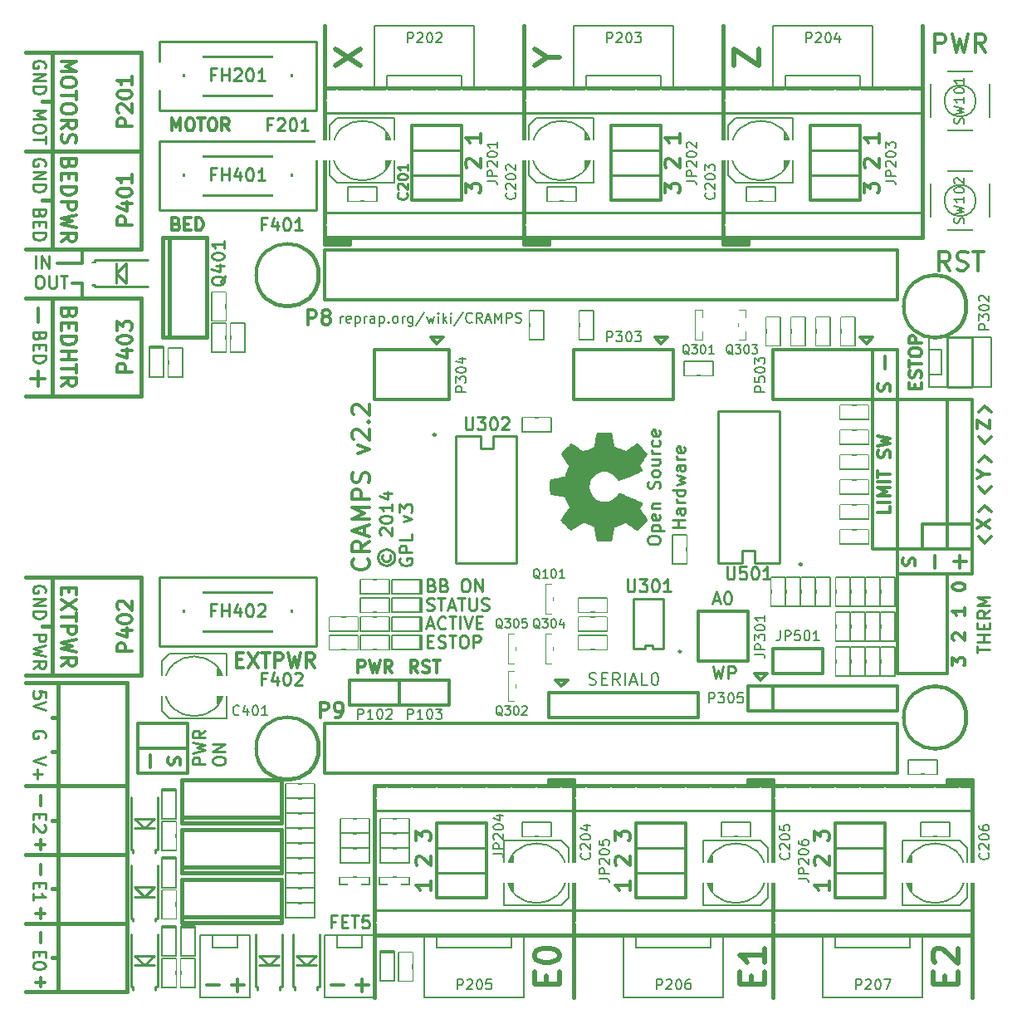
<source format=gto>
G04 (created by PCBNEW (2013-07-07 BZR 4022)-stable) date 6/13/2014 10:53:15 AM*
%MOIN*%
G04 Gerber Fmt 3.4, Leading zero omitted, Abs format*
%FSLAX34Y34*%
G01*
G70*
G90*
G04 APERTURE LIST*
%ADD10C,0.00590551*%
%ADD11C,0.012*%
%ADD12C,0.01*%
%ADD13C,0.015*%
%ADD14C,0.011811*%
%ADD15C,0.008*%
%ADD16C,0.02*%
%ADD17C,0.005*%
%ADD18C,0.0001*%
%ADD19C,0.006*%
%ADD20C,0.0047*%
%ADD21C,0.00906299*%
%ADD22C,0.007*%
%ADD23C,0.03*%
%ADD24C,0.13811*%
%ADD25R,0.13811X0.13811*%
%ADD26R,0.085X0.085*%
%ADD27O,0.085X0.085*%
%ADD28C,0.124331*%
%ADD29C,0.08*%
%ADD30C,0.085*%
%ADD31R,0.1617X0.083*%
%ADD32C,0.09*%
%ADD33R,0.09X0.09*%
%ADD34R,0.085X0.08*%
%ADD35R,0.075X0.1184*%
%ADD36R,0.056X0.056*%
%ADD37C,0.114488*%
%ADD38R,0.114488X0.114488*%
%ADD39C,0.236535*%
%ADD40R,0.0566142X0.0511024*%
%ADD41R,0.0511024X0.0566142*%
%ADD42R,0.0514961X0.0514961*%
%ADD43R,0.0987402X0.043622*%
%ADD44R,0.0829921X0.043622*%
%ADD45R,0.0810236X0.106614*%
%ADD46R,0.106614X0.0810236*%
G04 APERTURE END LIST*
G54D10*
G54D11*
X5472Y32637D02*
X5472Y32047D01*
X5472Y34606D02*
X5472Y35196D01*
X5177Y32342D02*
X5767Y32342D01*
X11178Y16857D02*
X11202Y16928D01*
X11202Y17047D01*
X11178Y17095D01*
X11154Y17119D01*
X11107Y17142D01*
X11059Y17142D01*
X11011Y17119D01*
X10988Y17095D01*
X10964Y17047D01*
X10940Y16952D01*
X10916Y16904D01*
X10892Y16880D01*
X10845Y16857D01*
X10797Y16857D01*
X10750Y16880D01*
X10726Y16904D01*
X10702Y16952D01*
X10702Y17071D01*
X10726Y17142D01*
X39500Y32750D02*
X39500Y33250D01*
X39678Y31857D02*
X39702Y31928D01*
X39702Y32047D01*
X39678Y32095D01*
X39654Y32119D01*
X39607Y32142D01*
X39559Y32142D01*
X39511Y32119D01*
X39488Y32095D01*
X39464Y32047D01*
X39440Y31952D01*
X39416Y31904D01*
X39392Y31880D01*
X39345Y31857D01*
X39297Y31857D01*
X39250Y31880D01*
X39226Y31904D01*
X39202Y31952D01*
X39202Y32071D01*
X39226Y32142D01*
X42250Y25000D02*
X42750Y25000D01*
X42500Y24750D02*
X42500Y25250D01*
X41500Y24750D02*
X41500Y25250D01*
X40000Y33500D02*
X40000Y31500D01*
X39000Y33500D02*
X40000Y33500D01*
X11500Y16500D02*
X11500Y17500D01*
X9500Y16500D02*
X11500Y16500D01*
X9500Y17500D02*
X9500Y16500D01*
G54D12*
X32595Y23440D02*
X32833Y23440D01*
X32547Y23297D02*
X32714Y23797D01*
X32880Y23297D01*
X33142Y23797D02*
X33190Y23797D01*
X33238Y23773D01*
X33261Y23750D01*
X33285Y23702D01*
X33309Y23607D01*
X33309Y23488D01*
X33285Y23392D01*
X33261Y23345D01*
X33238Y23321D01*
X33190Y23297D01*
X33142Y23297D01*
X33095Y23321D01*
X33071Y23345D01*
X33047Y23392D01*
X33023Y23488D01*
X33023Y23607D01*
X33047Y23702D01*
X33071Y23750D01*
X33095Y23773D01*
X33142Y23797D01*
X12202Y16869D02*
X11702Y16869D01*
X11702Y17059D01*
X11726Y17107D01*
X11750Y17130D01*
X11797Y17154D01*
X11869Y17154D01*
X11916Y17130D01*
X11940Y17107D01*
X11964Y17059D01*
X11964Y16869D01*
X11702Y17321D02*
X12202Y17440D01*
X11845Y17535D01*
X12202Y17630D01*
X11702Y17750D01*
X12202Y18226D02*
X11964Y18059D01*
X12202Y17940D02*
X11702Y17940D01*
X11702Y18130D01*
X11726Y18178D01*
X11750Y18202D01*
X11797Y18226D01*
X11869Y18226D01*
X11916Y18202D01*
X11940Y18178D01*
X11964Y18130D01*
X11964Y17940D01*
X12502Y16964D02*
X12502Y17059D01*
X12526Y17107D01*
X12573Y17154D01*
X12669Y17178D01*
X12835Y17178D01*
X12930Y17154D01*
X12978Y17107D01*
X13002Y17059D01*
X13002Y16964D01*
X12978Y16916D01*
X12930Y16869D01*
X12835Y16845D01*
X12669Y16845D01*
X12573Y16869D01*
X12526Y16916D01*
X12502Y16964D01*
X13002Y17392D02*
X12502Y17392D01*
X13002Y17678D01*
X12502Y17678D01*
X32571Y20797D02*
X32690Y20297D01*
X32785Y20654D01*
X32880Y20297D01*
X33000Y20797D01*
X33190Y20297D02*
X33190Y20797D01*
X33380Y20797D01*
X33428Y20773D01*
X33452Y20750D01*
X33476Y20702D01*
X33476Y20630D01*
X33452Y20583D01*
X33428Y20559D01*
X33380Y20535D01*
X33190Y20535D01*
G54D13*
X19000Y7500D02*
X19000Y10000D01*
X27000Y7500D02*
X27000Y10000D01*
G54D14*
X13439Y21070D02*
X13636Y21070D01*
X13720Y20760D02*
X13439Y20760D01*
X13439Y21351D01*
X13720Y21351D01*
X13917Y21351D02*
X14311Y20760D01*
X14311Y21351D02*
X13917Y20760D01*
X14451Y21351D02*
X14789Y21351D01*
X14620Y20760D02*
X14620Y21351D01*
X14985Y20760D02*
X14985Y21351D01*
X15210Y21351D01*
X15267Y21323D01*
X15295Y21295D01*
X15323Y21239D01*
X15323Y21154D01*
X15295Y21098D01*
X15267Y21070D01*
X15210Y21042D01*
X14985Y21042D01*
X15520Y21351D02*
X15660Y20760D01*
X15773Y21182D01*
X15885Y20760D01*
X16026Y21351D01*
X16588Y20760D02*
X16392Y21042D01*
X16251Y20760D02*
X16251Y21351D01*
X16476Y21351D01*
X16532Y21323D01*
X16560Y21295D01*
X16588Y21239D01*
X16588Y21154D01*
X16560Y21098D01*
X16532Y21070D01*
X16476Y21042D01*
X16251Y21042D01*
G54D13*
X17000Y44000D02*
X17000Y46500D01*
X41000Y44000D02*
X41000Y46500D01*
X43000Y7500D02*
X43000Y10000D01*
G54D12*
X5531Y9360D02*
X5531Y9194D01*
X5270Y9122D02*
X5270Y9360D01*
X5770Y9360D01*
X5770Y9122D01*
X5770Y8813D02*
X5770Y8765D01*
X5746Y8718D01*
X5722Y8694D01*
X5674Y8670D01*
X5579Y8646D01*
X5460Y8646D01*
X5365Y8670D01*
X5317Y8694D01*
X5293Y8718D01*
X5270Y8765D01*
X5270Y8813D01*
X5293Y8860D01*
X5317Y8884D01*
X5365Y8908D01*
X5460Y8932D01*
X5579Y8932D01*
X5674Y8908D01*
X5722Y8884D01*
X5746Y8860D01*
X5770Y8813D01*
X5531Y12116D02*
X5531Y11950D01*
X5270Y11878D02*
X5270Y12116D01*
X5770Y12116D01*
X5770Y11878D01*
X5270Y11402D02*
X5270Y11688D01*
X5270Y11545D02*
X5770Y11545D01*
X5698Y11593D01*
X5651Y11640D01*
X5627Y11688D01*
G54D11*
X16307Y34507D02*
X16307Y35107D01*
X16535Y35107D01*
X16592Y35078D01*
X16621Y35050D01*
X16650Y34992D01*
X16650Y34907D01*
X16621Y34850D01*
X16592Y34821D01*
X16535Y34792D01*
X16307Y34792D01*
X16992Y34850D02*
X16935Y34878D01*
X16907Y34907D01*
X16878Y34964D01*
X16878Y34992D01*
X16907Y35050D01*
X16935Y35078D01*
X16992Y35107D01*
X17107Y35107D01*
X17164Y35078D01*
X17192Y35050D01*
X17221Y34992D01*
X17221Y34964D01*
X17192Y34907D01*
X17164Y34878D01*
X17107Y34850D01*
X16992Y34850D01*
X16935Y34821D01*
X16907Y34792D01*
X16878Y34735D01*
X16878Y34621D01*
X16907Y34564D01*
X16935Y34535D01*
X16992Y34507D01*
X17107Y34507D01*
X17164Y34535D01*
X17192Y34564D01*
X17221Y34621D01*
X17221Y34735D01*
X17192Y34792D01*
X17164Y34821D01*
X17107Y34850D01*
X16807Y18757D02*
X16807Y19357D01*
X17035Y19357D01*
X17092Y19328D01*
X17121Y19300D01*
X17150Y19242D01*
X17150Y19157D01*
X17121Y19100D01*
X17092Y19071D01*
X17035Y19042D01*
X16807Y19042D01*
X17435Y18757D02*
X17550Y18757D01*
X17607Y18785D01*
X17635Y18814D01*
X17692Y18900D01*
X17721Y19014D01*
X17721Y19242D01*
X17692Y19300D01*
X17664Y19328D01*
X17607Y19357D01*
X17492Y19357D01*
X17435Y19328D01*
X17407Y19300D01*
X17378Y19242D01*
X17378Y19100D01*
X17407Y19042D01*
X17435Y19014D01*
X17492Y18985D01*
X17607Y18985D01*
X17664Y19014D01*
X17692Y19042D01*
X17721Y19100D01*
X38500Y34000D02*
X39000Y34000D01*
X39000Y34000D02*
X38750Y33750D01*
X38750Y33750D02*
X38500Y34000D01*
X34500Y20250D02*
X34250Y20500D01*
X34750Y20500D02*
X34500Y20250D01*
X34250Y20500D02*
X34750Y20500D01*
X21250Y34000D02*
X21750Y34000D01*
X21750Y34000D02*
X21500Y33750D01*
X21500Y33750D02*
X21250Y34000D01*
X30500Y33750D02*
X30250Y34000D01*
X30750Y34000D02*
X30500Y33750D01*
X30250Y34000D02*
X30750Y34000D01*
G54D13*
X6062Y41496D02*
X5000Y41496D01*
X6062Y35590D02*
X5000Y35590D01*
X6062Y37559D02*
X5000Y37559D01*
X6062Y45433D02*
X5000Y45433D01*
X6062Y24370D02*
X5000Y24370D01*
X6062Y31653D02*
X5000Y31653D01*
X6062Y20433D02*
X5000Y20433D01*
X6062Y20137D02*
X5000Y20137D01*
X6062Y16003D02*
X5000Y16003D01*
X6062Y13248D02*
X5000Y13248D01*
X6062Y10492D02*
X5000Y10492D01*
G54D11*
X7244Y36968D02*
X6259Y36968D01*
X7244Y37559D02*
X7244Y36968D01*
X7244Y36181D02*
X7244Y35590D01*
X6850Y36181D02*
X7244Y36181D01*
G54D12*
X5489Y36478D02*
X5585Y36478D01*
X5632Y36454D01*
X5680Y36407D01*
X5704Y36312D01*
X5704Y36145D01*
X5680Y36050D01*
X5632Y36002D01*
X5585Y35978D01*
X5489Y35978D01*
X5442Y36002D01*
X5394Y36050D01*
X5370Y36145D01*
X5370Y36312D01*
X5394Y36407D01*
X5442Y36454D01*
X5489Y36478D01*
X5918Y36478D02*
X5918Y36073D01*
X5942Y36026D01*
X5966Y36002D01*
X6013Y35978D01*
X6108Y35978D01*
X6156Y36002D01*
X6180Y36026D01*
X6204Y36073D01*
X6204Y36478D01*
X6370Y36478D02*
X6656Y36478D01*
X6513Y35978D02*
X6513Y36478D01*
X5394Y36766D02*
X5394Y37266D01*
X5632Y36766D02*
X5632Y37266D01*
X5918Y36766D01*
X5918Y37266D01*
G54D14*
X6723Y34971D02*
X6695Y34887D01*
X6667Y34859D01*
X6611Y34831D01*
X6526Y34831D01*
X6470Y34859D01*
X6442Y34887D01*
X6414Y34943D01*
X6414Y35168D01*
X7005Y35168D01*
X7005Y34971D01*
X6976Y34915D01*
X6948Y34887D01*
X6892Y34859D01*
X6836Y34859D01*
X6780Y34887D01*
X6751Y34915D01*
X6723Y34971D01*
X6723Y35168D01*
X6723Y34578D02*
X6723Y34381D01*
X6414Y34296D02*
X6414Y34578D01*
X7005Y34578D01*
X7005Y34296D01*
X6414Y34043D02*
X7005Y34043D01*
X7005Y33903D01*
X6976Y33818D01*
X6920Y33762D01*
X6864Y33734D01*
X6751Y33706D01*
X6667Y33706D01*
X6555Y33734D01*
X6498Y33762D01*
X6442Y33818D01*
X6414Y33903D01*
X6414Y34043D01*
X6414Y33453D02*
X7005Y33453D01*
X6723Y33453D02*
X6723Y33115D01*
X6414Y33115D02*
X7005Y33115D01*
X7005Y32919D02*
X7005Y32581D01*
X6414Y32750D02*
X7005Y32750D01*
X6414Y32047D02*
X6695Y32244D01*
X6414Y32384D02*
X7005Y32384D01*
X7005Y32159D01*
X6976Y32103D01*
X6948Y32075D01*
X6892Y32047D01*
X6808Y32047D01*
X6751Y32075D01*
X6723Y32103D01*
X6695Y32159D01*
X6695Y32384D01*
G54D12*
X5531Y34062D02*
X5508Y33991D01*
X5484Y33967D01*
X5436Y33943D01*
X5365Y33943D01*
X5317Y33967D01*
X5293Y33991D01*
X5270Y34038D01*
X5270Y34229D01*
X5770Y34229D01*
X5770Y34062D01*
X5746Y34014D01*
X5722Y33991D01*
X5674Y33967D01*
X5627Y33967D01*
X5579Y33991D01*
X5555Y34014D01*
X5531Y34062D01*
X5531Y34229D01*
X5531Y33729D02*
X5531Y33562D01*
X5270Y33491D02*
X5270Y33729D01*
X5770Y33729D01*
X5770Y33491D01*
X5270Y33276D02*
X5770Y33276D01*
X5770Y33157D01*
X5746Y33086D01*
X5698Y33038D01*
X5651Y33014D01*
X5555Y32991D01*
X5484Y32991D01*
X5389Y33014D01*
X5341Y33038D01*
X5293Y33086D01*
X5270Y33157D01*
X5270Y33276D01*
X5746Y40892D02*
X5770Y40940D01*
X5770Y41011D01*
X5746Y41083D01*
X5698Y41130D01*
X5651Y41154D01*
X5555Y41178D01*
X5484Y41178D01*
X5389Y41154D01*
X5341Y41130D01*
X5293Y41083D01*
X5270Y41011D01*
X5270Y40964D01*
X5293Y40892D01*
X5317Y40868D01*
X5484Y40868D01*
X5484Y40964D01*
X5270Y40654D02*
X5770Y40654D01*
X5270Y40368D01*
X5770Y40368D01*
X5270Y40130D02*
X5770Y40130D01*
X5770Y40011D01*
X5746Y39940D01*
X5698Y39892D01*
X5651Y39868D01*
X5555Y39845D01*
X5484Y39845D01*
X5389Y39868D01*
X5341Y39892D01*
X5293Y39940D01*
X5270Y40011D01*
X5270Y40130D01*
X5531Y38983D02*
X5508Y38912D01*
X5484Y38888D01*
X5436Y38864D01*
X5365Y38864D01*
X5317Y38888D01*
X5293Y38912D01*
X5270Y38959D01*
X5270Y39150D01*
X5770Y39150D01*
X5770Y38983D01*
X5746Y38936D01*
X5722Y38912D01*
X5674Y38888D01*
X5627Y38888D01*
X5579Y38912D01*
X5555Y38936D01*
X5531Y38983D01*
X5531Y39150D01*
X5531Y38650D02*
X5531Y38483D01*
X5270Y38412D02*
X5270Y38650D01*
X5770Y38650D01*
X5770Y38412D01*
X5270Y38198D02*
X5770Y38198D01*
X5770Y38079D01*
X5746Y38007D01*
X5698Y37959D01*
X5651Y37936D01*
X5555Y37912D01*
X5484Y37912D01*
X5389Y37936D01*
X5341Y37959D01*
X5293Y38007D01*
X5270Y38079D01*
X5270Y38198D01*
G54D14*
X6723Y40975D02*
X6695Y40891D01*
X6667Y40863D01*
X6611Y40835D01*
X6526Y40835D01*
X6470Y40863D01*
X6442Y40891D01*
X6414Y40947D01*
X6414Y41172D01*
X7005Y41172D01*
X7005Y40975D01*
X6976Y40919D01*
X6948Y40891D01*
X6892Y40863D01*
X6836Y40863D01*
X6780Y40891D01*
X6751Y40919D01*
X6723Y40975D01*
X6723Y41172D01*
X6723Y40582D02*
X6723Y40385D01*
X6414Y40300D02*
X6414Y40582D01*
X7005Y40582D01*
X7005Y40300D01*
X6414Y40047D02*
X7005Y40047D01*
X7005Y39907D01*
X6976Y39822D01*
X6920Y39766D01*
X6864Y39738D01*
X6751Y39710D01*
X6667Y39710D01*
X6555Y39738D01*
X6498Y39766D01*
X6442Y39822D01*
X6414Y39907D01*
X6414Y40047D01*
X6414Y39457D02*
X7005Y39457D01*
X7005Y39232D01*
X6976Y39176D01*
X6948Y39147D01*
X6892Y39119D01*
X6808Y39119D01*
X6751Y39147D01*
X6723Y39176D01*
X6695Y39232D01*
X6695Y39457D01*
X7005Y38922D02*
X6414Y38782D01*
X6836Y38669D01*
X6414Y38557D01*
X7005Y38416D01*
X6414Y37854D02*
X6695Y38051D01*
X6414Y38191D02*
X7005Y38191D01*
X7005Y37966D01*
X6976Y37910D01*
X6948Y37882D01*
X6892Y37854D01*
X6808Y37854D01*
X6751Y37882D01*
X6723Y37910D01*
X6695Y37966D01*
X6695Y38191D01*
X6414Y45081D02*
X7005Y45081D01*
X6583Y44884D01*
X7005Y44687D01*
X6414Y44687D01*
X7005Y44294D02*
X7005Y44181D01*
X6976Y44125D01*
X6920Y44069D01*
X6808Y44041D01*
X6611Y44041D01*
X6498Y44069D01*
X6442Y44125D01*
X6414Y44181D01*
X6414Y44294D01*
X6442Y44350D01*
X6498Y44406D01*
X6611Y44434D01*
X6808Y44434D01*
X6920Y44406D01*
X6976Y44350D01*
X7005Y44294D01*
X7005Y43872D02*
X7005Y43534D01*
X6414Y43703D02*
X7005Y43703D01*
X7005Y43225D02*
X7005Y43113D01*
X6976Y43056D01*
X6920Y43000D01*
X6808Y42972D01*
X6611Y42972D01*
X6498Y43000D01*
X6442Y43056D01*
X6414Y43113D01*
X6414Y43225D01*
X6442Y43281D01*
X6498Y43338D01*
X6611Y43366D01*
X6808Y43366D01*
X6920Y43338D01*
X6976Y43281D01*
X7005Y43225D01*
X6414Y42381D02*
X6695Y42578D01*
X6414Y42719D02*
X7005Y42719D01*
X7005Y42494D01*
X6976Y42438D01*
X6948Y42410D01*
X6892Y42381D01*
X6808Y42381D01*
X6751Y42410D01*
X6723Y42438D01*
X6695Y42494D01*
X6695Y42719D01*
X6442Y42156D02*
X6414Y42072D01*
X6414Y41931D01*
X6442Y41875D01*
X6470Y41847D01*
X6526Y41819D01*
X6583Y41819D01*
X6639Y41847D01*
X6667Y41875D01*
X6695Y41931D01*
X6723Y42044D01*
X6751Y42100D01*
X6780Y42128D01*
X6836Y42156D01*
X6892Y42156D01*
X6948Y42128D01*
X6976Y42100D01*
X7005Y42044D01*
X7005Y41903D01*
X6976Y41819D01*
G54D12*
X5270Y43099D02*
X5770Y43099D01*
X5412Y42932D01*
X5770Y42766D01*
X5270Y42766D01*
X5770Y42432D02*
X5770Y42337D01*
X5746Y42289D01*
X5698Y42242D01*
X5603Y42218D01*
X5436Y42218D01*
X5341Y42242D01*
X5293Y42289D01*
X5270Y42337D01*
X5270Y42432D01*
X5293Y42480D01*
X5341Y42527D01*
X5436Y42551D01*
X5603Y42551D01*
X5698Y42527D01*
X5746Y42480D01*
X5770Y42432D01*
X5770Y42075D02*
X5770Y41789D01*
X5270Y41932D02*
X5770Y41932D01*
X5746Y44829D02*
X5770Y44877D01*
X5770Y44948D01*
X5746Y45020D01*
X5698Y45067D01*
X5651Y45091D01*
X5555Y45115D01*
X5484Y45115D01*
X5389Y45091D01*
X5341Y45067D01*
X5293Y45020D01*
X5270Y44948D01*
X5270Y44901D01*
X5293Y44829D01*
X5317Y44805D01*
X5484Y44805D01*
X5484Y44901D01*
X5270Y44591D02*
X5770Y44591D01*
X5270Y44305D01*
X5770Y44305D01*
X5270Y44067D02*
X5770Y44067D01*
X5770Y43948D01*
X5746Y43877D01*
X5698Y43829D01*
X5651Y43805D01*
X5555Y43782D01*
X5484Y43782D01*
X5389Y43805D01*
X5341Y43829D01*
X5293Y43877D01*
X5270Y43948D01*
X5270Y44067D01*
X5746Y23766D02*
X5770Y23814D01*
X5770Y23885D01*
X5746Y23957D01*
X5698Y24004D01*
X5651Y24028D01*
X5555Y24052D01*
X5484Y24052D01*
X5389Y24028D01*
X5341Y24004D01*
X5293Y23957D01*
X5270Y23885D01*
X5270Y23838D01*
X5293Y23766D01*
X5317Y23742D01*
X5484Y23742D01*
X5484Y23838D01*
X5270Y23528D02*
X5770Y23528D01*
X5270Y23242D01*
X5770Y23242D01*
X5270Y23004D02*
X5770Y23004D01*
X5770Y22885D01*
X5746Y22814D01*
X5698Y22766D01*
X5651Y22742D01*
X5555Y22719D01*
X5484Y22719D01*
X5389Y22742D01*
X5341Y22766D01*
X5293Y22814D01*
X5270Y22885D01*
X5270Y23004D01*
X5270Y22083D02*
X5770Y22083D01*
X5770Y21893D01*
X5746Y21845D01*
X5722Y21822D01*
X5674Y21798D01*
X5603Y21798D01*
X5555Y21822D01*
X5531Y21845D01*
X5508Y21893D01*
X5508Y22083D01*
X5770Y21631D02*
X5270Y21512D01*
X5627Y21417D01*
X5270Y21322D01*
X5770Y21203D01*
X5270Y20726D02*
X5508Y20893D01*
X5270Y21012D02*
X5770Y21012D01*
X5770Y20822D01*
X5746Y20774D01*
X5722Y20750D01*
X5674Y20726D01*
X5603Y20726D01*
X5555Y20750D01*
X5531Y20774D01*
X5508Y20822D01*
X5508Y21012D01*
G54D11*
X5374Y8129D02*
X5767Y8129D01*
X5570Y7933D02*
X5570Y8326D01*
X5570Y9704D02*
X5570Y10098D01*
X5374Y10885D02*
X5767Y10885D01*
X5570Y10688D02*
X5570Y11082D01*
X5570Y12460D02*
X5570Y12854D01*
G54D12*
X5770Y17169D02*
X5270Y17002D01*
X5770Y16835D01*
X5460Y16669D02*
X5460Y16288D01*
X5270Y16478D02*
X5651Y16478D01*
X5770Y19544D02*
X5770Y19782D01*
X5531Y19805D01*
X5555Y19782D01*
X5579Y19734D01*
X5579Y19615D01*
X5555Y19567D01*
X5531Y19544D01*
X5484Y19520D01*
X5365Y19520D01*
X5317Y19544D01*
X5293Y19567D01*
X5270Y19615D01*
X5270Y19734D01*
X5293Y19782D01*
X5317Y19805D01*
X5770Y19377D02*
X5270Y19210D01*
X5770Y19044D01*
X5746Y17939D02*
X5770Y17987D01*
X5770Y18058D01*
X5746Y18130D01*
X5698Y18178D01*
X5651Y18201D01*
X5555Y18225D01*
X5484Y18225D01*
X5389Y18201D01*
X5341Y18178D01*
X5293Y18130D01*
X5270Y18058D01*
X5270Y18011D01*
X5293Y17939D01*
X5317Y17916D01*
X5484Y17916D01*
X5484Y18011D01*
G54D13*
X6062Y7736D02*
X5000Y7736D01*
G54D11*
X5374Y13641D02*
X5767Y13641D01*
X5570Y13444D02*
X5570Y13838D01*
X5570Y15216D02*
X5570Y15610D01*
X26000Y18750D02*
X26000Y19750D01*
X32000Y18750D02*
X26000Y18750D01*
X32000Y19750D02*
X32000Y18750D01*
X26000Y19750D02*
X32000Y19750D01*
G54D12*
X21285Y24059D02*
X21357Y24035D01*
X21380Y24011D01*
X21404Y23964D01*
X21404Y23892D01*
X21380Y23845D01*
X21357Y23821D01*
X21309Y23797D01*
X21119Y23797D01*
X21119Y24297D01*
X21285Y24297D01*
X21333Y24273D01*
X21357Y24250D01*
X21380Y24202D01*
X21380Y24154D01*
X21357Y24107D01*
X21333Y24083D01*
X21285Y24059D01*
X21119Y24059D01*
X21785Y24059D02*
X21857Y24035D01*
X21880Y24011D01*
X21904Y23964D01*
X21904Y23892D01*
X21880Y23845D01*
X21857Y23821D01*
X21809Y23797D01*
X21619Y23797D01*
X21619Y24297D01*
X21785Y24297D01*
X21833Y24273D01*
X21857Y24250D01*
X21880Y24202D01*
X21880Y24154D01*
X21857Y24107D01*
X21833Y24083D01*
X21785Y24059D01*
X21619Y24059D01*
X22595Y24297D02*
X22690Y24297D01*
X22738Y24273D01*
X22785Y24226D01*
X22809Y24130D01*
X22809Y23964D01*
X22785Y23869D01*
X22738Y23821D01*
X22690Y23797D01*
X22595Y23797D01*
X22547Y23821D01*
X22500Y23869D01*
X22476Y23964D01*
X22476Y24130D01*
X22500Y24226D01*
X22547Y24273D01*
X22595Y24297D01*
X23023Y23797D02*
X23023Y24297D01*
X23309Y23797D01*
X23309Y24297D01*
G54D11*
X26250Y20250D02*
X26750Y20250D01*
X26750Y20250D02*
X26500Y20000D01*
X26500Y20000D02*
X26250Y20250D01*
G54D12*
X21119Y21809D02*
X21285Y21809D01*
X21357Y21547D02*
X21119Y21547D01*
X21119Y22047D01*
X21357Y22047D01*
X21547Y21571D02*
X21619Y21547D01*
X21738Y21547D01*
X21785Y21571D01*
X21809Y21595D01*
X21833Y21642D01*
X21833Y21690D01*
X21809Y21738D01*
X21785Y21761D01*
X21738Y21785D01*
X21642Y21809D01*
X21595Y21833D01*
X21571Y21857D01*
X21547Y21904D01*
X21547Y21952D01*
X21571Y22000D01*
X21595Y22023D01*
X21642Y22047D01*
X21761Y22047D01*
X21833Y22023D01*
X21976Y22047D02*
X22261Y22047D01*
X22119Y21547D02*
X22119Y22047D01*
X22523Y22047D02*
X22619Y22047D01*
X22666Y22023D01*
X22714Y21976D01*
X22738Y21880D01*
X22738Y21714D01*
X22714Y21619D01*
X22666Y21571D01*
X22619Y21547D01*
X22523Y21547D01*
X22476Y21571D01*
X22428Y21619D01*
X22404Y21714D01*
X22404Y21880D01*
X22428Y21976D01*
X22476Y22023D01*
X22523Y22047D01*
X22952Y21547D02*
X22952Y22047D01*
X23142Y22047D01*
X23190Y22023D01*
X23214Y22000D01*
X23238Y21952D01*
X23238Y21880D01*
X23214Y21833D01*
X23190Y21809D01*
X23142Y21785D01*
X22952Y21785D01*
X21095Y22440D02*
X21333Y22440D01*
X21047Y22297D02*
X21214Y22797D01*
X21380Y22297D01*
X21833Y22345D02*
X21809Y22321D01*
X21738Y22297D01*
X21690Y22297D01*
X21619Y22321D01*
X21571Y22369D01*
X21547Y22416D01*
X21523Y22511D01*
X21523Y22583D01*
X21547Y22678D01*
X21571Y22726D01*
X21619Y22773D01*
X21690Y22797D01*
X21738Y22797D01*
X21809Y22773D01*
X21833Y22750D01*
X21976Y22797D02*
X22261Y22797D01*
X22119Y22297D02*
X22119Y22797D01*
X22428Y22297D02*
X22428Y22797D01*
X22595Y22797D02*
X22761Y22297D01*
X22928Y22797D01*
X23095Y22559D02*
X23261Y22559D01*
X23333Y22297D02*
X23095Y22297D01*
X23095Y22797D01*
X23333Y22797D01*
X21095Y23071D02*
X21166Y23047D01*
X21285Y23047D01*
X21333Y23071D01*
X21357Y23095D01*
X21380Y23142D01*
X21380Y23190D01*
X21357Y23238D01*
X21333Y23261D01*
X21285Y23285D01*
X21190Y23309D01*
X21142Y23333D01*
X21119Y23357D01*
X21095Y23404D01*
X21095Y23452D01*
X21119Y23500D01*
X21142Y23523D01*
X21190Y23547D01*
X21309Y23547D01*
X21380Y23523D01*
X21523Y23547D02*
X21809Y23547D01*
X21666Y23047D02*
X21666Y23547D01*
X21952Y23190D02*
X22190Y23190D01*
X21904Y23047D02*
X22071Y23547D01*
X22238Y23047D01*
X22333Y23547D02*
X22619Y23547D01*
X22476Y23047D02*
X22476Y23547D01*
X22785Y23547D02*
X22785Y23142D01*
X22809Y23095D01*
X22833Y23071D01*
X22880Y23047D01*
X22976Y23047D01*
X23023Y23071D01*
X23047Y23095D01*
X23071Y23142D01*
X23071Y23547D01*
X23285Y23071D02*
X23357Y23047D01*
X23476Y23047D01*
X23523Y23071D01*
X23547Y23095D01*
X23571Y23142D01*
X23571Y23190D01*
X23547Y23238D01*
X23523Y23261D01*
X23476Y23285D01*
X23380Y23309D01*
X23333Y23333D01*
X23309Y23357D01*
X23285Y23404D01*
X23285Y23452D01*
X23309Y23500D01*
X23333Y23523D01*
X23380Y23547D01*
X23499Y23547D01*
X23571Y23523D01*
G54D11*
X42089Y36696D02*
X41839Y37053D01*
X41660Y36696D02*
X41660Y37446D01*
X41946Y37446D01*
X42017Y37410D01*
X42053Y37375D01*
X42089Y37303D01*
X42089Y37196D01*
X42053Y37125D01*
X42017Y37089D01*
X41946Y37053D01*
X41660Y37053D01*
X42375Y36732D02*
X42482Y36696D01*
X42660Y36696D01*
X42732Y36732D01*
X42767Y36767D01*
X42803Y36839D01*
X42803Y36910D01*
X42767Y36982D01*
X42732Y37017D01*
X42660Y37053D01*
X42517Y37089D01*
X42446Y37125D01*
X42410Y37160D01*
X42375Y37232D01*
X42375Y37303D01*
X42410Y37375D01*
X42446Y37410D01*
X42517Y37446D01*
X42696Y37446D01*
X42803Y37410D01*
X43017Y37446D02*
X43446Y37446D01*
X43232Y36696D02*
X43232Y37446D01*
X41500Y45446D02*
X41500Y46196D01*
X41785Y46196D01*
X41857Y46160D01*
X41892Y46125D01*
X41928Y46053D01*
X41928Y45946D01*
X41892Y45875D01*
X41857Y45839D01*
X41785Y45803D01*
X41500Y45803D01*
X42178Y46196D02*
X42357Y45446D01*
X42500Y45982D01*
X42642Y45446D01*
X42821Y46196D01*
X43535Y45446D02*
X43285Y45803D01*
X43107Y45446D02*
X43107Y46196D01*
X43392Y46196D01*
X43464Y46160D01*
X43500Y46125D01*
X43535Y46053D01*
X43535Y45946D01*
X43500Y45875D01*
X43464Y45839D01*
X43392Y45803D01*
X43107Y45803D01*
X16750Y17500D02*
G75*
G03X16750Y17500I-1250J0D01*
G74*
G01*
X42750Y18750D02*
G75*
G03X42750Y18750I-1250J0D01*
G74*
G01*
X42750Y35250D02*
G75*
G03X42750Y35250I-1250J0D01*
G74*
G01*
X16750Y36500D02*
G75*
G03X16750Y36500I-1250J0D01*
G74*
G01*
G54D13*
X25000Y44000D02*
X25000Y46500D01*
X33000Y44000D02*
X33000Y46500D01*
G54D11*
X40690Y31952D02*
X40690Y32119D01*
X40952Y32190D02*
X40952Y31952D01*
X40452Y31952D01*
X40452Y32190D01*
X40928Y32380D02*
X40952Y32452D01*
X40952Y32571D01*
X40928Y32619D01*
X40904Y32642D01*
X40857Y32666D01*
X40809Y32666D01*
X40761Y32642D01*
X40738Y32619D01*
X40714Y32571D01*
X40690Y32476D01*
X40666Y32428D01*
X40642Y32404D01*
X40595Y32380D01*
X40547Y32380D01*
X40500Y32404D01*
X40476Y32428D01*
X40452Y32476D01*
X40452Y32595D01*
X40476Y32666D01*
X40452Y32809D02*
X40452Y33095D01*
X40952Y32952D02*
X40452Y32952D01*
X40452Y33357D02*
X40452Y33452D01*
X40476Y33500D01*
X40523Y33547D01*
X40619Y33571D01*
X40785Y33571D01*
X40880Y33547D01*
X40928Y33500D01*
X40952Y33452D01*
X40952Y33357D01*
X40928Y33309D01*
X40880Y33261D01*
X40785Y33238D01*
X40619Y33238D01*
X40523Y33261D01*
X40476Y33309D01*
X40452Y33357D01*
X40952Y33785D02*
X40452Y33785D01*
X40452Y33976D01*
X40476Y34023D01*
X40500Y34047D01*
X40547Y34071D01*
X40619Y34071D01*
X40666Y34047D01*
X40690Y34023D01*
X40714Y33976D01*
X40714Y33785D01*
G54D12*
X19321Y25273D02*
X19297Y25226D01*
X19297Y25130D01*
X19321Y25083D01*
X19369Y25035D01*
X19416Y25011D01*
X19511Y25011D01*
X19559Y25035D01*
X19607Y25083D01*
X19630Y25130D01*
X19630Y25226D01*
X19607Y25273D01*
X19130Y25178D02*
X19154Y25059D01*
X19226Y24940D01*
X19345Y24869D01*
X19464Y24845D01*
X19583Y24869D01*
X19702Y24940D01*
X19773Y25059D01*
X19797Y25178D01*
X19773Y25297D01*
X19702Y25416D01*
X19583Y25488D01*
X19464Y25511D01*
X19345Y25488D01*
X19226Y25416D01*
X19154Y25297D01*
X19130Y25178D01*
X19250Y26083D02*
X19226Y26107D01*
X19202Y26154D01*
X19202Y26273D01*
X19226Y26321D01*
X19250Y26345D01*
X19297Y26369D01*
X19345Y26369D01*
X19416Y26345D01*
X19702Y26059D01*
X19702Y26369D01*
X19202Y26678D02*
X19202Y26726D01*
X19226Y26773D01*
X19250Y26797D01*
X19297Y26821D01*
X19392Y26845D01*
X19511Y26845D01*
X19607Y26821D01*
X19654Y26797D01*
X19678Y26773D01*
X19702Y26726D01*
X19702Y26678D01*
X19678Y26630D01*
X19654Y26607D01*
X19607Y26583D01*
X19511Y26559D01*
X19392Y26559D01*
X19297Y26583D01*
X19250Y26607D01*
X19226Y26630D01*
X19202Y26678D01*
X19702Y27321D02*
X19702Y27035D01*
X19702Y27178D02*
X19202Y27178D01*
X19273Y27130D01*
X19321Y27083D01*
X19345Y27035D01*
X19369Y27750D02*
X19702Y27750D01*
X19178Y27630D02*
X19535Y27511D01*
X19535Y27821D01*
X20026Y25130D02*
X20002Y25083D01*
X20002Y25011D01*
X20026Y24940D01*
X20073Y24892D01*
X20121Y24869D01*
X20216Y24845D01*
X20288Y24845D01*
X20383Y24869D01*
X20430Y24892D01*
X20478Y24940D01*
X20502Y25011D01*
X20502Y25059D01*
X20478Y25130D01*
X20454Y25154D01*
X20288Y25154D01*
X20288Y25059D01*
X20502Y25369D02*
X20002Y25369D01*
X20002Y25559D01*
X20026Y25607D01*
X20050Y25630D01*
X20097Y25654D01*
X20169Y25654D01*
X20216Y25630D01*
X20240Y25607D01*
X20264Y25559D01*
X20264Y25369D01*
X20502Y26107D02*
X20502Y25869D01*
X20002Y25869D01*
X20169Y26607D02*
X20502Y26726D01*
X20169Y26845D01*
X20002Y26988D02*
X20002Y27297D01*
X20192Y27130D01*
X20192Y27202D01*
X20216Y27250D01*
X20240Y27273D01*
X20288Y27297D01*
X20407Y27297D01*
X20454Y27273D01*
X20478Y27250D01*
X20502Y27202D01*
X20502Y27059D01*
X20478Y27011D01*
X20454Y26988D01*
G54D15*
X17630Y34588D02*
X17630Y34854D01*
X17630Y34778D02*
X17650Y34816D01*
X17669Y34835D01*
X17707Y34854D01*
X17745Y34854D01*
X18030Y34607D02*
X17992Y34588D01*
X17916Y34588D01*
X17878Y34607D01*
X17859Y34645D01*
X17859Y34797D01*
X17878Y34835D01*
X17916Y34854D01*
X17992Y34854D01*
X18030Y34835D01*
X18050Y34797D01*
X18050Y34759D01*
X17859Y34721D01*
X18221Y34854D02*
X18221Y34454D01*
X18221Y34835D02*
X18259Y34854D01*
X18335Y34854D01*
X18373Y34835D01*
X18392Y34816D01*
X18411Y34778D01*
X18411Y34664D01*
X18392Y34626D01*
X18373Y34607D01*
X18335Y34588D01*
X18259Y34588D01*
X18221Y34607D01*
X18583Y34588D02*
X18583Y34854D01*
X18583Y34778D02*
X18602Y34816D01*
X18621Y34835D01*
X18659Y34854D01*
X18697Y34854D01*
X19002Y34588D02*
X19002Y34797D01*
X18983Y34835D01*
X18945Y34854D01*
X18869Y34854D01*
X18830Y34835D01*
X19002Y34607D02*
X18964Y34588D01*
X18869Y34588D01*
X18830Y34607D01*
X18811Y34645D01*
X18811Y34683D01*
X18830Y34721D01*
X18869Y34740D01*
X18964Y34740D01*
X19002Y34759D01*
X19192Y34854D02*
X19192Y34454D01*
X19192Y34835D02*
X19230Y34854D01*
X19307Y34854D01*
X19345Y34835D01*
X19364Y34816D01*
X19383Y34778D01*
X19383Y34664D01*
X19364Y34626D01*
X19345Y34607D01*
X19307Y34588D01*
X19230Y34588D01*
X19192Y34607D01*
X19554Y34626D02*
X19573Y34607D01*
X19554Y34588D01*
X19535Y34607D01*
X19554Y34626D01*
X19554Y34588D01*
X19802Y34588D02*
X19764Y34607D01*
X19745Y34626D01*
X19726Y34664D01*
X19726Y34778D01*
X19745Y34816D01*
X19764Y34835D01*
X19802Y34854D01*
X19859Y34854D01*
X19897Y34835D01*
X19916Y34816D01*
X19935Y34778D01*
X19935Y34664D01*
X19916Y34626D01*
X19897Y34607D01*
X19859Y34588D01*
X19802Y34588D01*
X20107Y34588D02*
X20107Y34854D01*
X20107Y34778D02*
X20126Y34816D01*
X20145Y34835D01*
X20183Y34854D01*
X20221Y34854D01*
X20526Y34854D02*
X20526Y34530D01*
X20507Y34492D01*
X20488Y34473D01*
X20450Y34454D01*
X20392Y34454D01*
X20354Y34473D01*
X20526Y34607D02*
X20488Y34588D01*
X20411Y34588D01*
X20373Y34607D01*
X20354Y34626D01*
X20335Y34664D01*
X20335Y34778D01*
X20354Y34816D01*
X20373Y34835D01*
X20411Y34854D01*
X20488Y34854D01*
X20526Y34835D01*
X21002Y35007D02*
X20659Y34492D01*
X21097Y34854D02*
X21173Y34588D01*
X21249Y34778D01*
X21326Y34588D01*
X21402Y34854D01*
X21554Y34588D02*
X21554Y34854D01*
X21554Y34988D02*
X21535Y34969D01*
X21554Y34950D01*
X21573Y34969D01*
X21554Y34988D01*
X21554Y34950D01*
X21745Y34588D02*
X21745Y34988D01*
X21783Y34740D02*
X21897Y34588D01*
X21897Y34854D02*
X21745Y34702D01*
X22069Y34588D02*
X22069Y34854D01*
X22069Y34988D02*
X22050Y34969D01*
X22069Y34950D01*
X22088Y34969D01*
X22069Y34988D01*
X22069Y34950D01*
X22545Y35007D02*
X22202Y34492D01*
X22907Y34626D02*
X22888Y34607D01*
X22830Y34588D01*
X22792Y34588D01*
X22735Y34607D01*
X22697Y34645D01*
X22678Y34683D01*
X22659Y34759D01*
X22659Y34816D01*
X22678Y34892D01*
X22697Y34930D01*
X22735Y34969D01*
X22792Y34988D01*
X22830Y34988D01*
X22888Y34969D01*
X22907Y34950D01*
X23307Y34588D02*
X23173Y34778D01*
X23078Y34588D02*
X23078Y34988D01*
X23230Y34988D01*
X23269Y34969D01*
X23288Y34950D01*
X23307Y34911D01*
X23307Y34854D01*
X23288Y34816D01*
X23269Y34797D01*
X23230Y34778D01*
X23078Y34778D01*
X23459Y34702D02*
X23650Y34702D01*
X23421Y34588D02*
X23554Y34988D01*
X23688Y34588D01*
X23821Y34588D02*
X23821Y34988D01*
X23954Y34702D01*
X24088Y34988D01*
X24088Y34588D01*
X24278Y34588D02*
X24278Y34988D01*
X24430Y34988D01*
X24469Y34969D01*
X24488Y34950D01*
X24507Y34911D01*
X24507Y34854D01*
X24488Y34816D01*
X24469Y34797D01*
X24430Y34778D01*
X24278Y34778D01*
X24659Y34607D02*
X24716Y34588D01*
X24811Y34588D01*
X24850Y34607D01*
X24869Y34626D01*
X24888Y34664D01*
X24888Y34702D01*
X24869Y34740D01*
X24850Y34759D01*
X24811Y34778D01*
X24735Y34797D01*
X24697Y34816D01*
X24678Y34835D01*
X24659Y34873D01*
X24659Y34911D01*
X24678Y34950D01*
X24697Y34969D01*
X24735Y34988D01*
X24830Y34988D01*
X24888Y34969D01*
G54D11*
X11035Y38559D02*
X11107Y38535D01*
X11130Y38511D01*
X11154Y38464D01*
X11154Y38392D01*
X11130Y38345D01*
X11107Y38321D01*
X11059Y38297D01*
X10869Y38297D01*
X10869Y38797D01*
X11035Y38797D01*
X11083Y38773D01*
X11107Y38750D01*
X11130Y38702D01*
X11130Y38654D01*
X11107Y38607D01*
X11083Y38583D01*
X11035Y38559D01*
X10869Y38559D01*
X11369Y38559D02*
X11535Y38559D01*
X11607Y38297D02*
X11369Y38297D01*
X11369Y38797D01*
X11607Y38797D01*
X11821Y38297D02*
X11821Y38797D01*
X11940Y38797D01*
X12011Y38773D01*
X12059Y38726D01*
X12083Y38678D01*
X12107Y38583D01*
X12107Y38511D01*
X12083Y38416D01*
X12059Y38369D01*
X12011Y38321D01*
X11940Y38297D01*
X11821Y38297D01*
X10869Y42297D02*
X10869Y42797D01*
X11035Y42440D01*
X11202Y42797D01*
X11202Y42297D01*
X11535Y42797D02*
X11630Y42797D01*
X11678Y42773D01*
X11726Y42726D01*
X11750Y42630D01*
X11750Y42464D01*
X11726Y42369D01*
X11678Y42321D01*
X11630Y42297D01*
X11535Y42297D01*
X11488Y42321D01*
X11440Y42369D01*
X11416Y42464D01*
X11416Y42630D01*
X11440Y42726D01*
X11488Y42773D01*
X11535Y42797D01*
X11892Y42797D02*
X12178Y42797D01*
X12035Y42297D02*
X12035Y42797D01*
X12440Y42797D02*
X12535Y42797D01*
X12583Y42773D01*
X12630Y42726D01*
X12654Y42630D01*
X12654Y42464D01*
X12630Y42369D01*
X12583Y42321D01*
X12535Y42297D01*
X12440Y42297D01*
X12392Y42321D01*
X12345Y42369D01*
X12321Y42464D01*
X12321Y42630D01*
X12345Y42726D01*
X12392Y42773D01*
X12440Y42797D01*
X13154Y42297D02*
X12988Y42535D01*
X12869Y42297D02*
X12869Y42797D01*
X13059Y42797D01*
X13107Y42773D01*
X13130Y42750D01*
X13154Y42702D01*
X13154Y42630D01*
X13130Y42583D01*
X13107Y42559D01*
X13059Y42535D01*
X12869Y42535D01*
G54D16*
X17404Y44916D02*
X18404Y45583D01*
X17404Y45583D02*
X18404Y44916D01*
X25928Y45250D02*
X26404Y45250D01*
X25404Y44916D02*
X25928Y45250D01*
X25404Y45583D01*
X33404Y44916D02*
X33404Y45583D01*
X34404Y44916D01*
X34404Y45583D01*
X25880Y8059D02*
X25880Y8392D01*
X26404Y8535D02*
X26404Y8059D01*
X25404Y8059D01*
X25404Y8535D01*
X25404Y9154D02*
X25404Y9250D01*
X25452Y9345D01*
X25500Y9392D01*
X25595Y9440D01*
X25785Y9488D01*
X26023Y9488D01*
X26214Y9440D01*
X26309Y9392D01*
X26357Y9345D01*
X26404Y9250D01*
X26404Y9154D01*
X26357Y9059D01*
X26309Y9011D01*
X26214Y8964D01*
X26023Y8916D01*
X25785Y8916D01*
X25595Y8964D01*
X25500Y9011D01*
X25452Y9059D01*
X25404Y9154D01*
X34130Y8059D02*
X34130Y8392D01*
X34654Y8535D02*
X34654Y8059D01*
X33654Y8059D01*
X33654Y8535D01*
X34654Y9488D02*
X34654Y8916D01*
X34654Y9202D02*
X33654Y9202D01*
X33797Y9107D01*
X33892Y9011D01*
X33940Y8916D01*
X41880Y8059D02*
X41880Y8392D01*
X42404Y8535D02*
X42404Y8059D01*
X41404Y8059D01*
X41404Y8535D01*
X41500Y8916D02*
X41452Y8964D01*
X41404Y9059D01*
X41404Y9297D01*
X41452Y9392D01*
X41500Y9440D01*
X41595Y9488D01*
X41690Y9488D01*
X41833Y9440D01*
X42404Y8869D01*
X42404Y9488D01*
G54D12*
X17416Y10559D02*
X17250Y10559D01*
X17250Y10297D02*
X17250Y10797D01*
X17488Y10797D01*
X17678Y10559D02*
X17845Y10559D01*
X17916Y10297D02*
X17678Y10297D01*
X17678Y10797D01*
X17916Y10797D01*
X18059Y10797D02*
X18345Y10797D01*
X18202Y10297D02*
X18202Y10797D01*
X18750Y10797D02*
X18511Y10797D01*
X18488Y10559D01*
X18511Y10583D01*
X18559Y10607D01*
X18678Y10607D01*
X18726Y10583D01*
X18750Y10559D01*
X18773Y10511D01*
X18773Y10392D01*
X18750Y10345D01*
X18726Y10321D01*
X18678Y10297D01*
X18559Y10297D01*
X18511Y10321D01*
X18488Y10345D01*
G54D11*
X18500Y8250D02*
X18500Y7750D01*
X18250Y8000D02*
X18750Y8000D01*
X17250Y8000D02*
X17750Y8000D01*
X13500Y8250D02*
X13500Y7750D01*
X13250Y8000D02*
X13750Y8000D01*
X12250Y8000D02*
X12750Y8000D01*
X8250Y16000D02*
X8000Y16000D01*
G54D12*
X5531Y14872D02*
X5531Y14706D01*
X5270Y14634D02*
X5270Y14872D01*
X5770Y14872D01*
X5770Y14634D01*
X5722Y14444D02*
X5746Y14420D01*
X5770Y14372D01*
X5770Y14253D01*
X5746Y14206D01*
X5722Y14182D01*
X5674Y14158D01*
X5627Y14158D01*
X5555Y14182D01*
X5270Y14468D01*
X5270Y14158D01*
G54D11*
X17000Y16500D02*
X17000Y18500D01*
X40000Y16500D02*
X17000Y16500D01*
X40000Y18500D02*
X40000Y16500D01*
X17000Y18500D02*
X40000Y18500D01*
X17000Y35500D02*
X17000Y37500D01*
X40000Y35500D02*
X17000Y35500D01*
X40000Y37500D02*
X40000Y35500D01*
X17000Y37500D02*
X40000Y37500D01*
G54D14*
X6723Y23962D02*
X6723Y23765D01*
X6414Y23681D02*
X6414Y23962D01*
X7005Y23962D01*
X7005Y23681D01*
X7005Y23484D02*
X6414Y23090D01*
X7005Y23090D02*
X6414Y23484D01*
X7005Y22949D02*
X7005Y22612D01*
X6414Y22781D02*
X7005Y22781D01*
X6414Y22415D02*
X7005Y22415D01*
X7005Y22190D01*
X6976Y22134D01*
X6948Y22106D01*
X6892Y22078D01*
X6808Y22078D01*
X6751Y22106D01*
X6723Y22134D01*
X6695Y22190D01*
X6695Y22415D01*
X7005Y21881D02*
X6414Y21740D01*
X6836Y21628D01*
X6414Y21515D01*
X7005Y21375D01*
X6414Y20812D02*
X6695Y21009D01*
X6414Y21150D02*
X7005Y21150D01*
X7005Y20925D01*
X6976Y20868D01*
X6948Y20840D01*
X6892Y20812D01*
X6808Y20812D01*
X6751Y20840D01*
X6723Y20868D01*
X6695Y20925D01*
X6695Y21150D01*
G54D15*
X27607Y20071D02*
X27678Y20047D01*
X27797Y20047D01*
X27845Y20071D01*
X27869Y20095D01*
X27892Y20142D01*
X27892Y20190D01*
X27869Y20238D01*
X27845Y20261D01*
X27797Y20285D01*
X27702Y20309D01*
X27654Y20333D01*
X27630Y20357D01*
X27607Y20404D01*
X27607Y20452D01*
X27630Y20500D01*
X27654Y20523D01*
X27702Y20547D01*
X27821Y20547D01*
X27892Y20523D01*
X28107Y20309D02*
X28273Y20309D01*
X28345Y20047D02*
X28107Y20047D01*
X28107Y20547D01*
X28345Y20547D01*
X28845Y20047D02*
X28678Y20285D01*
X28559Y20047D02*
X28559Y20547D01*
X28750Y20547D01*
X28797Y20523D01*
X28821Y20500D01*
X28845Y20452D01*
X28845Y20380D01*
X28821Y20333D01*
X28797Y20309D01*
X28750Y20285D01*
X28559Y20285D01*
X29059Y20047D02*
X29059Y20547D01*
X29273Y20190D02*
X29511Y20190D01*
X29226Y20047D02*
X29392Y20547D01*
X29559Y20047D01*
X29964Y20047D02*
X29726Y20047D01*
X29726Y20547D01*
X30226Y20547D02*
X30273Y20547D01*
X30321Y20523D01*
X30345Y20500D01*
X30369Y20452D01*
X30392Y20357D01*
X30392Y20238D01*
X30369Y20142D01*
X30345Y20095D01*
X30321Y20071D01*
X30273Y20047D01*
X30226Y20047D01*
X30178Y20071D01*
X30154Y20095D01*
X30130Y20142D01*
X30107Y20238D01*
X30107Y20357D01*
X30130Y20452D01*
X30154Y20500D01*
X30178Y20523D01*
X30226Y20547D01*
G54D11*
X39000Y25500D02*
X39000Y31500D01*
X40000Y25500D02*
X39000Y25500D01*
X31500Y35500D02*
X32500Y35500D01*
X20726Y20547D02*
X20559Y20785D01*
X20440Y20547D02*
X20440Y21047D01*
X20630Y21047D01*
X20678Y21023D01*
X20702Y21000D01*
X20726Y20952D01*
X20726Y20880D01*
X20702Y20833D01*
X20678Y20809D01*
X20630Y20785D01*
X20440Y20785D01*
X20916Y20571D02*
X20988Y20547D01*
X21107Y20547D01*
X21154Y20571D01*
X21178Y20595D01*
X21202Y20642D01*
X21202Y20690D01*
X21178Y20738D01*
X21154Y20761D01*
X21107Y20785D01*
X21011Y20809D01*
X20964Y20833D01*
X20940Y20857D01*
X20916Y20904D01*
X20916Y20952D01*
X20940Y21000D01*
X20964Y21023D01*
X21011Y21047D01*
X21130Y21047D01*
X21202Y21023D01*
X21345Y21047D02*
X21630Y21047D01*
X21488Y20547D02*
X21488Y21047D01*
X18333Y20547D02*
X18333Y21047D01*
X18523Y21047D01*
X18571Y21023D01*
X18595Y21000D01*
X18619Y20952D01*
X18619Y20880D01*
X18595Y20833D01*
X18571Y20809D01*
X18523Y20785D01*
X18333Y20785D01*
X18785Y21047D02*
X18904Y20547D01*
X19000Y20904D01*
X19095Y20547D01*
X19214Y21047D01*
X19690Y20547D02*
X19523Y20785D01*
X19404Y20547D02*
X19404Y21047D01*
X19595Y21047D01*
X19642Y21023D01*
X19666Y21000D01*
X19690Y20952D01*
X19690Y20880D01*
X19666Y20833D01*
X19642Y20809D01*
X19595Y20785D01*
X19404Y20785D01*
X40000Y24500D02*
X40000Y24750D01*
X40000Y31500D02*
X39000Y31500D01*
X32500Y35500D02*
X35500Y35500D01*
X43000Y24500D02*
X43000Y25500D01*
X40000Y24500D02*
X43000Y24500D01*
X40000Y25500D02*
X40000Y24500D01*
X40678Y24857D02*
X40702Y24928D01*
X40702Y25047D01*
X40678Y25095D01*
X40654Y25119D01*
X40607Y25142D01*
X40559Y25142D01*
X40511Y25119D01*
X40488Y25095D01*
X40464Y25047D01*
X40440Y24952D01*
X40416Y24904D01*
X40392Y24880D01*
X40345Y24857D01*
X40297Y24857D01*
X40250Y24880D01*
X40226Y24904D01*
X40202Y24952D01*
X40202Y25071D01*
X40226Y25142D01*
X10000Y17250D02*
X10000Y16750D01*
X39702Y27226D02*
X39702Y26988D01*
X39202Y26988D01*
X39702Y27392D02*
X39202Y27392D01*
X39702Y27630D02*
X39202Y27630D01*
X39559Y27797D01*
X39202Y27964D01*
X39702Y27964D01*
X39702Y28202D02*
X39202Y28202D01*
X39202Y28369D02*
X39202Y28654D01*
X39702Y28511D02*
X39202Y28511D01*
X39678Y29178D02*
X39702Y29250D01*
X39702Y29369D01*
X39678Y29416D01*
X39654Y29440D01*
X39607Y29464D01*
X39559Y29464D01*
X39511Y29440D01*
X39488Y29416D01*
X39464Y29369D01*
X39440Y29273D01*
X39416Y29226D01*
X39392Y29202D01*
X39345Y29178D01*
X39297Y29178D01*
X39250Y29202D01*
X39226Y29226D01*
X39202Y29273D01*
X39202Y29392D01*
X39226Y29464D01*
X39202Y29630D02*
X39702Y29750D01*
X39345Y29845D01*
X39702Y29940D01*
X39202Y30059D01*
G54D12*
X43202Y21333D02*
X43202Y21619D01*
X43702Y21476D02*
X43202Y21476D01*
X43702Y21785D02*
X43202Y21785D01*
X43440Y21785D02*
X43440Y22071D01*
X43702Y22071D02*
X43202Y22071D01*
X43440Y22309D02*
X43440Y22476D01*
X43702Y22547D02*
X43702Y22309D01*
X43202Y22309D01*
X43202Y22547D01*
X43702Y23047D02*
X43464Y22880D01*
X43702Y22761D02*
X43202Y22761D01*
X43202Y22952D01*
X43226Y23000D01*
X43250Y23023D01*
X43297Y23047D01*
X43369Y23047D01*
X43416Y23023D01*
X43440Y23000D01*
X43464Y22952D01*
X43464Y22761D01*
X43702Y23261D02*
X43202Y23261D01*
X43559Y23428D01*
X43202Y23595D01*
X43702Y23595D01*
G54D11*
X42202Y20833D02*
X42202Y21142D01*
X42392Y20976D01*
X42392Y21047D01*
X42416Y21095D01*
X42440Y21119D01*
X42488Y21142D01*
X42607Y21142D01*
X42654Y21119D01*
X42678Y21095D01*
X42702Y21047D01*
X42702Y20904D01*
X42678Y20857D01*
X42654Y20833D01*
X42250Y21857D02*
X42226Y21880D01*
X42202Y21928D01*
X42202Y22047D01*
X42226Y22095D01*
X42250Y22119D01*
X42297Y22142D01*
X42345Y22142D01*
X42416Y22119D01*
X42702Y21833D01*
X42702Y22142D01*
X42702Y23142D02*
X42702Y22857D01*
X42702Y23000D02*
X42202Y23000D01*
X42273Y22952D01*
X42321Y22904D01*
X42345Y22857D01*
X42202Y23976D02*
X42202Y24023D01*
X42226Y24071D01*
X42250Y24095D01*
X42297Y24119D01*
X42392Y24142D01*
X42511Y24142D01*
X42607Y24119D01*
X42654Y24095D01*
X42678Y24071D01*
X42702Y24023D01*
X42702Y23976D01*
X42678Y23928D01*
X42654Y23904D01*
X42607Y23880D01*
X42511Y23857D01*
X42392Y23857D01*
X42297Y23880D01*
X42250Y23904D01*
X42226Y23928D01*
X42202Y23976D01*
X43500Y25750D02*
X43750Y26000D01*
X43250Y26000D02*
X43500Y25750D01*
X43500Y27250D02*
X43750Y27000D01*
X43250Y27000D02*
X43500Y27250D01*
X43500Y27750D02*
X43750Y28000D01*
X43250Y28000D02*
X43500Y27750D01*
X43500Y29250D02*
X43750Y29000D01*
X43250Y29000D02*
X43500Y29250D01*
X43500Y29750D02*
X43750Y30000D01*
X43250Y30000D02*
X43500Y29750D01*
X43500Y31250D02*
X43750Y31000D01*
X43250Y31000D02*
X43500Y31250D01*
X43202Y26333D02*
X43702Y26666D01*
X43202Y26666D02*
X43702Y26333D01*
X43202Y30333D02*
X43202Y30666D01*
X43702Y30333D01*
X43702Y30666D01*
X43464Y28500D02*
X43702Y28500D01*
X43202Y28333D02*
X43464Y28500D01*
X43202Y28666D01*
X36642Y13800D02*
X36642Y14171D01*
X36871Y13971D01*
X36871Y14057D01*
X36900Y14114D01*
X36928Y14142D01*
X36985Y14171D01*
X37128Y14171D01*
X37185Y14142D01*
X37214Y14114D01*
X37242Y14057D01*
X37242Y13885D01*
X37214Y13828D01*
X37185Y13800D01*
X36700Y12828D02*
X36671Y12857D01*
X36642Y12914D01*
X36642Y13057D01*
X36671Y13114D01*
X36700Y13142D01*
X36757Y13171D01*
X36814Y13171D01*
X36900Y13142D01*
X37242Y12800D01*
X37242Y13171D01*
X37242Y12171D02*
X37242Y11828D01*
X37242Y12000D02*
X36642Y12000D01*
X36728Y11942D01*
X36785Y11885D01*
X36814Y11828D01*
X20642Y13800D02*
X20642Y14171D01*
X20871Y13971D01*
X20871Y14057D01*
X20900Y14114D01*
X20928Y14142D01*
X20985Y14171D01*
X21128Y14171D01*
X21185Y14142D01*
X21214Y14114D01*
X21242Y14057D01*
X21242Y13885D01*
X21214Y13828D01*
X21185Y13800D01*
X20700Y12828D02*
X20671Y12857D01*
X20642Y12914D01*
X20642Y13057D01*
X20671Y13114D01*
X20700Y13142D01*
X20757Y13171D01*
X20814Y13171D01*
X20900Y13142D01*
X21242Y12800D01*
X21242Y13171D01*
X21242Y12171D02*
X21242Y11828D01*
X21242Y12000D02*
X20642Y12000D01*
X20728Y11942D01*
X20785Y11885D01*
X20814Y11828D01*
X29242Y12171D02*
X29242Y11828D01*
X29242Y12000D02*
X28642Y12000D01*
X28728Y11942D01*
X28785Y11885D01*
X28814Y11828D01*
X28700Y12828D02*
X28671Y12857D01*
X28642Y12914D01*
X28642Y13057D01*
X28671Y13114D01*
X28700Y13142D01*
X28757Y13171D01*
X28814Y13171D01*
X28900Y13142D01*
X29242Y12800D01*
X29242Y13171D01*
X28642Y13800D02*
X28642Y14171D01*
X28871Y13971D01*
X28871Y14057D01*
X28900Y14114D01*
X28928Y14142D01*
X28985Y14171D01*
X29128Y14171D01*
X29185Y14142D01*
X29214Y14114D01*
X29242Y14057D01*
X29242Y13885D01*
X29214Y13828D01*
X29185Y13800D01*
X22642Y39800D02*
X22642Y40171D01*
X22871Y39971D01*
X22871Y40057D01*
X22900Y40114D01*
X22928Y40142D01*
X22985Y40171D01*
X23128Y40171D01*
X23185Y40142D01*
X23214Y40114D01*
X23242Y40057D01*
X23242Y39885D01*
X23214Y39828D01*
X23185Y39800D01*
X22700Y40828D02*
X22671Y40857D01*
X22642Y40914D01*
X22642Y41057D01*
X22671Y41114D01*
X22700Y41142D01*
X22757Y41171D01*
X22814Y41171D01*
X22900Y41142D01*
X23242Y40800D01*
X23242Y41171D01*
X23242Y42171D02*
X23242Y41828D01*
X23242Y42000D02*
X22642Y42000D01*
X22728Y41942D01*
X22785Y41885D01*
X22814Y41828D01*
X38642Y39800D02*
X38642Y40171D01*
X38871Y39971D01*
X38871Y40057D01*
X38900Y40114D01*
X38928Y40142D01*
X38985Y40171D01*
X39128Y40171D01*
X39185Y40142D01*
X39214Y40114D01*
X39242Y40057D01*
X39242Y39885D01*
X39214Y39828D01*
X39185Y39800D01*
X38700Y40828D02*
X38671Y40857D01*
X38642Y40914D01*
X38642Y41057D01*
X38671Y41114D01*
X38700Y41142D01*
X38757Y41171D01*
X38814Y41171D01*
X38900Y41142D01*
X39242Y40800D01*
X39242Y41171D01*
X39242Y42171D02*
X39242Y41828D01*
X39242Y42000D02*
X38642Y42000D01*
X38728Y41942D01*
X38785Y41885D01*
X38814Y41828D01*
X31242Y42171D02*
X31242Y41828D01*
X31242Y42000D02*
X30642Y42000D01*
X30728Y41942D01*
X30785Y41885D01*
X30814Y41828D01*
X30700Y40828D02*
X30671Y40857D01*
X30642Y40914D01*
X30642Y41057D01*
X30671Y41114D01*
X30700Y41142D01*
X30757Y41171D01*
X30814Y41171D01*
X30900Y41142D01*
X31242Y40800D01*
X31242Y41171D01*
X30642Y39800D02*
X30642Y40171D01*
X30871Y39971D01*
X30871Y40057D01*
X30900Y40114D01*
X30928Y40142D01*
X30985Y40171D01*
X31128Y40171D01*
X31185Y40142D01*
X31214Y40114D01*
X31242Y40057D01*
X31242Y39885D01*
X31214Y39828D01*
X31185Y39800D01*
X33000Y43500D02*
X33000Y44000D01*
X25000Y43500D02*
X25000Y44000D01*
G54D13*
X35000Y7500D02*
X35000Y10000D01*
G54D11*
X18716Y25116D02*
X18750Y25083D01*
X18783Y24983D01*
X18783Y24916D01*
X18750Y24816D01*
X18683Y24750D01*
X18616Y24716D01*
X18483Y24683D01*
X18383Y24683D01*
X18250Y24716D01*
X18183Y24750D01*
X18116Y24816D01*
X18083Y24916D01*
X18083Y24983D01*
X18116Y25083D01*
X18150Y25116D01*
X18783Y25816D02*
X18450Y25583D01*
X18783Y25416D02*
X18083Y25416D01*
X18083Y25683D01*
X18116Y25750D01*
X18150Y25783D01*
X18216Y25816D01*
X18316Y25816D01*
X18383Y25783D01*
X18416Y25750D01*
X18450Y25683D01*
X18450Y25416D01*
X18583Y26083D02*
X18583Y26416D01*
X18783Y26016D02*
X18083Y26250D01*
X18783Y26483D01*
X18783Y26716D02*
X18083Y26716D01*
X18583Y26950D01*
X18083Y27183D01*
X18783Y27183D01*
X18783Y27516D02*
X18083Y27516D01*
X18083Y27783D01*
X18116Y27850D01*
X18150Y27883D01*
X18216Y27916D01*
X18316Y27916D01*
X18383Y27883D01*
X18416Y27850D01*
X18450Y27783D01*
X18450Y27516D01*
X18750Y28183D02*
X18783Y28283D01*
X18783Y28450D01*
X18750Y28516D01*
X18716Y28550D01*
X18650Y28583D01*
X18583Y28583D01*
X18516Y28550D01*
X18483Y28516D01*
X18450Y28450D01*
X18416Y28316D01*
X18383Y28250D01*
X18350Y28216D01*
X18283Y28183D01*
X18216Y28183D01*
X18150Y28216D01*
X18116Y28250D01*
X18083Y28316D01*
X18083Y28483D01*
X18116Y28583D01*
X18316Y29350D02*
X18783Y29516D01*
X18316Y29683D01*
X18150Y29916D02*
X18116Y29950D01*
X18083Y30016D01*
X18083Y30183D01*
X18116Y30250D01*
X18150Y30283D01*
X18216Y30316D01*
X18283Y30316D01*
X18383Y30283D01*
X18783Y29883D01*
X18783Y30316D01*
X18716Y30616D02*
X18750Y30650D01*
X18783Y30616D01*
X18750Y30583D01*
X18716Y30616D01*
X18783Y30616D01*
X18150Y30916D02*
X18116Y30950D01*
X18083Y31016D01*
X18083Y31183D01*
X18116Y31250D01*
X18150Y31283D01*
X18216Y31316D01*
X18283Y31316D01*
X18383Y31283D01*
X18783Y30883D01*
X18783Y31316D01*
G54D13*
X9606Y31653D02*
X6062Y31653D01*
X6062Y31653D02*
X6062Y35590D01*
X6062Y35590D02*
X9606Y35590D01*
X9606Y35590D02*
X9606Y31653D01*
X6062Y35590D02*
X5669Y35590D01*
X6062Y31653D02*
X5669Y31653D01*
G54D11*
X9500Y18500D02*
X11500Y18500D01*
X11500Y17500D02*
X9500Y17500D01*
X11500Y18500D02*
X11500Y17500D01*
X9500Y17500D02*
X9500Y18500D01*
G54D12*
X10350Y43122D02*
X10350Y43909D01*
X10350Y45877D02*
X10350Y45090D01*
X10350Y45877D02*
X16649Y45877D01*
X16649Y45877D02*
X16649Y43122D01*
X16649Y43122D02*
X10350Y43122D01*
G54D11*
X20000Y19250D02*
X18000Y19250D01*
X18000Y20250D02*
X20000Y20250D01*
X18000Y19250D02*
X18000Y20250D01*
X20000Y20250D02*
X20000Y19250D01*
X22000Y19250D02*
X20000Y19250D01*
X20000Y20250D02*
X22000Y20250D01*
X20000Y19250D02*
X20000Y20250D01*
X22000Y20250D02*
X22000Y19250D01*
X37000Y20500D02*
X35000Y20500D01*
X35000Y21500D02*
X37000Y21500D01*
X35000Y20500D02*
X35000Y21500D01*
X37000Y21500D02*
X37000Y20500D01*
G54D17*
X24350Y12800D02*
X24350Y12200D01*
X24400Y12050D02*
X24400Y12950D01*
X24450Y13050D02*
X24450Y11950D01*
X24500Y11850D02*
X24500Y13150D01*
X24550Y13200D02*
X24550Y11800D01*
X26700Y12500D02*
G75*
G03X26700Y12500I-1200J0D01*
G74*
G01*
X24200Y13800D02*
X24200Y11200D01*
X24200Y11200D02*
X26500Y11200D01*
X26500Y11200D02*
X26800Y11500D01*
X26800Y11500D02*
X26800Y13500D01*
X26800Y13500D02*
X26500Y13800D01*
X26500Y13800D02*
X24200Y13800D01*
X26350Y12500D02*
X26050Y12500D01*
X26200Y12650D02*
X26200Y12350D01*
X12900Y19700D02*
X12900Y20300D01*
X12850Y20450D02*
X12850Y19550D01*
X12800Y19450D02*
X12800Y20550D01*
X12750Y20650D02*
X12750Y19350D01*
X12700Y19300D02*
X12700Y20700D01*
X12950Y20000D02*
G75*
G03X12950Y20000I-1200J0D01*
G74*
G01*
X13050Y18700D02*
X13050Y21300D01*
X13050Y21300D02*
X10750Y21300D01*
X10750Y21300D02*
X10450Y21000D01*
X10450Y21000D02*
X10450Y19000D01*
X10450Y19000D02*
X10750Y18700D01*
X10750Y18700D02*
X13050Y18700D01*
X10900Y20000D02*
X11200Y20000D01*
X11050Y19850D02*
X11050Y20150D01*
X32350Y12800D02*
X32350Y12200D01*
X32400Y12050D02*
X32400Y12950D01*
X32450Y13050D02*
X32450Y11950D01*
X32500Y11850D02*
X32500Y13150D01*
X32550Y13200D02*
X32550Y11800D01*
X34700Y12500D02*
G75*
G03X34700Y12500I-1200J0D01*
G74*
G01*
X32200Y13800D02*
X32200Y11200D01*
X32200Y11200D02*
X34500Y11200D01*
X34500Y11200D02*
X34800Y11500D01*
X34800Y11500D02*
X34800Y13500D01*
X34800Y13500D02*
X34500Y13800D01*
X34500Y13800D02*
X32200Y13800D01*
X34350Y12500D02*
X34050Y12500D01*
X34200Y12650D02*
X34200Y12350D01*
X35650Y41200D02*
X35650Y41800D01*
X35600Y41950D02*
X35600Y41050D01*
X35550Y40950D02*
X35550Y42050D01*
X35500Y42150D02*
X35500Y40850D01*
X35450Y40800D02*
X35450Y42200D01*
X35700Y41500D02*
G75*
G03X35700Y41500I-1200J0D01*
G74*
G01*
X35800Y40200D02*
X35800Y42800D01*
X35800Y42800D02*
X33500Y42800D01*
X33500Y42800D02*
X33200Y42500D01*
X33200Y42500D02*
X33200Y40500D01*
X33200Y40500D02*
X33500Y40200D01*
X33500Y40200D02*
X35800Y40200D01*
X33650Y41500D02*
X33950Y41500D01*
X33800Y41350D02*
X33800Y41650D01*
X27650Y41200D02*
X27650Y41800D01*
X27600Y41950D02*
X27600Y41050D01*
X27550Y40950D02*
X27550Y42050D01*
X27500Y42150D02*
X27500Y40850D01*
X27450Y40800D02*
X27450Y42200D01*
X27700Y41500D02*
G75*
G03X27700Y41500I-1200J0D01*
G74*
G01*
X27800Y40200D02*
X27800Y42800D01*
X27800Y42800D02*
X25500Y42800D01*
X25500Y42800D02*
X25200Y42500D01*
X25200Y42500D02*
X25200Y40500D01*
X25200Y40500D02*
X25500Y40200D01*
X25500Y40200D02*
X27800Y40200D01*
X25650Y41500D02*
X25950Y41500D01*
X25800Y41350D02*
X25800Y41650D01*
X19650Y41200D02*
X19650Y41800D01*
X19600Y41950D02*
X19600Y41050D01*
X19550Y40950D02*
X19550Y42050D01*
X19500Y42150D02*
X19500Y40850D01*
X19450Y40800D02*
X19450Y42200D01*
X19700Y41500D02*
G75*
G03X19700Y41500I-1200J0D01*
G74*
G01*
X19800Y40200D02*
X19800Y42800D01*
X19800Y42800D02*
X17500Y42800D01*
X17500Y42800D02*
X17200Y42500D01*
X17200Y42500D02*
X17200Y40500D01*
X17200Y40500D02*
X17500Y40200D01*
X17500Y40200D02*
X19800Y40200D01*
X17650Y41500D02*
X17950Y41500D01*
X17800Y41350D02*
X17800Y41650D01*
G54D13*
X10750Y34000D02*
X10500Y34000D01*
X10500Y34000D02*
X10500Y38000D01*
X10500Y38000D02*
X10750Y38000D01*
X12250Y34000D02*
X10750Y34000D01*
X10750Y34000D02*
X10750Y38000D01*
X10750Y38000D02*
X12250Y38000D01*
X12250Y38000D02*
X12250Y34000D01*
X15250Y12750D02*
X15250Y12500D01*
X15250Y12500D02*
X11250Y12500D01*
X11250Y12500D02*
X11250Y12750D01*
X15250Y14250D02*
X15250Y12750D01*
X15250Y12750D02*
X11250Y12750D01*
X11250Y12750D02*
X11250Y14250D01*
X11250Y14250D02*
X15250Y14250D01*
X15250Y10750D02*
X15250Y10500D01*
X15250Y10500D02*
X11250Y10500D01*
X11250Y10500D02*
X11250Y10750D01*
X15250Y12250D02*
X15250Y10750D01*
X15250Y10750D02*
X11250Y10750D01*
X11250Y10750D02*
X11250Y12250D01*
X11250Y12250D02*
X15250Y12250D01*
G54D18*
G36*
X29968Y26672D02*
X29956Y26695D01*
X29924Y26746D01*
X29876Y26819D01*
X29818Y26906D01*
X29759Y26993D01*
X29711Y27064D01*
X29679Y27114D01*
X29668Y27135D01*
X29672Y27146D01*
X29692Y27187D01*
X29723Y27247D01*
X29741Y27282D01*
X29764Y27337D01*
X29769Y27364D01*
X29762Y27369D01*
X29720Y27389D01*
X29648Y27420D01*
X29553Y27462D01*
X29442Y27509D01*
X29322Y27560D01*
X29200Y27611D01*
X29083Y27659D01*
X28978Y27702D01*
X28893Y27736D01*
X28834Y27759D01*
X28808Y27767D01*
X28803Y27765D01*
X28776Y27737D01*
X28740Y27689D01*
X28656Y27586D01*
X28528Y27483D01*
X28383Y27421D01*
X28222Y27400D01*
X28072Y27418D01*
X27928Y27477D01*
X27799Y27577D01*
X27703Y27698D01*
X27642Y27840D01*
X27623Y28000D01*
X27640Y28153D01*
X27698Y28299D01*
X27796Y28429D01*
X27859Y28483D01*
X27990Y28558D01*
X28130Y28601D01*
X28166Y28606D01*
X28320Y28599D01*
X28467Y28554D01*
X28599Y28473D01*
X28707Y28360D01*
X28718Y28346D01*
X28757Y28293D01*
X28784Y28258D01*
X28806Y28231D01*
X29278Y28427D01*
X29353Y28458D01*
X29482Y28512D01*
X29593Y28559D01*
X29681Y28597D01*
X29740Y28623D01*
X29764Y28635D01*
X29765Y28636D01*
X29768Y28653D01*
X29755Y28689D01*
X29723Y28755D01*
X29701Y28799D01*
X29677Y28849D01*
X29668Y28871D01*
X29678Y28890D01*
X29709Y28938D01*
X29756Y29008D01*
X29814Y29093D01*
X29868Y29173D01*
X29917Y29247D01*
X29951Y29301D01*
X29965Y29327D01*
X29965Y29331D01*
X29952Y29354D01*
X29917Y29396D01*
X29856Y29461D01*
X29766Y29552D01*
X29753Y29566D01*
X29677Y29640D01*
X29613Y29701D01*
X29568Y29742D01*
X29547Y29756D01*
X29547Y29756D01*
X29521Y29743D01*
X29468Y29709D01*
X29393Y29660D01*
X29305Y29600D01*
X29078Y29444D01*
X28864Y29530D01*
X28799Y29556D01*
X28719Y29590D01*
X28662Y29615D01*
X28637Y29627D01*
X28629Y29651D01*
X28615Y29709D01*
X28597Y29794D01*
X28578Y29896D01*
X28561Y29992D01*
X28544Y30079D01*
X28532Y30143D01*
X28526Y30171D01*
X28522Y30178D01*
X28509Y30183D01*
X28479Y30187D01*
X28426Y30189D01*
X28342Y30190D01*
X28222Y30190D01*
X28209Y30190D01*
X28093Y30189D01*
X28002Y30187D01*
X27941Y30184D01*
X27918Y30180D01*
X27917Y30180D01*
X27911Y30153D01*
X27898Y30091D01*
X27881Y30004D01*
X27861Y29900D01*
X27860Y29893D01*
X27840Y29790D01*
X27822Y29703D01*
X27808Y29642D01*
X27800Y29616D01*
X27792Y29611D01*
X27752Y29590D01*
X27688Y29560D01*
X27609Y29526D01*
X27528Y29492D01*
X27455Y29463D01*
X27400Y29443D01*
X27375Y29437D01*
X27375Y29438D01*
X27350Y29453D01*
X27296Y29489D01*
X27221Y29539D01*
X27133Y29600D01*
X27127Y29604D01*
X27039Y29664D01*
X26965Y29712D01*
X26912Y29744D01*
X26888Y29756D01*
X26887Y29756D01*
X26861Y29736D01*
X26811Y29692D01*
X26744Y29628D01*
X26667Y29551D01*
X26643Y29527D01*
X26560Y29442D01*
X26505Y29382D01*
X26476Y29346D01*
X26470Y29328D01*
X26470Y29327D01*
X26486Y29301D01*
X26522Y29246D01*
X26573Y29171D01*
X26634Y29082D01*
X26638Y29076D01*
X26697Y28988D01*
X26747Y28915D01*
X26781Y28863D01*
X26795Y28841D01*
X26795Y28837D01*
X26784Y28801D01*
X26762Y28739D01*
X26733Y28662D01*
X26700Y28581D01*
X26669Y28508D01*
X26644Y28452D01*
X26629Y28426D01*
X26628Y28426D01*
X26597Y28416D01*
X26531Y28401D01*
X26441Y28383D01*
X26334Y28362D01*
X26316Y28359D01*
X26212Y28339D01*
X26126Y28322D01*
X26066Y28310D01*
X26042Y28304D01*
X26038Y28289D01*
X26034Y28238D01*
X26032Y28160D01*
X26031Y28066D01*
X26032Y27967D01*
X26034Y27870D01*
X26037Y27787D01*
X26041Y27728D01*
X26046Y27704D01*
X26047Y27703D01*
X26080Y27694D01*
X26145Y27679D01*
X26236Y27661D01*
X26344Y27640D01*
X26363Y27636D01*
X26467Y27617D01*
X26552Y27599D01*
X26611Y27587D01*
X26634Y27580D01*
X26639Y27571D01*
X26658Y27528D01*
X26687Y27458D01*
X26722Y27372D01*
X26803Y27171D01*
X26634Y26925D01*
X26619Y26902D01*
X26559Y26814D01*
X26510Y26741D01*
X26478Y26691D01*
X26466Y26670D01*
X26467Y26668D01*
X26488Y26644D01*
X26534Y26595D01*
X26599Y26528D01*
X26676Y26451D01*
X26733Y26394D01*
X26802Y26326D01*
X26848Y26283D01*
X26878Y26260D01*
X26896Y26251D01*
X26908Y26253D01*
X26933Y26269D01*
X26987Y26305D01*
X27062Y26356D01*
X27149Y26416D01*
X27221Y26465D01*
X27304Y26518D01*
X27363Y26553D01*
X27392Y26565D01*
X27404Y26562D01*
X27452Y26545D01*
X27525Y26516D01*
X27611Y26479D01*
X27806Y26393D01*
X27831Y26266D01*
X27845Y26188D01*
X27866Y26080D01*
X27886Y25977D01*
X27917Y25815D01*
X28511Y25809D01*
X28522Y25834D01*
X28528Y25858D01*
X28542Y25918D01*
X28559Y26004D01*
X28578Y26104D01*
X28594Y26190D01*
X28610Y26277D01*
X28622Y26339D01*
X28628Y26367D01*
X28637Y26374D01*
X28679Y26395D01*
X28746Y26426D01*
X28826Y26460D01*
X28909Y26495D01*
X28986Y26525D01*
X29044Y26547D01*
X29075Y26555D01*
X29097Y26543D01*
X29148Y26510D01*
X29221Y26462D01*
X29307Y26404D01*
X29393Y26345D01*
X29466Y26295D01*
X29519Y26261D01*
X29543Y26246D01*
X29560Y26253D01*
X29601Y26288D01*
X29669Y26353D01*
X29764Y26449D01*
X29779Y26465D01*
X29853Y26542D01*
X29913Y26607D01*
X29953Y26652D01*
X29968Y26672D01*
X29968Y26672D01*
G37*
G54D13*
X15250Y14750D02*
X15250Y14500D01*
X15250Y14500D02*
X11250Y14500D01*
X11250Y14500D02*
X11250Y14750D01*
X15250Y16250D02*
X15250Y14750D01*
X15250Y14750D02*
X11250Y14750D01*
X11250Y14750D02*
X11250Y16250D01*
X11250Y16250D02*
X15250Y16250D01*
G54D15*
X19500Y44000D02*
X19500Y44500D01*
X19500Y44500D02*
X22500Y44500D01*
X22500Y44500D02*
X22500Y44000D01*
X19000Y46500D02*
X19000Y44000D01*
X19000Y44000D02*
X23000Y44000D01*
X23000Y44000D02*
X23000Y46500D01*
X23000Y46500D02*
X19000Y46500D01*
X27500Y44000D02*
X27500Y44500D01*
X27500Y44500D02*
X30500Y44500D01*
X30500Y44500D02*
X30500Y44000D01*
X27000Y46500D02*
X27000Y44000D01*
X27000Y44000D02*
X31000Y44000D01*
X31000Y44000D02*
X31000Y46500D01*
X31000Y46500D02*
X27000Y46500D01*
X35500Y44000D02*
X35500Y44500D01*
X35500Y44500D02*
X38500Y44500D01*
X38500Y44500D02*
X38500Y44000D01*
X35000Y46500D02*
X35000Y44000D01*
X35000Y44000D02*
X39000Y44000D01*
X39000Y44000D02*
X39000Y46500D01*
X39000Y46500D02*
X35000Y46500D01*
X40500Y10000D02*
X40500Y9500D01*
X40500Y9500D02*
X37500Y9500D01*
X37500Y9500D02*
X37500Y10000D01*
X41000Y7500D02*
X41000Y10000D01*
X41000Y10000D02*
X37000Y10000D01*
X37000Y10000D02*
X37000Y7500D01*
X37000Y7500D02*
X41000Y7500D01*
G54D17*
X43130Y39499D02*
G75*
G03X43130Y39499I-630J0D01*
G74*
G01*
X41319Y38318D02*
X43681Y38318D01*
X43681Y38319D02*
X43681Y40681D01*
X43680Y40681D02*
X41318Y40681D01*
X41319Y40681D02*
X41319Y38319D01*
G54D15*
X32500Y10000D02*
X32500Y9500D01*
X32500Y9500D02*
X29500Y9500D01*
X29500Y9500D02*
X29500Y10000D01*
X33000Y7500D02*
X33000Y10000D01*
X33000Y10000D02*
X29000Y10000D01*
X29000Y10000D02*
X29000Y7500D01*
X29000Y7500D02*
X33000Y7500D01*
X24500Y10000D02*
X24500Y9500D01*
X24500Y9500D02*
X21500Y9500D01*
X21500Y9500D02*
X21500Y10000D01*
X25000Y7500D02*
X25000Y10000D01*
X25000Y10000D02*
X21000Y10000D01*
X21000Y10000D02*
X21000Y7500D01*
X21000Y7500D02*
X25000Y7500D01*
G54D17*
X40350Y12800D02*
X40350Y12200D01*
X40400Y12050D02*
X40400Y12950D01*
X40450Y13050D02*
X40450Y11950D01*
X40500Y11850D02*
X40500Y13150D01*
X40550Y13200D02*
X40550Y11800D01*
X42700Y12500D02*
G75*
G03X42700Y12500I-1200J0D01*
G74*
G01*
X40200Y13800D02*
X40200Y11200D01*
X40200Y11200D02*
X42500Y11200D01*
X42500Y11200D02*
X42800Y11500D01*
X42800Y11500D02*
X42800Y13500D01*
X42800Y13500D02*
X42500Y13800D01*
X42500Y13800D02*
X40200Y13800D01*
X42350Y12500D02*
X42050Y12500D01*
X42200Y12650D02*
X42200Y12350D01*
X19200Y12350D02*
X20400Y12350D01*
X20400Y12350D02*
X20400Y12050D01*
X20400Y12050D02*
X19200Y12050D01*
X19200Y12050D02*
X19200Y12350D01*
X17600Y12350D02*
X18800Y12350D01*
X18800Y12350D02*
X18800Y12050D01*
X18800Y12050D02*
X17600Y12050D01*
X17600Y12050D02*
X17600Y12350D01*
G54D15*
X18500Y10000D02*
X18500Y9500D01*
X18500Y9500D02*
X17500Y9500D01*
X17500Y9500D02*
X17500Y10000D01*
X19000Y7500D02*
X19000Y10000D01*
X19000Y10000D02*
X17000Y10000D01*
X17000Y10000D02*
X17000Y7500D01*
X17000Y7500D02*
X19000Y7500D01*
G54D19*
X19000Y9250D02*
X19000Y8250D01*
X17000Y8250D02*
X17000Y9250D01*
G54D15*
X13500Y10000D02*
X13500Y9500D01*
X13500Y9500D02*
X12500Y9500D01*
X12500Y9500D02*
X12500Y10000D01*
X14000Y7500D02*
X14000Y10000D01*
X14000Y10000D02*
X12000Y10000D01*
X12000Y10000D02*
X12000Y7500D01*
X12000Y7500D02*
X14000Y7500D01*
G54D19*
X14000Y9250D02*
X14000Y8250D01*
X12000Y8250D02*
X12000Y9250D01*
G54D15*
X41250Y33500D02*
X41750Y33500D01*
X41750Y33500D02*
X41750Y32500D01*
X41750Y32500D02*
X41250Y32500D01*
X43750Y34000D02*
X41250Y34000D01*
X41250Y34000D02*
X41250Y32000D01*
X41250Y32000D02*
X43750Y32000D01*
X43750Y32000D02*
X43750Y34000D01*
G54D19*
X42000Y34000D02*
X43000Y34000D01*
X43000Y32000D02*
X42000Y32000D01*
G54D11*
X42000Y26500D02*
X43000Y26500D01*
X43000Y25500D02*
X42000Y25500D01*
X42000Y25500D02*
X42000Y31500D01*
X42000Y31500D02*
X43000Y31500D01*
X43000Y31500D02*
X43000Y25500D01*
X40000Y25500D02*
X40000Y31500D01*
X40000Y31500D02*
X42000Y31500D01*
X42000Y31500D02*
X42000Y25500D01*
X41000Y25500D02*
X41000Y26500D01*
X41000Y26500D02*
X42000Y26500D01*
X40000Y25500D02*
X42000Y25500D01*
G54D20*
X26150Y24100D02*
X26150Y22900D01*
X26150Y22900D02*
X25850Y22900D01*
X25850Y22900D02*
X25850Y24100D01*
X25850Y24100D02*
X26150Y24100D01*
G54D17*
X43130Y43499D02*
G75*
G03X43130Y43499I-630J0D01*
G74*
G01*
X41319Y42318D02*
X43681Y42318D01*
X43681Y42319D02*
X43681Y44681D01*
X43680Y44681D02*
X41318Y44681D01*
X41319Y44681D02*
X41319Y42319D01*
G54D20*
X24650Y20600D02*
X24650Y19400D01*
X24650Y19400D02*
X24350Y19400D01*
X24350Y19400D02*
X24350Y20600D01*
X24350Y20600D02*
X24650Y20600D01*
X26150Y22100D02*
X26150Y20900D01*
X26150Y20900D02*
X25850Y20900D01*
X25850Y20900D02*
X25850Y22100D01*
X25850Y22100D02*
X26150Y22100D01*
G54D11*
X35000Y20000D02*
X35000Y19000D01*
X34000Y19000D02*
X34000Y20000D01*
X34000Y20000D02*
X40000Y20000D01*
X40000Y20000D02*
X40000Y19000D01*
X40000Y19000D02*
X34000Y19000D01*
G54D20*
X33600Y33900D02*
X33600Y35100D01*
X33600Y35100D02*
X33900Y35100D01*
X33900Y35100D02*
X33900Y33900D01*
X33900Y33900D02*
X33600Y33900D01*
X31850Y33900D02*
X31850Y35100D01*
X31850Y35100D02*
X32150Y35100D01*
X32150Y35100D02*
X32150Y33900D01*
X32150Y33900D02*
X31850Y33900D01*
G54D13*
X27000Y16125D02*
X26000Y16125D01*
X27000Y16000D02*
X27000Y16250D01*
X27000Y16250D02*
X26000Y16250D01*
X26000Y16250D02*
X26000Y16000D01*
X27000Y10000D02*
X19000Y10000D01*
X19000Y10000D02*
X19000Y16000D01*
X19000Y16000D02*
X27000Y16000D01*
X27000Y16000D02*
X27000Y10000D01*
X35000Y16125D02*
X34000Y16125D01*
X35000Y16000D02*
X35000Y16250D01*
X35000Y16250D02*
X34000Y16250D01*
X34000Y16250D02*
X34000Y16000D01*
X35000Y10000D02*
X27000Y10000D01*
X27000Y10000D02*
X27000Y16000D01*
X27000Y16000D02*
X35000Y16000D01*
X35000Y16000D02*
X35000Y10000D01*
X43000Y16125D02*
X42000Y16125D01*
X43000Y16000D02*
X43000Y16250D01*
X43000Y16250D02*
X42000Y16250D01*
X42000Y16250D02*
X42000Y16000D01*
X43000Y10000D02*
X35000Y10000D01*
X35000Y10000D02*
X35000Y16000D01*
X35000Y16000D02*
X43000Y16000D01*
X43000Y16000D02*
X43000Y10000D01*
X33000Y37875D02*
X34000Y37875D01*
X33000Y38000D02*
X33000Y37750D01*
X33000Y37750D02*
X34000Y37750D01*
X34000Y37750D02*
X34000Y38000D01*
X33000Y44000D02*
X41000Y44000D01*
X41000Y44000D02*
X41000Y38000D01*
X41000Y38000D02*
X33000Y38000D01*
X33000Y38000D02*
X33000Y44000D01*
X25000Y37875D02*
X26000Y37875D01*
X25000Y38000D02*
X25000Y37750D01*
X25000Y37750D02*
X26000Y37750D01*
X26000Y37750D02*
X26000Y38000D01*
X25000Y44000D02*
X33000Y44000D01*
X33000Y44000D02*
X33000Y38000D01*
X33000Y38000D02*
X25000Y38000D01*
X25000Y38000D02*
X25000Y44000D01*
X17000Y37875D02*
X18000Y37875D01*
X17000Y38000D02*
X17000Y37750D01*
X17000Y37750D02*
X18000Y37750D01*
X18000Y37750D02*
X18000Y38000D01*
X17000Y44000D02*
X25000Y44000D01*
X25000Y44000D02*
X25000Y38000D01*
X25000Y38000D02*
X17000Y38000D01*
X17000Y38000D02*
X17000Y44000D01*
X9606Y20433D02*
X6062Y20433D01*
X6062Y20433D02*
X6062Y24370D01*
X6062Y24370D02*
X9606Y24370D01*
X9606Y24370D02*
X9606Y20433D01*
X6062Y24370D02*
X5669Y24370D01*
X6062Y20433D02*
X5669Y20433D01*
X6062Y22401D02*
X5669Y22401D01*
X9606Y41496D02*
X6062Y41496D01*
X6062Y41496D02*
X6062Y45433D01*
X6062Y45433D02*
X9606Y45433D01*
X9606Y45433D02*
X9606Y41496D01*
X6062Y45433D02*
X5669Y45433D01*
X6062Y41496D02*
X5669Y41496D01*
X6062Y43464D02*
X5669Y43464D01*
X9606Y37559D02*
X6062Y37559D01*
X6062Y37559D02*
X6062Y41496D01*
X6062Y41496D02*
X9606Y41496D01*
X9606Y41496D02*
X9606Y37559D01*
X6062Y41496D02*
X5669Y41496D01*
X6062Y37559D02*
X5669Y37559D01*
X6062Y39527D02*
X5669Y39527D01*
X6220Y14625D02*
X6062Y14625D01*
X6299Y16003D02*
X6299Y13248D01*
X9055Y16003D02*
X6062Y16003D01*
X6062Y13248D02*
X9055Y13248D01*
X9055Y13248D02*
X9055Y16003D01*
X6220Y9114D02*
X6062Y9114D01*
X6299Y10492D02*
X6299Y7736D01*
X9055Y10492D02*
X6062Y10492D01*
X6062Y7736D02*
X9055Y7736D01*
X9055Y7736D02*
X9055Y10492D01*
X6220Y11870D02*
X6062Y11870D01*
X6299Y13248D02*
X6299Y10492D01*
X9055Y13248D02*
X6062Y13248D01*
X6062Y10492D02*
X9055Y10492D01*
X9055Y10492D02*
X9055Y13248D01*
X6299Y18759D02*
X6062Y18759D01*
X6299Y17381D02*
X6062Y17381D01*
X6299Y20137D02*
X6299Y16003D01*
X9055Y20137D02*
X6062Y20137D01*
X6062Y16003D02*
X9055Y16003D01*
X9055Y16003D02*
X9055Y20137D01*
X16750Y17500D02*
G75*
G03X16750Y17500I-1250J0D01*
G74*
G01*
X42750Y35250D02*
G75*
G03X42750Y35250I-1250J0D01*
G74*
G01*
X42750Y18750D02*
G75*
G03X42750Y18750I-1250J0D01*
G74*
G01*
X16750Y36500D02*
G75*
G03X16750Y36500I-1250J0D01*
G74*
G01*
G54D19*
X13216Y33421D02*
X13216Y34578D01*
X13216Y34578D02*
X13783Y34578D01*
X13783Y34578D02*
X13783Y33421D01*
X13783Y33421D02*
X13216Y33421D01*
X25216Y33921D02*
X25216Y35078D01*
X25216Y35078D02*
X25783Y35078D01*
X25783Y35078D02*
X25783Y33921D01*
X25783Y33921D02*
X25216Y33921D01*
X40421Y17033D02*
X41578Y17033D01*
X41578Y17033D02*
X41578Y16466D01*
X41578Y16466D02*
X40421Y16466D01*
X40421Y16466D02*
X40421Y17033D01*
X27783Y35078D02*
X27783Y33921D01*
X27783Y33921D02*
X27216Y33921D01*
X27216Y33921D02*
X27216Y35078D01*
X27216Y35078D02*
X27783Y35078D01*
X16578Y11916D02*
X15421Y11916D01*
X15421Y11916D02*
X15421Y12483D01*
X15421Y12483D02*
X16578Y12483D01*
X16578Y12483D02*
X16578Y11916D01*
X16578Y13716D02*
X15421Y13716D01*
X15421Y13716D02*
X15421Y14283D01*
X15421Y14283D02*
X16578Y14283D01*
X16578Y14283D02*
X16578Y13716D01*
X16578Y15516D02*
X15421Y15516D01*
X15421Y15516D02*
X15421Y16083D01*
X15421Y16083D02*
X16578Y16083D01*
X16578Y16083D02*
X16578Y15516D01*
X17621Y14683D02*
X18778Y14683D01*
X18778Y14683D02*
X18778Y14116D01*
X18778Y14116D02*
X17621Y14116D01*
X17621Y14116D02*
X17621Y14683D01*
X19221Y14683D02*
X20378Y14683D01*
X20378Y14683D02*
X20378Y14116D01*
X20378Y14116D02*
X19221Y14116D01*
X19221Y14116D02*
X19221Y14683D01*
X17171Y22783D02*
X18328Y22783D01*
X18328Y22783D02*
X18328Y22216D01*
X18328Y22216D02*
X17171Y22216D01*
X17171Y22216D02*
X17171Y22783D01*
X38828Y25716D02*
X37671Y25716D01*
X37671Y25716D02*
X37671Y26283D01*
X37671Y26283D02*
X38828Y26283D01*
X38828Y26283D02*
X38828Y25716D01*
X38828Y26716D02*
X37671Y26716D01*
X37671Y26716D02*
X37671Y27283D01*
X37671Y27283D02*
X38828Y27283D01*
X38828Y27283D02*
X38828Y26716D01*
X38828Y27716D02*
X37671Y27716D01*
X37671Y27716D02*
X37671Y28283D01*
X37671Y28283D02*
X38828Y28283D01*
X38828Y28283D02*
X38828Y27716D01*
X38828Y28716D02*
X37671Y28716D01*
X37671Y28716D02*
X37671Y29283D01*
X37671Y29283D02*
X38828Y29283D01*
X38828Y29283D02*
X38828Y28716D01*
X38828Y29716D02*
X37671Y29716D01*
X37671Y29716D02*
X37671Y30283D01*
X37671Y30283D02*
X38828Y30283D01*
X38828Y30283D02*
X38828Y29716D01*
X38828Y30716D02*
X37671Y30716D01*
X37671Y30716D02*
X37671Y31283D01*
X37671Y31283D02*
X38828Y31283D01*
X38828Y31283D02*
X38828Y30716D01*
X38283Y34828D02*
X38283Y33671D01*
X38283Y33671D02*
X37716Y33671D01*
X37716Y33671D02*
X37716Y34828D01*
X37716Y34828D02*
X38283Y34828D01*
X37283Y34828D02*
X37283Y33671D01*
X37283Y33671D02*
X36716Y33671D01*
X36716Y33671D02*
X36716Y34828D01*
X36716Y34828D02*
X37283Y34828D01*
X36283Y34828D02*
X36283Y33671D01*
X36283Y33671D02*
X35716Y33671D01*
X35716Y33671D02*
X35716Y34828D01*
X35716Y34828D02*
X36283Y34828D01*
X35283Y34828D02*
X35283Y33671D01*
X35283Y33671D02*
X34716Y33671D01*
X34716Y33671D02*
X34716Y34828D01*
X34716Y34828D02*
X35283Y34828D01*
X31421Y33033D02*
X32578Y33033D01*
X32578Y33033D02*
X32578Y32466D01*
X32578Y32466D02*
X31421Y32466D01*
X31421Y32466D02*
X31421Y33033D01*
X18421Y22783D02*
X19578Y22783D01*
X19578Y22783D02*
X19578Y22216D01*
X19578Y22216D02*
X18421Y22216D01*
X18421Y22216D02*
X18421Y22783D01*
X18421Y24283D02*
X19578Y24283D01*
X19578Y24283D02*
X19578Y23716D01*
X19578Y23716D02*
X18421Y23716D01*
X18421Y23716D02*
X18421Y24283D01*
X20378Y13516D02*
X19221Y13516D01*
X19221Y13516D02*
X19221Y14083D01*
X19221Y14083D02*
X20378Y14083D01*
X20378Y14083D02*
X20378Y13516D01*
X18778Y13516D02*
X17621Y13516D01*
X17621Y13516D02*
X17621Y14083D01*
X17621Y14083D02*
X18778Y14083D01*
X18778Y14083D02*
X18778Y13516D01*
X15421Y13683D02*
X16578Y13683D01*
X16578Y13683D02*
X16578Y13116D01*
X16578Y13116D02*
X15421Y13116D01*
X15421Y13116D02*
X15421Y13683D01*
X15421Y15483D02*
X16578Y15483D01*
X16578Y15483D02*
X16578Y14916D01*
X16578Y14916D02*
X15421Y14916D01*
X15421Y14916D02*
X15421Y15483D01*
X15421Y11883D02*
X16578Y11883D01*
X16578Y11883D02*
X16578Y11316D01*
X16578Y11316D02*
X15421Y11316D01*
X15421Y11316D02*
X15421Y11883D01*
X13033Y34578D02*
X13033Y33421D01*
X13033Y33421D02*
X12466Y33421D01*
X12466Y33421D02*
X12466Y34578D01*
X12466Y34578D02*
X13033Y34578D01*
X11216Y7921D02*
X11216Y9078D01*
X11216Y9078D02*
X11783Y9078D01*
X11783Y9078D02*
X11783Y7921D01*
X11783Y7921D02*
X11216Y7921D01*
X20533Y9328D02*
X20533Y8171D01*
X20533Y8171D02*
X19966Y8171D01*
X19966Y8171D02*
X19966Y9328D01*
X19966Y9328D02*
X20533Y9328D01*
X18421Y22033D02*
X19578Y22033D01*
X19578Y22033D02*
X19578Y21466D01*
X19578Y21466D02*
X18421Y21466D01*
X18421Y21466D02*
X18421Y22033D01*
X39283Y24378D02*
X39283Y23221D01*
X39283Y23221D02*
X38716Y23221D01*
X38716Y23221D02*
X38716Y24378D01*
X38716Y24378D02*
X39283Y24378D01*
X36116Y23221D02*
X36116Y24378D01*
X36116Y24378D02*
X36683Y24378D01*
X36683Y24378D02*
X36683Y23221D01*
X36683Y23221D02*
X36116Y23221D01*
X39283Y22978D02*
X39283Y21821D01*
X39283Y21821D02*
X38716Y21821D01*
X38716Y21821D02*
X38716Y22978D01*
X38716Y22978D02*
X39283Y22978D01*
X39283Y21578D02*
X39283Y20421D01*
X39283Y20421D02*
X38716Y20421D01*
X38716Y20421D02*
X38716Y21578D01*
X38716Y21578D02*
X39283Y21578D01*
X39883Y21578D02*
X39883Y20421D01*
X39883Y20421D02*
X39316Y20421D01*
X39316Y20421D02*
X39316Y21578D01*
X39316Y21578D02*
X39883Y21578D01*
X10466Y13421D02*
X10466Y14578D01*
X10466Y14578D02*
X11033Y14578D01*
X11033Y14578D02*
X11033Y13421D01*
X11033Y13421D02*
X10466Y13421D01*
X17171Y22033D02*
X18328Y22033D01*
X18328Y22033D02*
X18328Y21466D01*
X18328Y21466D02*
X17171Y21466D01*
X17171Y21466D02*
X17171Y22033D01*
X10716Y32421D02*
X10716Y33578D01*
X10716Y33578D02*
X11283Y33578D01*
X11283Y33578D02*
X11283Y32421D01*
X11283Y32421D02*
X10716Y32421D01*
X10466Y10671D02*
X10466Y11828D01*
X10466Y11828D02*
X11033Y11828D01*
X11033Y11828D02*
X11033Y10671D01*
X11033Y10671D02*
X10466Y10671D01*
X10466Y7921D02*
X10466Y9078D01*
X10466Y9078D02*
X11033Y9078D01*
X11033Y9078D02*
X11033Y7921D01*
X11033Y7921D02*
X10466Y7921D01*
X36716Y23221D02*
X36716Y24378D01*
X36716Y24378D02*
X37283Y24378D01*
X37283Y24378D02*
X37283Y23221D01*
X37283Y23221D02*
X36716Y23221D01*
X39316Y23221D02*
X39316Y24378D01*
X39316Y24378D02*
X39883Y24378D01*
X39883Y24378D02*
X39883Y23221D01*
X39883Y23221D02*
X39316Y23221D01*
X39883Y22978D02*
X39883Y21821D01*
X39883Y21821D02*
X39316Y21821D01*
X39316Y21821D02*
X39316Y22978D01*
X39316Y22978D02*
X39883Y22978D01*
X18421Y23533D02*
X19578Y23533D01*
X19578Y23533D02*
X19578Y22966D01*
X19578Y22966D02*
X18421Y22966D01*
X18421Y22966D02*
X18421Y23533D01*
X35078Y39466D02*
X33921Y39466D01*
X33921Y39466D02*
X33921Y40033D01*
X33921Y40033D02*
X35078Y40033D01*
X35078Y40033D02*
X35078Y39466D01*
X19078Y39466D02*
X17921Y39466D01*
X17921Y39466D02*
X17921Y40033D01*
X17921Y40033D02*
X19078Y40033D01*
X19078Y40033D02*
X19078Y39466D01*
X27078Y39466D02*
X25921Y39466D01*
X25921Y39466D02*
X25921Y40033D01*
X25921Y40033D02*
X27078Y40033D01*
X27078Y40033D02*
X27078Y39466D01*
X40921Y14533D02*
X42078Y14533D01*
X42078Y14533D02*
X42078Y13966D01*
X42078Y13966D02*
X40921Y13966D01*
X40921Y13966D02*
X40921Y14533D01*
X32921Y14533D02*
X34078Y14533D01*
X34078Y14533D02*
X34078Y13966D01*
X34078Y13966D02*
X32921Y13966D01*
X32921Y13966D02*
X32921Y14533D01*
X24921Y14533D02*
X26078Y14533D01*
X26078Y14533D02*
X26078Y13966D01*
X26078Y13966D02*
X24921Y13966D01*
X24921Y13966D02*
X24921Y14533D01*
X27171Y22783D02*
X28328Y22783D01*
X28328Y22783D02*
X28328Y22216D01*
X28328Y22216D02*
X27171Y22216D01*
X27171Y22216D02*
X27171Y22783D01*
X27171Y23533D02*
X28328Y23533D01*
X28328Y23533D02*
X28328Y22966D01*
X28328Y22966D02*
X27171Y22966D01*
X27171Y22966D02*
X27171Y23533D01*
X20887Y22216D02*
X20887Y22783D01*
X20887Y22216D02*
X19671Y22216D01*
X19671Y22216D02*
X19671Y22783D01*
X19671Y22783D02*
X20887Y22783D01*
X20828Y22783D02*
X20828Y22216D01*
X20887Y23716D02*
X20887Y24283D01*
X20887Y23716D02*
X19671Y23716D01*
X19671Y23716D02*
X19671Y24283D01*
X19671Y24283D02*
X20887Y24283D01*
X20828Y24283D02*
X20828Y23716D01*
X20887Y21466D02*
X20887Y22033D01*
X20887Y21466D02*
X19671Y21466D01*
X19671Y21466D02*
X19671Y22033D01*
X19671Y22033D02*
X20887Y22033D01*
X20828Y22033D02*
X20828Y21466D01*
X11783Y10387D02*
X11216Y10387D01*
X11783Y10387D02*
X11783Y9171D01*
X11783Y9171D02*
X11216Y9171D01*
X11216Y9171D02*
X11216Y10387D01*
X11216Y10328D02*
X11783Y10328D01*
X19783Y9387D02*
X19216Y9387D01*
X19783Y9387D02*
X19783Y8171D01*
X19783Y8171D02*
X19216Y8171D01*
X19216Y8171D02*
X19216Y9387D01*
X19216Y9328D02*
X19783Y9328D01*
X10533Y33637D02*
X9966Y33637D01*
X10533Y33637D02*
X10533Y32421D01*
X10533Y32421D02*
X9966Y32421D01*
X9966Y32421D02*
X9966Y33637D01*
X9966Y33578D02*
X10533Y33578D01*
X11033Y10387D02*
X10466Y10387D01*
X11033Y10387D02*
X11033Y9171D01*
X11033Y9171D02*
X10466Y9171D01*
X10466Y9171D02*
X10466Y10387D01*
X10466Y10328D02*
X11033Y10328D01*
X11033Y15887D02*
X10466Y15887D01*
X11033Y15887D02*
X11033Y14671D01*
X11033Y14671D02*
X10466Y14671D01*
X10466Y14671D02*
X10466Y15887D01*
X10466Y15828D02*
X11033Y15828D01*
X11033Y13137D02*
X10466Y13137D01*
X11033Y13137D02*
X11033Y11921D01*
X11033Y11921D02*
X10466Y11921D01*
X10466Y11921D02*
X10466Y13137D01*
X10466Y13078D02*
X11033Y13078D01*
X20887Y22966D02*
X20887Y23533D01*
X20887Y22966D02*
X19671Y22966D01*
X19671Y22966D02*
X19671Y23533D01*
X19671Y23533D02*
X20887Y23533D01*
X20828Y23533D02*
X20828Y22966D01*
X30966Y24921D02*
X30966Y26078D01*
X30966Y26078D02*
X31533Y26078D01*
X31533Y26078D02*
X31533Y24921D01*
X31533Y24921D02*
X30966Y24921D01*
X38683Y21578D02*
X38683Y20421D01*
X38683Y20421D02*
X38116Y20421D01*
X38116Y20421D02*
X38116Y21578D01*
X38116Y21578D02*
X38683Y21578D01*
X38683Y22978D02*
X38683Y21821D01*
X38683Y21821D02*
X38116Y21821D01*
X38116Y21821D02*
X38116Y22978D01*
X38116Y22978D02*
X38683Y22978D01*
X35516Y23221D02*
X35516Y24378D01*
X35516Y24378D02*
X36083Y24378D01*
X36083Y24378D02*
X36083Y23221D01*
X36083Y23221D02*
X35516Y23221D01*
X38683Y24378D02*
X38683Y23221D01*
X38683Y23221D02*
X38116Y23221D01*
X38116Y23221D02*
X38116Y24378D01*
X38116Y24378D02*
X38683Y24378D01*
X26078Y30216D02*
X24921Y30216D01*
X24921Y30216D02*
X24921Y30783D01*
X24921Y30783D02*
X26078Y30783D01*
X26078Y30783D02*
X26078Y30216D01*
X28328Y21466D02*
X27171Y21466D01*
X27171Y21466D02*
X27171Y22033D01*
X27171Y22033D02*
X28328Y22033D01*
X28328Y22033D02*
X28328Y21466D01*
X34916Y23221D02*
X34916Y24378D01*
X34916Y24378D02*
X35483Y24378D01*
X35483Y24378D02*
X35483Y23221D01*
X35483Y23221D02*
X34916Y23221D01*
X38083Y22978D02*
X38083Y21821D01*
X38083Y21821D02*
X37516Y21821D01*
X37516Y21821D02*
X37516Y22978D01*
X37516Y22978D02*
X38083Y22978D01*
X38083Y24378D02*
X38083Y23221D01*
X38083Y23221D02*
X37516Y23221D01*
X37516Y23221D02*
X37516Y24378D01*
X37516Y24378D02*
X38083Y24378D01*
X38083Y21578D02*
X38083Y20421D01*
X38083Y20421D02*
X37516Y20421D01*
X37516Y20421D02*
X37516Y21578D01*
X37516Y21578D02*
X38083Y21578D01*
G54D12*
X20500Y42500D02*
X22500Y42500D01*
X22500Y42500D02*
X22500Y41500D01*
X22500Y41500D02*
X20500Y41500D01*
X20500Y41500D02*
X20500Y42500D01*
X20500Y41500D02*
X22500Y41500D01*
X22500Y41500D02*
X22500Y40500D01*
X22500Y40500D02*
X20500Y40500D01*
X20500Y40500D02*
X20500Y41500D01*
X20500Y40500D02*
X22500Y40500D01*
X22500Y40500D02*
X22500Y39500D01*
X22500Y39500D02*
X20500Y39500D01*
X20500Y39500D02*
X20500Y40500D01*
X28500Y42500D02*
X30500Y42500D01*
X30500Y42500D02*
X30500Y41500D01*
X30500Y41500D02*
X28500Y41500D01*
X28500Y41500D02*
X28500Y42500D01*
X28500Y41500D02*
X30500Y41500D01*
X30500Y41500D02*
X30500Y40500D01*
X30500Y40500D02*
X28500Y40500D01*
X28500Y40500D02*
X28500Y41500D01*
X28500Y40500D02*
X30500Y40500D01*
X30500Y40500D02*
X30500Y39500D01*
X30500Y39500D02*
X28500Y39500D01*
X28500Y39500D02*
X28500Y40500D01*
X36500Y42500D02*
X38500Y42500D01*
X38500Y42500D02*
X38500Y41500D01*
X38500Y41500D02*
X36500Y41500D01*
X36500Y41500D02*
X36500Y42500D01*
X36500Y41500D02*
X38500Y41500D01*
X38500Y41500D02*
X38500Y40500D01*
X38500Y40500D02*
X36500Y40500D01*
X36500Y40500D02*
X36500Y41500D01*
X36500Y40500D02*
X38500Y40500D01*
X38500Y40500D02*
X38500Y39500D01*
X38500Y39500D02*
X36500Y39500D01*
X36500Y39500D02*
X36500Y40500D01*
X37500Y13500D02*
X39500Y13500D01*
X39500Y13500D02*
X39500Y12500D01*
X39500Y12500D02*
X37500Y12500D01*
X37500Y12500D02*
X37500Y13500D01*
X37500Y14500D02*
X39500Y14500D01*
X39500Y14500D02*
X39500Y13500D01*
X39500Y13500D02*
X37500Y13500D01*
X37500Y13500D02*
X37500Y14500D01*
X29500Y12500D02*
X31500Y12500D01*
X31500Y12500D02*
X31500Y11500D01*
X31500Y11500D02*
X29500Y11500D01*
X29500Y11500D02*
X29500Y12500D01*
X29500Y13500D02*
X31500Y13500D01*
X31500Y13500D02*
X31500Y12500D01*
X31500Y12500D02*
X29500Y12500D01*
X29500Y12500D02*
X29500Y13500D01*
X29500Y14500D02*
X31500Y14500D01*
X31500Y14500D02*
X31500Y13500D01*
X31500Y13500D02*
X29500Y13500D01*
X29500Y13500D02*
X29500Y14500D01*
X21500Y12500D02*
X23500Y12500D01*
X23500Y12500D02*
X23500Y11500D01*
X23500Y11500D02*
X21500Y11500D01*
X21500Y11500D02*
X21500Y12500D01*
X21500Y13500D02*
X23500Y13500D01*
X23500Y13500D02*
X23500Y12500D01*
X23500Y12500D02*
X21500Y12500D01*
X21500Y12500D02*
X21500Y13500D01*
X21500Y14500D02*
X23500Y14500D01*
X23500Y14500D02*
X23500Y13500D01*
X23500Y13500D02*
X21500Y13500D01*
X21500Y13500D02*
X21500Y14500D01*
X42000Y32000D02*
X42000Y34000D01*
X42000Y34000D02*
X43000Y34000D01*
X43000Y34000D02*
X43000Y32000D01*
X43000Y32000D02*
X42000Y32000D01*
X37500Y12500D02*
X39500Y12500D01*
X39500Y12500D02*
X39500Y11500D01*
X39500Y11500D02*
X37500Y11500D01*
X37500Y11500D02*
X37500Y12500D01*
X35000Y21500D02*
X37000Y21500D01*
X37000Y21500D02*
X37000Y20500D01*
X37000Y20500D02*
X35000Y20500D01*
X35000Y20500D02*
X35000Y21500D01*
X17000Y43000D02*
X17000Y44000D01*
X17000Y44000D02*
X41000Y44000D01*
X41000Y44000D02*
X41000Y43000D01*
X41000Y43000D02*
X17000Y43000D01*
X19000Y10000D02*
X19000Y11000D01*
X19000Y11000D02*
X43000Y11000D01*
X43000Y11000D02*
X43000Y10000D01*
X43000Y10000D02*
X19000Y10000D01*
X19000Y15000D02*
X19000Y16000D01*
X19000Y16000D02*
X43000Y16000D01*
X43000Y16000D02*
X43000Y15000D01*
X43000Y15000D02*
X19000Y15000D01*
X17000Y38000D02*
X17000Y39000D01*
X17000Y39000D02*
X41000Y39000D01*
X41000Y39000D02*
X41000Y38000D01*
X41000Y38000D02*
X17000Y38000D01*
X21450Y30100D02*
G75*
G03X21450Y30100I-50J0D01*
G74*
G01*
X22250Y30050D02*
X23250Y30050D01*
X23250Y30050D02*
X23250Y29550D01*
X23250Y29550D02*
X23750Y29550D01*
X23750Y29550D02*
X23750Y30050D01*
X23750Y30050D02*
X24700Y30050D01*
X24700Y30050D02*
X24700Y24950D01*
X24700Y24950D02*
X22250Y24950D01*
X22250Y24950D02*
X22250Y30050D01*
X36150Y24900D02*
G75*
G03X36150Y24900I-50J0D01*
G74*
G01*
X35250Y24950D02*
X34250Y24950D01*
X34250Y24950D02*
X34250Y25450D01*
X34250Y25450D02*
X33750Y25450D01*
X33750Y25450D02*
X33750Y24950D01*
X33750Y24950D02*
X32800Y24950D01*
X32800Y24950D02*
X32800Y31050D01*
X32800Y31050D02*
X35250Y31050D01*
X35250Y31050D02*
X35250Y24950D01*
X29400Y21500D02*
X29400Y23500D01*
X29400Y23500D02*
X30600Y23500D01*
X30600Y23500D02*
X30600Y21500D01*
X30600Y21500D02*
X30150Y21500D01*
X30150Y21500D02*
X30150Y21650D01*
X30150Y21650D02*
X29850Y21650D01*
X29850Y21650D02*
X29850Y21500D01*
X29850Y21500D02*
X29400Y21500D01*
X31300Y21400D02*
G75*
G03X31300Y21400I-50J0D01*
G74*
G01*
G54D11*
X39000Y31500D02*
X35000Y31500D01*
X35000Y31500D02*
X35000Y33500D01*
X35000Y33500D02*
X39000Y33500D01*
X39000Y31500D02*
X39000Y33500D01*
X31000Y31500D02*
X27000Y31500D01*
X27000Y31500D02*
X27000Y33500D01*
X27000Y33500D02*
X31000Y33500D01*
X31000Y31500D02*
X31000Y33500D01*
X40000Y20500D02*
X40000Y24500D01*
X40000Y24500D02*
X42000Y24500D01*
X42000Y24500D02*
X42000Y20500D01*
X40000Y20500D02*
X42000Y20500D01*
X29500Y11500D02*
X29500Y14500D01*
X29500Y14500D02*
X31500Y14500D01*
X31500Y14500D02*
X31500Y11500D01*
X29500Y11500D02*
X31500Y11500D01*
X37500Y11500D02*
X37500Y14500D01*
X37500Y14500D02*
X39500Y14500D01*
X39500Y14500D02*
X39500Y11500D01*
X37500Y11500D02*
X39500Y11500D01*
X21500Y11500D02*
X21500Y14500D01*
X21500Y14500D02*
X23500Y14500D01*
X23500Y14500D02*
X23500Y11500D01*
X21500Y11500D02*
X23500Y11500D01*
X38500Y42500D02*
X38500Y39500D01*
X38500Y39500D02*
X36500Y39500D01*
X36500Y39500D02*
X36500Y42500D01*
X38500Y42500D02*
X36500Y42500D01*
X30500Y42500D02*
X30500Y39500D01*
X30500Y39500D02*
X28500Y39500D01*
X28500Y39500D02*
X28500Y42500D01*
X30500Y42500D02*
X28500Y42500D01*
X22500Y42500D02*
X22500Y39500D01*
X22500Y39500D02*
X20500Y39500D01*
X20500Y39500D02*
X20500Y42500D01*
X22500Y42500D02*
X20500Y42500D01*
X22000Y31500D02*
X19000Y31500D01*
X19000Y31500D02*
X19000Y33500D01*
X19000Y33500D02*
X22000Y33500D01*
X22000Y31500D02*
X22000Y33500D01*
X32000Y21000D02*
X32000Y23000D01*
X32000Y23000D02*
X34000Y23000D01*
X34000Y23000D02*
X34000Y21000D01*
X32000Y21000D02*
X34000Y21000D01*
G54D12*
X10350Y24377D02*
X16649Y24377D01*
X16649Y24377D02*
X16649Y21622D01*
X16649Y21622D02*
X10350Y21622D01*
X10350Y21622D02*
X10350Y24377D01*
X10350Y41877D02*
X16649Y41877D01*
X16649Y41877D02*
X16649Y39122D01*
X16649Y39122D02*
X10350Y39122D01*
X10350Y39122D02*
X10350Y41877D01*
X11334Y23787D02*
X15665Y23787D01*
X15665Y23787D02*
X15665Y22212D01*
X15665Y22212D02*
X11334Y22212D01*
X11334Y22212D02*
X11334Y23787D01*
X11334Y45287D02*
X15665Y45287D01*
X15665Y45287D02*
X15665Y43712D01*
X15665Y43712D02*
X11334Y43712D01*
X11334Y43712D02*
X11334Y45287D01*
X11334Y41287D02*
X15665Y41287D01*
X15665Y41287D02*
X15665Y39712D01*
X15665Y39712D02*
X11334Y39712D01*
X11334Y39712D02*
X11334Y41287D01*
G54D19*
X15421Y11283D02*
X16578Y11283D01*
X16578Y11283D02*
X16578Y10716D01*
X16578Y10716D02*
X15421Y10716D01*
X15421Y10716D02*
X15421Y11283D01*
X15421Y13083D02*
X16578Y13083D01*
X16578Y13083D02*
X16578Y12516D01*
X16578Y12516D02*
X15421Y12516D01*
X15421Y12516D02*
X15421Y13083D01*
X15421Y14883D02*
X16578Y14883D01*
X16578Y14883D02*
X16578Y14316D01*
X16578Y14316D02*
X15421Y14316D01*
X15421Y14316D02*
X15421Y14883D01*
X13033Y35828D02*
X13033Y34671D01*
X13033Y34671D02*
X12466Y34671D01*
X12466Y34671D02*
X12466Y35828D01*
X12466Y35828D02*
X13033Y35828D01*
X19221Y13483D02*
X20378Y13483D01*
X20378Y13483D02*
X20378Y12916D01*
X20378Y12916D02*
X19221Y12916D01*
X19221Y12916D02*
X19221Y13483D01*
X17621Y13483D02*
X18778Y13483D01*
X18778Y13483D02*
X18778Y12916D01*
X18778Y12916D02*
X17621Y12916D01*
X17621Y12916D02*
X17621Y13483D01*
G54D20*
X24650Y22100D02*
X24650Y20900D01*
X24650Y20900D02*
X24350Y20900D01*
X24350Y20900D02*
X24350Y22100D01*
X24350Y22100D02*
X24650Y22100D01*
G54D12*
X14356Y9196D02*
X15143Y9196D01*
X15143Y9196D02*
X14750Y8803D01*
X14750Y8803D02*
X14356Y9196D01*
X14356Y8803D02*
X15143Y8803D01*
X14218Y10062D02*
X14218Y7937D01*
X14218Y7937D02*
X14297Y7937D01*
X14297Y7937D02*
X14297Y7818D01*
X15281Y10062D02*
X15281Y7937D01*
X15281Y7937D02*
X15202Y7937D01*
X15202Y7937D02*
X15202Y7818D01*
X15856Y9196D02*
X16643Y9196D01*
X16643Y9196D02*
X16250Y8803D01*
X16250Y8803D02*
X15856Y9196D01*
X15856Y8803D02*
X16643Y8803D01*
X15718Y10062D02*
X15718Y7937D01*
X15718Y7937D02*
X15797Y7937D01*
X15797Y7937D02*
X15797Y7818D01*
X16781Y10062D02*
X16781Y7937D01*
X16781Y7937D02*
X16702Y7937D01*
X16702Y7937D02*
X16702Y7818D01*
X9356Y14696D02*
X10143Y14696D01*
X10143Y14696D02*
X9750Y14303D01*
X9750Y14303D02*
X9356Y14696D01*
X9356Y14303D02*
X10143Y14303D01*
X9218Y15562D02*
X9218Y13437D01*
X9218Y13437D02*
X9297Y13437D01*
X9297Y13437D02*
X9297Y13318D01*
X10281Y15562D02*
X10281Y13437D01*
X10281Y13437D02*
X10202Y13437D01*
X10202Y13437D02*
X10202Y13318D01*
X9356Y11946D02*
X10143Y11946D01*
X10143Y11946D02*
X9750Y11553D01*
X9750Y11553D02*
X9356Y11946D01*
X9356Y11553D02*
X10143Y11553D01*
X9218Y12812D02*
X9218Y10687D01*
X9218Y10687D02*
X9297Y10687D01*
X9297Y10687D02*
X9297Y10568D01*
X10281Y12812D02*
X10281Y10687D01*
X10281Y10687D02*
X10202Y10687D01*
X10202Y10687D02*
X10202Y10568D01*
X9015Y36968D02*
X9015Y36181D01*
X9015Y36181D02*
X8622Y36574D01*
X8622Y36574D02*
X9015Y36968D01*
X8622Y36968D02*
X8622Y36181D01*
X9881Y37106D02*
X7755Y37106D01*
X7755Y37106D02*
X7755Y37027D01*
X7755Y37027D02*
X7637Y37027D01*
X9881Y36043D02*
X7755Y36043D01*
X7755Y36043D02*
X7755Y36122D01*
X7755Y36122D02*
X7637Y36122D01*
X9356Y9196D02*
X10143Y9196D01*
X10143Y9196D02*
X9750Y8803D01*
X9750Y8803D02*
X9356Y9196D01*
X9356Y8803D02*
X10143Y8803D01*
X9218Y10062D02*
X9218Y7937D01*
X9218Y7937D02*
X9297Y7937D01*
X9297Y7937D02*
X9297Y7818D01*
X10281Y10062D02*
X10281Y7937D01*
X10281Y7937D02*
X10202Y7937D01*
X10202Y7937D02*
X10202Y7818D01*
G54D14*
X9254Y32623D02*
X8664Y32623D01*
X8664Y32848D01*
X8692Y32904D01*
X8720Y32933D01*
X8776Y32961D01*
X8861Y32961D01*
X8917Y32933D01*
X8945Y32904D01*
X8973Y32848D01*
X8973Y32623D01*
X8861Y33467D02*
X9254Y33467D01*
X8636Y33326D02*
X9057Y33186D01*
X9057Y33551D01*
X8664Y33889D02*
X8664Y33945D01*
X8692Y34001D01*
X8720Y34029D01*
X8776Y34057D01*
X8889Y34086D01*
X9029Y34086D01*
X9142Y34057D01*
X9198Y34029D01*
X9226Y34001D01*
X9254Y33945D01*
X9254Y33889D01*
X9226Y33832D01*
X9198Y33804D01*
X9142Y33776D01*
X9029Y33748D01*
X8889Y33748D01*
X8776Y33776D01*
X8720Y33804D01*
X8692Y33832D01*
X8664Y33889D01*
X8664Y34282D02*
X8664Y34648D01*
X8889Y34451D01*
X8889Y34535D01*
X8917Y34592D01*
X8945Y34620D01*
X9001Y34648D01*
X9142Y34648D01*
X9198Y34620D01*
X9226Y34592D01*
X9254Y34535D01*
X9254Y34367D01*
X9226Y34311D01*
X9198Y34282D01*
G54D12*
X12595Y44559D02*
X12428Y44559D01*
X12428Y44297D02*
X12428Y44797D01*
X12666Y44797D01*
X12857Y44297D02*
X12857Y44797D01*
X12857Y44559D02*
X13142Y44559D01*
X13142Y44297D02*
X13142Y44797D01*
X13357Y44750D02*
X13380Y44773D01*
X13428Y44797D01*
X13547Y44797D01*
X13595Y44773D01*
X13619Y44750D01*
X13642Y44702D01*
X13642Y44654D01*
X13619Y44583D01*
X13333Y44297D01*
X13642Y44297D01*
X13952Y44797D02*
X14000Y44797D01*
X14047Y44773D01*
X14071Y44750D01*
X14095Y44702D01*
X14119Y44607D01*
X14119Y44488D01*
X14095Y44392D01*
X14071Y44345D01*
X14047Y44321D01*
X14000Y44297D01*
X13952Y44297D01*
X13904Y44321D01*
X13880Y44345D01*
X13857Y44392D01*
X13833Y44488D01*
X13833Y44607D01*
X13857Y44702D01*
X13880Y44750D01*
X13904Y44773D01*
X13952Y44797D01*
X14595Y44297D02*
X14309Y44297D01*
X14452Y44297D02*
X14452Y44797D01*
X14404Y44726D01*
X14357Y44678D01*
X14309Y44654D01*
G54D15*
X18323Y18688D02*
X18323Y19088D01*
X18476Y19088D01*
X18514Y19069D01*
X18533Y19050D01*
X18552Y19011D01*
X18552Y18954D01*
X18533Y18916D01*
X18514Y18897D01*
X18476Y18878D01*
X18323Y18878D01*
X18933Y18688D02*
X18704Y18688D01*
X18819Y18688D02*
X18819Y19088D01*
X18780Y19030D01*
X18742Y18992D01*
X18704Y18973D01*
X19180Y19088D02*
X19219Y19088D01*
X19257Y19069D01*
X19276Y19050D01*
X19295Y19011D01*
X19314Y18935D01*
X19314Y18840D01*
X19295Y18764D01*
X19276Y18726D01*
X19257Y18707D01*
X19219Y18688D01*
X19180Y18688D01*
X19142Y18707D01*
X19123Y18726D01*
X19104Y18764D01*
X19085Y18840D01*
X19085Y18935D01*
X19104Y19011D01*
X19123Y19050D01*
X19142Y19069D01*
X19180Y19088D01*
X19466Y19050D02*
X19485Y19069D01*
X19523Y19088D01*
X19619Y19088D01*
X19657Y19069D01*
X19676Y19050D01*
X19695Y19011D01*
X19695Y18973D01*
X19676Y18916D01*
X19447Y18688D01*
X19695Y18688D01*
X20323Y18688D02*
X20323Y19088D01*
X20476Y19088D01*
X20514Y19069D01*
X20533Y19050D01*
X20552Y19011D01*
X20552Y18954D01*
X20533Y18916D01*
X20514Y18897D01*
X20476Y18878D01*
X20323Y18878D01*
X20933Y18688D02*
X20704Y18688D01*
X20819Y18688D02*
X20819Y19088D01*
X20780Y19030D01*
X20742Y18992D01*
X20704Y18973D01*
X21180Y19088D02*
X21219Y19088D01*
X21257Y19069D01*
X21276Y19050D01*
X21295Y19011D01*
X21314Y18935D01*
X21314Y18840D01*
X21295Y18764D01*
X21276Y18726D01*
X21257Y18707D01*
X21219Y18688D01*
X21180Y18688D01*
X21142Y18707D01*
X21123Y18726D01*
X21104Y18764D01*
X21085Y18840D01*
X21085Y18935D01*
X21104Y19011D01*
X21123Y19050D01*
X21142Y19069D01*
X21180Y19088D01*
X21447Y19088D02*
X21695Y19088D01*
X21561Y18935D01*
X21619Y18935D01*
X21657Y18916D01*
X21676Y18897D01*
X21695Y18859D01*
X21695Y18764D01*
X21676Y18726D01*
X21657Y18707D01*
X21619Y18688D01*
X21504Y18688D01*
X21466Y18707D01*
X21447Y18726D01*
X35285Y22238D02*
X35285Y21952D01*
X35266Y21895D01*
X35228Y21857D01*
X35171Y21838D01*
X35133Y21838D01*
X35476Y21838D02*
X35476Y22238D01*
X35628Y22238D01*
X35666Y22219D01*
X35685Y22200D01*
X35704Y22161D01*
X35704Y22104D01*
X35685Y22066D01*
X35666Y22047D01*
X35628Y22028D01*
X35476Y22028D01*
X36066Y22238D02*
X35876Y22238D01*
X35857Y22047D01*
X35876Y22066D01*
X35914Y22085D01*
X36009Y22085D01*
X36047Y22066D01*
X36066Y22047D01*
X36085Y22009D01*
X36085Y21914D01*
X36066Y21876D01*
X36047Y21857D01*
X36009Y21838D01*
X35914Y21838D01*
X35876Y21857D01*
X35857Y21876D01*
X36333Y22238D02*
X36371Y22238D01*
X36409Y22219D01*
X36428Y22200D01*
X36447Y22161D01*
X36466Y22085D01*
X36466Y21990D01*
X36447Y21914D01*
X36428Y21876D01*
X36409Y21857D01*
X36371Y21838D01*
X36333Y21838D01*
X36295Y21857D01*
X36276Y21876D01*
X36257Y21914D01*
X36238Y21990D01*
X36238Y22085D01*
X36257Y22161D01*
X36276Y22200D01*
X36295Y22219D01*
X36333Y22238D01*
X36847Y21838D02*
X36619Y21838D01*
X36733Y21838D02*
X36733Y22238D01*
X36695Y22180D01*
X36657Y22142D01*
X36619Y22123D01*
X27623Y13302D02*
X27642Y13283D01*
X27661Y13226D01*
X27661Y13188D01*
X27642Y13130D01*
X27604Y13092D01*
X27566Y13073D01*
X27490Y13054D01*
X27433Y13054D01*
X27357Y13073D01*
X27319Y13092D01*
X27280Y13130D01*
X27261Y13188D01*
X27261Y13226D01*
X27280Y13283D01*
X27300Y13302D01*
X27300Y13454D02*
X27280Y13473D01*
X27261Y13511D01*
X27261Y13607D01*
X27280Y13645D01*
X27300Y13664D01*
X27338Y13683D01*
X27376Y13683D01*
X27433Y13664D01*
X27661Y13435D01*
X27661Y13683D01*
X27261Y13930D02*
X27261Y13969D01*
X27280Y14007D01*
X27300Y14026D01*
X27338Y14045D01*
X27414Y14064D01*
X27509Y14064D01*
X27585Y14045D01*
X27623Y14026D01*
X27642Y14007D01*
X27661Y13969D01*
X27661Y13930D01*
X27642Y13892D01*
X27623Y13873D01*
X27585Y13854D01*
X27509Y13835D01*
X27414Y13835D01*
X27338Y13854D01*
X27300Y13873D01*
X27280Y13892D01*
X27261Y13930D01*
X27395Y14407D02*
X27661Y14407D01*
X27242Y14311D02*
X27528Y14216D01*
X27528Y14464D01*
X13552Y18876D02*
X13533Y18857D01*
X13476Y18838D01*
X13438Y18838D01*
X13380Y18857D01*
X13342Y18895D01*
X13323Y18933D01*
X13304Y19009D01*
X13304Y19066D01*
X13323Y19142D01*
X13342Y19180D01*
X13380Y19219D01*
X13438Y19238D01*
X13476Y19238D01*
X13533Y19219D01*
X13552Y19200D01*
X13895Y19104D02*
X13895Y18838D01*
X13800Y19257D02*
X13704Y18971D01*
X13952Y18971D01*
X14180Y19238D02*
X14219Y19238D01*
X14257Y19219D01*
X14276Y19200D01*
X14295Y19161D01*
X14314Y19085D01*
X14314Y18990D01*
X14295Y18914D01*
X14276Y18876D01*
X14257Y18857D01*
X14219Y18838D01*
X14180Y18838D01*
X14142Y18857D01*
X14123Y18876D01*
X14104Y18914D01*
X14085Y18990D01*
X14085Y19085D01*
X14104Y19161D01*
X14123Y19200D01*
X14142Y19219D01*
X14180Y19238D01*
X14695Y18838D02*
X14466Y18838D01*
X14580Y18838D02*
X14580Y19238D01*
X14542Y19180D01*
X14504Y19142D01*
X14466Y19123D01*
X35623Y13302D02*
X35642Y13283D01*
X35661Y13226D01*
X35661Y13188D01*
X35642Y13130D01*
X35604Y13092D01*
X35566Y13073D01*
X35490Y13054D01*
X35433Y13054D01*
X35357Y13073D01*
X35319Y13092D01*
X35280Y13130D01*
X35261Y13188D01*
X35261Y13226D01*
X35280Y13283D01*
X35300Y13302D01*
X35300Y13454D02*
X35280Y13473D01*
X35261Y13511D01*
X35261Y13607D01*
X35280Y13645D01*
X35300Y13664D01*
X35338Y13683D01*
X35376Y13683D01*
X35433Y13664D01*
X35661Y13435D01*
X35661Y13683D01*
X35261Y13930D02*
X35261Y13969D01*
X35280Y14007D01*
X35300Y14026D01*
X35338Y14045D01*
X35414Y14064D01*
X35509Y14064D01*
X35585Y14045D01*
X35623Y14026D01*
X35642Y14007D01*
X35661Y13969D01*
X35661Y13930D01*
X35642Y13892D01*
X35623Y13873D01*
X35585Y13854D01*
X35509Y13835D01*
X35414Y13835D01*
X35338Y13854D01*
X35300Y13873D01*
X35280Y13892D01*
X35261Y13930D01*
X35261Y14426D02*
X35261Y14235D01*
X35452Y14216D01*
X35433Y14235D01*
X35414Y14273D01*
X35414Y14369D01*
X35433Y14407D01*
X35452Y14426D01*
X35490Y14445D01*
X35585Y14445D01*
X35623Y14426D01*
X35642Y14407D01*
X35661Y14369D01*
X35661Y14273D01*
X35642Y14235D01*
X35623Y14216D01*
X32623Y39802D02*
X32642Y39783D01*
X32661Y39726D01*
X32661Y39688D01*
X32642Y39630D01*
X32604Y39592D01*
X32566Y39573D01*
X32490Y39554D01*
X32433Y39554D01*
X32357Y39573D01*
X32319Y39592D01*
X32280Y39630D01*
X32261Y39688D01*
X32261Y39726D01*
X32280Y39783D01*
X32300Y39802D01*
X32300Y39954D02*
X32280Y39973D01*
X32261Y40011D01*
X32261Y40107D01*
X32280Y40145D01*
X32300Y40164D01*
X32338Y40183D01*
X32376Y40183D01*
X32433Y40164D01*
X32661Y39935D01*
X32661Y40183D01*
X32261Y40430D02*
X32261Y40469D01*
X32280Y40507D01*
X32300Y40526D01*
X32338Y40545D01*
X32414Y40564D01*
X32509Y40564D01*
X32585Y40545D01*
X32623Y40526D01*
X32642Y40507D01*
X32661Y40469D01*
X32661Y40430D01*
X32642Y40392D01*
X32623Y40373D01*
X32585Y40354D01*
X32509Y40335D01*
X32414Y40335D01*
X32338Y40354D01*
X32300Y40373D01*
X32280Y40392D01*
X32261Y40430D01*
X32261Y40697D02*
X32261Y40945D01*
X32414Y40811D01*
X32414Y40869D01*
X32433Y40907D01*
X32452Y40926D01*
X32490Y40945D01*
X32585Y40945D01*
X32623Y40926D01*
X32642Y40907D01*
X32661Y40869D01*
X32661Y40754D01*
X32642Y40716D01*
X32623Y40697D01*
X24623Y39802D02*
X24642Y39783D01*
X24661Y39726D01*
X24661Y39688D01*
X24642Y39630D01*
X24604Y39592D01*
X24566Y39573D01*
X24490Y39554D01*
X24433Y39554D01*
X24357Y39573D01*
X24319Y39592D01*
X24280Y39630D01*
X24261Y39688D01*
X24261Y39726D01*
X24280Y39783D01*
X24300Y39802D01*
X24300Y39954D02*
X24280Y39973D01*
X24261Y40011D01*
X24261Y40107D01*
X24280Y40145D01*
X24300Y40164D01*
X24338Y40183D01*
X24376Y40183D01*
X24433Y40164D01*
X24661Y39935D01*
X24661Y40183D01*
X24261Y40430D02*
X24261Y40469D01*
X24280Y40507D01*
X24300Y40526D01*
X24338Y40545D01*
X24414Y40564D01*
X24509Y40564D01*
X24585Y40545D01*
X24623Y40526D01*
X24642Y40507D01*
X24661Y40469D01*
X24661Y40430D01*
X24642Y40392D01*
X24623Y40373D01*
X24585Y40354D01*
X24509Y40335D01*
X24414Y40335D01*
X24338Y40354D01*
X24300Y40373D01*
X24280Y40392D01*
X24261Y40430D01*
X24300Y40716D02*
X24280Y40735D01*
X24261Y40773D01*
X24261Y40869D01*
X24280Y40907D01*
X24300Y40926D01*
X24338Y40945D01*
X24376Y40945D01*
X24433Y40926D01*
X24661Y40697D01*
X24661Y40945D01*
G54D21*
X20273Y39802D02*
X20292Y39783D01*
X20311Y39726D01*
X20311Y39688D01*
X20292Y39630D01*
X20254Y39592D01*
X20216Y39573D01*
X20140Y39554D01*
X20083Y39554D01*
X20007Y39573D01*
X19969Y39592D01*
X19930Y39630D01*
X19911Y39688D01*
X19911Y39726D01*
X19930Y39783D01*
X19950Y39802D01*
X19950Y39954D02*
X19930Y39973D01*
X19911Y40011D01*
X19911Y40107D01*
X19930Y40145D01*
X19950Y40164D01*
X19988Y40183D01*
X20026Y40183D01*
X20083Y40164D01*
X20311Y39935D01*
X20311Y40183D01*
X19911Y40430D02*
X19911Y40469D01*
X19930Y40507D01*
X19950Y40526D01*
X19988Y40545D01*
X20064Y40564D01*
X20159Y40564D01*
X20235Y40545D01*
X20273Y40526D01*
X20292Y40507D01*
X20311Y40469D01*
X20311Y40430D01*
X20292Y40392D01*
X20273Y40373D01*
X20235Y40354D01*
X20159Y40335D01*
X20064Y40335D01*
X19988Y40354D01*
X19950Y40373D01*
X19930Y40392D01*
X19911Y40430D01*
X20311Y40945D02*
X20311Y40716D01*
X20311Y40830D02*
X19911Y40830D01*
X19969Y40792D01*
X20007Y40754D01*
X20026Y40716D01*
G54D12*
X13000Y36476D02*
X12976Y36428D01*
X12928Y36380D01*
X12857Y36309D01*
X12833Y36261D01*
X12833Y36214D01*
X12952Y36238D02*
X12928Y36190D01*
X12880Y36142D01*
X12785Y36119D01*
X12619Y36119D01*
X12523Y36142D01*
X12476Y36190D01*
X12452Y36238D01*
X12452Y36333D01*
X12476Y36380D01*
X12523Y36428D01*
X12619Y36452D01*
X12785Y36452D01*
X12880Y36428D01*
X12928Y36380D01*
X12952Y36333D01*
X12952Y36238D01*
X12619Y36880D02*
X12952Y36880D01*
X12428Y36761D02*
X12785Y36642D01*
X12785Y36952D01*
X12452Y37238D02*
X12452Y37285D01*
X12476Y37333D01*
X12500Y37357D01*
X12547Y37380D01*
X12642Y37404D01*
X12761Y37404D01*
X12857Y37380D01*
X12904Y37357D01*
X12928Y37333D01*
X12952Y37285D01*
X12952Y37238D01*
X12928Y37190D01*
X12904Y37166D01*
X12857Y37142D01*
X12761Y37119D01*
X12642Y37119D01*
X12547Y37142D01*
X12500Y37166D01*
X12476Y37190D01*
X12452Y37238D01*
X12952Y37880D02*
X12952Y37595D01*
X12952Y37738D02*
X12452Y37738D01*
X12523Y37690D01*
X12571Y37642D01*
X12595Y37595D01*
X31452Y26392D02*
X30952Y26392D01*
X31190Y26392D02*
X31190Y26678D01*
X31452Y26678D02*
X30952Y26678D01*
X31452Y27130D02*
X31190Y27130D01*
X31142Y27107D01*
X31119Y27059D01*
X31119Y26964D01*
X31142Y26916D01*
X31428Y27130D02*
X31452Y27083D01*
X31452Y26964D01*
X31428Y26916D01*
X31380Y26892D01*
X31333Y26892D01*
X31285Y26916D01*
X31261Y26964D01*
X31261Y27083D01*
X31238Y27130D01*
X31452Y27369D02*
X31119Y27369D01*
X31214Y27369D02*
X31166Y27392D01*
X31142Y27416D01*
X31119Y27464D01*
X31119Y27511D01*
X31452Y27892D02*
X30952Y27892D01*
X31428Y27892D02*
X31452Y27845D01*
X31452Y27750D01*
X31428Y27702D01*
X31404Y27678D01*
X31357Y27654D01*
X31214Y27654D01*
X31166Y27678D01*
X31142Y27702D01*
X31119Y27750D01*
X31119Y27845D01*
X31142Y27892D01*
X31119Y28083D02*
X31452Y28178D01*
X31214Y28273D01*
X31452Y28369D01*
X31119Y28464D01*
X31452Y28869D02*
X31190Y28869D01*
X31142Y28845D01*
X31119Y28797D01*
X31119Y28702D01*
X31142Y28654D01*
X31428Y28869D02*
X31452Y28821D01*
X31452Y28702D01*
X31428Y28654D01*
X31380Y28630D01*
X31333Y28630D01*
X31285Y28654D01*
X31261Y28702D01*
X31261Y28821D01*
X31238Y28869D01*
X31452Y29107D02*
X31119Y29107D01*
X31214Y29107D02*
X31166Y29130D01*
X31142Y29154D01*
X31119Y29202D01*
X31119Y29250D01*
X31428Y29607D02*
X31452Y29559D01*
X31452Y29464D01*
X31428Y29416D01*
X31380Y29392D01*
X31190Y29392D01*
X31142Y29416D01*
X31119Y29464D01*
X31119Y29559D01*
X31142Y29607D01*
X31190Y29630D01*
X31238Y29630D01*
X31285Y29392D01*
X29952Y25821D02*
X29952Y25916D01*
X29976Y25964D01*
X30023Y26011D01*
X30119Y26035D01*
X30285Y26035D01*
X30380Y26011D01*
X30428Y25964D01*
X30452Y25916D01*
X30452Y25821D01*
X30428Y25773D01*
X30380Y25726D01*
X30285Y25702D01*
X30119Y25702D01*
X30023Y25726D01*
X29976Y25773D01*
X29952Y25821D01*
X30119Y26250D02*
X30619Y26250D01*
X30142Y26250D02*
X30119Y26297D01*
X30119Y26392D01*
X30142Y26440D01*
X30166Y26464D01*
X30214Y26488D01*
X30357Y26488D01*
X30404Y26464D01*
X30428Y26440D01*
X30452Y26392D01*
X30452Y26297D01*
X30428Y26250D01*
X30428Y26892D02*
X30452Y26845D01*
X30452Y26750D01*
X30428Y26702D01*
X30380Y26678D01*
X30190Y26678D01*
X30142Y26702D01*
X30119Y26750D01*
X30119Y26845D01*
X30142Y26892D01*
X30190Y26916D01*
X30238Y26916D01*
X30285Y26678D01*
X30119Y27130D02*
X30452Y27130D01*
X30166Y27130D02*
X30142Y27154D01*
X30119Y27202D01*
X30119Y27273D01*
X30142Y27321D01*
X30190Y27345D01*
X30452Y27345D01*
X30428Y27940D02*
X30452Y28011D01*
X30452Y28130D01*
X30428Y28178D01*
X30404Y28202D01*
X30357Y28226D01*
X30309Y28226D01*
X30261Y28202D01*
X30238Y28178D01*
X30214Y28130D01*
X30190Y28035D01*
X30166Y27988D01*
X30142Y27964D01*
X30095Y27940D01*
X30047Y27940D01*
X30000Y27964D01*
X29976Y27988D01*
X29952Y28035D01*
X29952Y28154D01*
X29976Y28226D01*
X30452Y28511D02*
X30428Y28464D01*
X30404Y28440D01*
X30357Y28416D01*
X30214Y28416D01*
X30166Y28440D01*
X30142Y28464D01*
X30119Y28511D01*
X30119Y28583D01*
X30142Y28630D01*
X30166Y28654D01*
X30214Y28678D01*
X30357Y28678D01*
X30404Y28654D01*
X30428Y28630D01*
X30452Y28583D01*
X30452Y28511D01*
X30119Y29107D02*
X30452Y29107D01*
X30119Y28892D02*
X30380Y28892D01*
X30428Y28916D01*
X30452Y28964D01*
X30452Y29035D01*
X30428Y29083D01*
X30404Y29107D01*
X30452Y29345D02*
X30119Y29345D01*
X30214Y29345D02*
X30166Y29369D01*
X30142Y29392D01*
X30119Y29440D01*
X30119Y29488D01*
X30428Y29869D02*
X30452Y29821D01*
X30452Y29726D01*
X30428Y29678D01*
X30404Y29654D01*
X30357Y29630D01*
X30214Y29630D01*
X30166Y29654D01*
X30142Y29678D01*
X30119Y29726D01*
X30119Y29821D01*
X30142Y29869D01*
X30428Y30273D02*
X30452Y30226D01*
X30452Y30130D01*
X30428Y30083D01*
X30380Y30059D01*
X30190Y30059D01*
X30142Y30083D01*
X30119Y30130D01*
X30119Y30226D01*
X30142Y30273D01*
X30190Y30297D01*
X30238Y30297D01*
X30285Y30059D01*
G54D15*
X20323Y45838D02*
X20323Y46238D01*
X20476Y46238D01*
X20514Y46219D01*
X20533Y46200D01*
X20552Y46161D01*
X20552Y46104D01*
X20533Y46066D01*
X20514Y46047D01*
X20476Y46028D01*
X20323Y46028D01*
X20704Y46200D02*
X20723Y46219D01*
X20761Y46238D01*
X20857Y46238D01*
X20895Y46219D01*
X20914Y46200D01*
X20933Y46161D01*
X20933Y46123D01*
X20914Y46066D01*
X20685Y45838D01*
X20933Y45838D01*
X21180Y46238D02*
X21219Y46238D01*
X21257Y46219D01*
X21276Y46200D01*
X21295Y46161D01*
X21314Y46085D01*
X21314Y45990D01*
X21295Y45914D01*
X21276Y45876D01*
X21257Y45857D01*
X21219Y45838D01*
X21180Y45838D01*
X21142Y45857D01*
X21123Y45876D01*
X21104Y45914D01*
X21085Y45990D01*
X21085Y46085D01*
X21104Y46161D01*
X21123Y46200D01*
X21142Y46219D01*
X21180Y46238D01*
X21466Y46200D02*
X21485Y46219D01*
X21523Y46238D01*
X21619Y46238D01*
X21657Y46219D01*
X21676Y46200D01*
X21695Y46161D01*
X21695Y46123D01*
X21676Y46066D01*
X21447Y45838D01*
X21695Y45838D01*
X28323Y45838D02*
X28323Y46238D01*
X28476Y46238D01*
X28514Y46219D01*
X28533Y46200D01*
X28552Y46161D01*
X28552Y46104D01*
X28533Y46066D01*
X28514Y46047D01*
X28476Y46028D01*
X28323Y46028D01*
X28704Y46200D02*
X28723Y46219D01*
X28761Y46238D01*
X28857Y46238D01*
X28895Y46219D01*
X28914Y46200D01*
X28933Y46161D01*
X28933Y46123D01*
X28914Y46066D01*
X28685Y45838D01*
X28933Y45838D01*
X29180Y46238D02*
X29219Y46238D01*
X29257Y46219D01*
X29276Y46200D01*
X29295Y46161D01*
X29314Y46085D01*
X29314Y45990D01*
X29295Y45914D01*
X29276Y45876D01*
X29257Y45857D01*
X29219Y45838D01*
X29180Y45838D01*
X29142Y45857D01*
X29123Y45876D01*
X29104Y45914D01*
X29085Y45990D01*
X29085Y46085D01*
X29104Y46161D01*
X29123Y46200D01*
X29142Y46219D01*
X29180Y46238D01*
X29447Y46238D02*
X29695Y46238D01*
X29561Y46085D01*
X29619Y46085D01*
X29657Y46066D01*
X29676Y46047D01*
X29695Y46009D01*
X29695Y45914D01*
X29676Y45876D01*
X29657Y45857D01*
X29619Y45838D01*
X29504Y45838D01*
X29466Y45857D01*
X29447Y45876D01*
X36323Y45838D02*
X36323Y46238D01*
X36476Y46238D01*
X36514Y46219D01*
X36533Y46200D01*
X36552Y46161D01*
X36552Y46104D01*
X36533Y46066D01*
X36514Y46047D01*
X36476Y46028D01*
X36323Y46028D01*
X36704Y46200D02*
X36723Y46219D01*
X36761Y46238D01*
X36857Y46238D01*
X36895Y46219D01*
X36914Y46200D01*
X36933Y46161D01*
X36933Y46123D01*
X36914Y46066D01*
X36685Y45838D01*
X36933Y45838D01*
X37180Y46238D02*
X37219Y46238D01*
X37257Y46219D01*
X37276Y46200D01*
X37295Y46161D01*
X37314Y46085D01*
X37314Y45990D01*
X37295Y45914D01*
X37276Y45876D01*
X37257Y45857D01*
X37219Y45838D01*
X37180Y45838D01*
X37142Y45857D01*
X37123Y45876D01*
X37104Y45914D01*
X37085Y45990D01*
X37085Y46085D01*
X37104Y46161D01*
X37123Y46200D01*
X37142Y46219D01*
X37180Y46238D01*
X37657Y46104D02*
X37657Y45838D01*
X37561Y46257D02*
X37466Y45971D01*
X37714Y45971D01*
X38323Y7838D02*
X38323Y8238D01*
X38476Y8238D01*
X38514Y8219D01*
X38533Y8200D01*
X38552Y8161D01*
X38552Y8104D01*
X38533Y8066D01*
X38514Y8047D01*
X38476Y8028D01*
X38323Y8028D01*
X38704Y8200D02*
X38723Y8219D01*
X38761Y8238D01*
X38857Y8238D01*
X38895Y8219D01*
X38914Y8200D01*
X38933Y8161D01*
X38933Y8123D01*
X38914Y8066D01*
X38685Y7838D01*
X38933Y7838D01*
X39180Y8238D02*
X39219Y8238D01*
X39257Y8219D01*
X39276Y8200D01*
X39295Y8161D01*
X39314Y8085D01*
X39314Y7990D01*
X39295Y7914D01*
X39276Y7876D01*
X39257Y7857D01*
X39219Y7838D01*
X39180Y7838D01*
X39142Y7857D01*
X39123Y7876D01*
X39104Y7914D01*
X39085Y7990D01*
X39085Y8085D01*
X39104Y8161D01*
X39123Y8200D01*
X39142Y8219D01*
X39180Y8238D01*
X39447Y8238D02*
X39714Y8238D01*
X39542Y7838D01*
X42642Y38585D02*
X42661Y38642D01*
X42661Y38738D01*
X42642Y38776D01*
X42623Y38795D01*
X42585Y38814D01*
X42547Y38814D01*
X42509Y38795D01*
X42490Y38776D01*
X42471Y38738D01*
X42452Y38661D01*
X42433Y38623D01*
X42414Y38604D01*
X42376Y38585D01*
X42338Y38585D01*
X42300Y38604D01*
X42280Y38623D01*
X42261Y38661D01*
X42261Y38757D01*
X42280Y38814D01*
X42261Y38947D02*
X42661Y39042D01*
X42376Y39119D01*
X42661Y39195D01*
X42261Y39290D01*
X42661Y39652D02*
X42661Y39423D01*
X42661Y39538D02*
X42261Y39538D01*
X42319Y39500D01*
X42357Y39461D01*
X42376Y39423D01*
X42261Y39900D02*
X42261Y39938D01*
X42280Y39976D01*
X42300Y39995D01*
X42338Y40014D01*
X42414Y40033D01*
X42509Y40033D01*
X42585Y40014D01*
X42623Y39995D01*
X42642Y39976D01*
X42661Y39938D01*
X42661Y39900D01*
X42642Y39861D01*
X42623Y39842D01*
X42585Y39823D01*
X42509Y39804D01*
X42414Y39804D01*
X42338Y39823D01*
X42300Y39842D01*
X42280Y39861D01*
X42261Y39900D01*
X42300Y40185D02*
X42280Y40204D01*
X42261Y40242D01*
X42261Y40338D01*
X42280Y40376D01*
X42300Y40395D01*
X42338Y40414D01*
X42376Y40414D01*
X42433Y40395D01*
X42661Y40166D01*
X42661Y40414D01*
X30323Y7838D02*
X30323Y8238D01*
X30476Y8238D01*
X30514Y8219D01*
X30533Y8200D01*
X30552Y8161D01*
X30552Y8104D01*
X30533Y8066D01*
X30514Y8047D01*
X30476Y8028D01*
X30323Y8028D01*
X30704Y8200D02*
X30723Y8219D01*
X30761Y8238D01*
X30857Y8238D01*
X30895Y8219D01*
X30914Y8200D01*
X30933Y8161D01*
X30933Y8123D01*
X30914Y8066D01*
X30685Y7838D01*
X30933Y7838D01*
X31180Y8238D02*
X31219Y8238D01*
X31257Y8219D01*
X31276Y8200D01*
X31295Y8161D01*
X31314Y8085D01*
X31314Y7990D01*
X31295Y7914D01*
X31276Y7876D01*
X31257Y7857D01*
X31219Y7838D01*
X31180Y7838D01*
X31142Y7857D01*
X31123Y7876D01*
X31104Y7914D01*
X31085Y7990D01*
X31085Y8085D01*
X31104Y8161D01*
X31123Y8200D01*
X31142Y8219D01*
X31180Y8238D01*
X31657Y8238D02*
X31580Y8238D01*
X31542Y8219D01*
X31523Y8200D01*
X31485Y8142D01*
X31466Y8066D01*
X31466Y7914D01*
X31485Y7876D01*
X31504Y7857D01*
X31542Y7838D01*
X31619Y7838D01*
X31657Y7857D01*
X31676Y7876D01*
X31695Y7914D01*
X31695Y8009D01*
X31676Y8047D01*
X31657Y8066D01*
X31619Y8085D01*
X31542Y8085D01*
X31504Y8066D01*
X31485Y8047D01*
X31466Y8009D01*
X22323Y7838D02*
X22323Y8238D01*
X22476Y8238D01*
X22514Y8219D01*
X22533Y8200D01*
X22552Y8161D01*
X22552Y8104D01*
X22533Y8066D01*
X22514Y8047D01*
X22476Y8028D01*
X22323Y8028D01*
X22704Y8200D02*
X22723Y8219D01*
X22761Y8238D01*
X22857Y8238D01*
X22895Y8219D01*
X22914Y8200D01*
X22933Y8161D01*
X22933Y8123D01*
X22914Y8066D01*
X22685Y7838D01*
X22933Y7838D01*
X23180Y8238D02*
X23219Y8238D01*
X23257Y8219D01*
X23276Y8200D01*
X23295Y8161D01*
X23314Y8085D01*
X23314Y7990D01*
X23295Y7914D01*
X23276Y7876D01*
X23257Y7857D01*
X23219Y7838D01*
X23180Y7838D01*
X23142Y7857D01*
X23123Y7876D01*
X23104Y7914D01*
X23085Y7990D01*
X23085Y8085D01*
X23104Y8161D01*
X23123Y8200D01*
X23142Y8219D01*
X23180Y8238D01*
X23676Y8238D02*
X23485Y8238D01*
X23466Y8047D01*
X23485Y8066D01*
X23523Y8085D01*
X23619Y8085D01*
X23657Y8066D01*
X23676Y8047D01*
X23695Y8009D01*
X23695Y7914D01*
X23676Y7876D01*
X23657Y7857D01*
X23619Y7838D01*
X23523Y7838D01*
X23485Y7857D01*
X23466Y7876D01*
X43623Y13302D02*
X43642Y13283D01*
X43661Y13226D01*
X43661Y13188D01*
X43642Y13130D01*
X43604Y13092D01*
X43566Y13073D01*
X43490Y13054D01*
X43433Y13054D01*
X43357Y13073D01*
X43319Y13092D01*
X43280Y13130D01*
X43261Y13188D01*
X43261Y13226D01*
X43280Y13283D01*
X43300Y13302D01*
X43300Y13454D02*
X43280Y13473D01*
X43261Y13511D01*
X43261Y13607D01*
X43280Y13645D01*
X43300Y13664D01*
X43338Y13683D01*
X43376Y13683D01*
X43433Y13664D01*
X43661Y13435D01*
X43661Y13683D01*
X43261Y13930D02*
X43261Y13969D01*
X43280Y14007D01*
X43300Y14026D01*
X43338Y14045D01*
X43414Y14064D01*
X43509Y14064D01*
X43585Y14045D01*
X43623Y14026D01*
X43642Y14007D01*
X43661Y13969D01*
X43661Y13930D01*
X43642Y13892D01*
X43623Y13873D01*
X43585Y13854D01*
X43509Y13835D01*
X43414Y13835D01*
X43338Y13854D01*
X43300Y13873D01*
X43280Y13892D01*
X43261Y13930D01*
X43261Y14407D02*
X43261Y14330D01*
X43280Y14292D01*
X43300Y14273D01*
X43357Y14235D01*
X43433Y14216D01*
X43585Y14216D01*
X43623Y14235D01*
X43642Y14254D01*
X43661Y14292D01*
X43661Y14369D01*
X43642Y14407D01*
X43623Y14426D01*
X43585Y14445D01*
X43490Y14445D01*
X43452Y14426D01*
X43433Y14407D01*
X43414Y14369D01*
X43414Y14292D01*
X43433Y14254D01*
X43452Y14235D01*
X43490Y14216D01*
X43661Y34323D02*
X43261Y34323D01*
X43261Y34476D01*
X43280Y34514D01*
X43300Y34533D01*
X43338Y34552D01*
X43395Y34552D01*
X43433Y34533D01*
X43452Y34514D01*
X43471Y34476D01*
X43471Y34323D01*
X43261Y34685D02*
X43261Y34933D01*
X43414Y34800D01*
X43414Y34857D01*
X43433Y34895D01*
X43452Y34914D01*
X43490Y34933D01*
X43585Y34933D01*
X43623Y34914D01*
X43642Y34895D01*
X43661Y34857D01*
X43661Y34742D01*
X43642Y34704D01*
X43623Y34685D01*
X43261Y35180D02*
X43261Y35219D01*
X43280Y35257D01*
X43300Y35276D01*
X43338Y35295D01*
X43414Y35314D01*
X43509Y35314D01*
X43585Y35295D01*
X43623Y35276D01*
X43642Y35257D01*
X43661Y35219D01*
X43661Y35180D01*
X43642Y35142D01*
X43623Y35123D01*
X43585Y35104D01*
X43509Y35085D01*
X43414Y35085D01*
X43338Y35104D01*
X43300Y35123D01*
X43280Y35142D01*
X43261Y35180D01*
X43300Y35466D02*
X43280Y35485D01*
X43261Y35523D01*
X43261Y35619D01*
X43280Y35657D01*
X43300Y35676D01*
X43338Y35695D01*
X43376Y35695D01*
X43433Y35676D01*
X43661Y35447D01*
X43661Y35695D01*
G54D22*
X25633Y24325D02*
X25600Y24341D01*
X25566Y24375D01*
X25516Y24425D01*
X25483Y24441D01*
X25450Y24441D01*
X25466Y24358D02*
X25433Y24375D01*
X25400Y24408D01*
X25383Y24475D01*
X25383Y24591D01*
X25400Y24658D01*
X25433Y24691D01*
X25466Y24708D01*
X25533Y24708D01*
X25566Y24691D01*
X25600Y24658D01*
X25616Y24591D01*
X25616Y24475D01*
X25600Y24408D01*
X25566Y24375D01*
X25533Y24358D01*
X25466Y24358D01*
X25949Y24358D02*
X25749Y24358D01*
X25849Y24358D02*
X25849Y24708D01*
X25816Y24658D01*
X25783Y24625D01*
X25749Y24608D01*
X26166Y24708D02*
X26200Y24708D01*
X26233Y24691D01*
X26250Y24675D01*
X26266Y24641D01*
X26283Y24575D01*
X26283Y24491D01*
X26266Y24425D01*
X26250Y24391D01*
X26233Y24375D01*
X26200Y24358D01*
X26166Y24358D01*
X26133Y24375D01*
X26116Y24391D01*
X26100Y24425D01*
X26083Y24491D01*
X26083Y24575D01*
X26100Y24641D01*
X26116Y24675D01*
X26133Y24691D01*
X26166Y24708D01*
X26616Y24358D02*
X26416Y24358D01*
X26516Y24358D02*
X26516Y24708D01*
X26483Y24658D01*
X26450Y24625D01*
X26416Y24608D01*
G54D15*
X42642Y42585D02*
X42661Y42642D01*
X42661Y42738D01*
X42642Y42776D01*
X42623Y42795D01*
X42585Y42814D01*
X42547Y42814D01*
X42509Y42795D01*
X42490Y42776D01*
X42471Y42738D01*
X42452Y42661D01*
X42433Y42623D01*
X42414Y42604D01*
X42376Y42585D01*
X42338Y42585D01*
X42300Y42604D01*
X42280Y42623D01*
X42261Y42661D01*
X42261Y42757D01*
X42280Y42814D01*
X42261Y42947D02*
X42661Y43042D01*
X42376Y43119D01*
X42661Y43195D01*
X42261Y43290D01*
X42661Y43652D02*
X42661Y43423D01*
X42661Y43538D02*
X42261Y43538D01*
X42319Y43500D01*
X42357Y43461D01*
X42376Y43423D01*
X42261Y43900D02*
X42261Y43938D01*
X42280Y43976D01*
X42300Y43995D01*
X42338Y44014D01*
X42414Y44033D01*
X42509Y44033D01*
X42585Y44014D01*
X42623Y43995D01*
X42642Y43976D01*
X42661Y43938D01*
X42661Y43900D01*
X42642Y43861D01*
X42623Y43842D01*
X42585Y43823D01*
X42509Y43804D01*
X42414Y43804D01*
X42338Y43823D01*
X42300Y43842D01*
X42280Y43861D01*
X42261Y43900D01*
X42661Y44414D02*
X42661Y44185D01*
X42661Y44300D02*
X42261Y44300D01*
X42319Y44261D01*
X42357Y44223D01*
X42376Y44185D01*
G54D22*
X24133Y18825D02*
X24100Y18841D01*
X24066Y18875D01*
X24016Y18925D01*
X23983Y18941D01*
X23950Y18941D01*
X23966Y18858D02*
X23933Y18875D01*
X23900Y18908D01*
X23883Y18975D01*
X23883Y19091D01*
X23900Y19158D01*
X23933Y19191D01*
X23966Y19208D01*
X24033Y19208D01*
X24066Y19191D01*
X24100Y19158D01*
X24116Y19091D01*
X24116Y18975D01*
X24100Y18908D01*
X24066Y18875D01*
X24033Y18858D01*
X23966Y18858D01*
X24233Y19208D02*
X24449Y19208D01*
X24333Y19075D01*
X24383Y19075D01*
X24416Y19058D01*
X24433Y19041D01*
X24449Y19008D01*
X24449Y18925D01*
X24433Y18891D01*
X24416Y18875D01*
X24383Y18858D01*
X24283Y18858D01*
X24249Y18875D01*
X24233Y18891D01*
X24666Y19208D02*
X24700Y19208D01*
X24733Y19191D01*
X24750Y19175D01*
X24766Y19141D01*
X24783Y19075D01*
X24783Y18991D01*
X24766Y18925D01*
X24750Y18891D01*
X24733Y18875D01*
X24700Y18858D01*
X24666Y18858D01*
X24633Y18875D01*
X24616Y18891D01*
X24600Y18925D01*
X24583Y18991D01*
X24583Y19075D01*
X24600Y19141D01*
X24616Y19175D01*
X24633Y19191D01*
X24666Y19208D01*
X24916Y19175D02*
X24933Y19191D01*
X24966Y19208D01*
X25050Y19208D01*
X25083Y19191D01*
X25100Y19175D01*
X25116Y19141D01*
X25116Y19108D01*
X25100Y19058D01*
X24900Y18858D01*
X25116Y18858D01*
X25633Y22325D02*
X25600Y22341D01*
X25566Y22375D01*
X25516Y22425D01*
X25483Y22441D01*
X25450Y22441D01*
X25466Y22358D02*
X25433Y22375D01*
X25400Y22408D01*
X25383Y22475D01*
X25383Y22591D01*
X25400Y22658D01*
X25433Y22691D01*
X25466Y22708D01*
X25533Y22708D01*
X25566Y22691D01*
X25600Y22658D01*
X25616Y22591D01*
X25616Y22475D01*
X25600Y22408D01*
X25566Y22375D01*
X25533Y22358D01*
X25466Y22358D01*
X25733Y22708D02*
X25949Y22708D01*
X25833Y22575D01*
X25883Y22575D01*
X25916Y22558D01*
X25933Y22541D01*
X25949Y22508D01*
X25949Y22425D01*
X25933Y22391D01*
X25916Y22375D01*
X25883Y22358D01*
X25783Y22358D01*
X25749Y22375D01*
X25733Y22391D01*
X26166Y22708D02*
X26200Y22708D01*
X26233Y22691D01*
X26250Y22675D01*
X26266Y22641D01*
X26283Y22575D01*
X26283Y22491D01*
X26266Y22425D01*
X26250Y22391D01*
X26233Y22375D01*
X26200Y22358D01*
X26166Y22358D01*
X26133Y22375D01*
X26116Y22391D01*
X26100Y22425D01*
X26083Y22491D01*
X26083Y22575D01*
X26100Y22641D01*
X26116Y22675D01*
X26133Y22691D01*
X26166Y22708D01*
X26583Y22591D02*
X26583Y22358D01*
X26500Y22725D02*
X26416Y22475D01*
X26633Y22475D01*
G54D15*
X32423Y19338D02*
X32423Y19738D01*
X32576Y19738D01*
X32614Y19719D01*
X32633Y19700D01*
X32652Y19661D01*
X32652Y19604D01*
X32633Y19566D01*
X32614Y19547D01*
X32576Y19528D01*
X32423Y19528D01*
X32785Y19738D02*
X33033Y19738D01*
X32900Y19585D01*
X32957Y19585D01*
X32995Y19566D01*
X33014Y19547D01*
X33033Y19509D01*
X33033Y19414D01*
X33014Y19376D01*
X32995Y19357D01*
X32957Y19338D01*
X32842Y19338D01*
X32804Y19357D01*
X32785Y19376D01*
X33280Y19738D02*
X33319Y19738D01*
X33357Y19719D01*
X33376Y19700D01*
X33395Y19661D01*
X33414Y19585D01*
X33414Y19490D01*
X33395Y19414D01*
X33376Y19376D01*
X33357Y19357D01*
X33319Y19338D01*
X33280Y19338D01*
X33242Y19357D01*
X33223Y19376D01*
X33204Y19414D01*
X33185Y19490D01*
X33185Y19585D01*
X33204Y19661D01*
X33223Y19700D01*
X33242Y19719D01*
X33280Y19738D01*
X33776Y19738D02*
X33585Y19738D01*
X33566Y19547D01*
X33585Y19566D01*
X33623Y19585D01*
X33719Y19585D01*
X33757Y19566D01*
X33776Y19547D01*
X33795Y19509D01*
X33795Y19414D01*
X33776Y19376D01*
X33757Y19357D01*
X33719Y19338D01*
X33623Y19338D01*
X33585Y19357D01*
X33566Y19376D01*
G54D22*
X33383Y33325D02*
X33350Y33341D01*
X33316Y33375D01*
X33266Y33425D01*
X33233Y33441D01*
X33200Y33441D01*
X33216Y33358D02*
X33183Y33375D01*
X33150Y33408D01*
X33133Y33475D01*
X33133Y33591D01*
X33150Y33658D01*
X33183Y33691D01*
X33216Y33708D01*
X33283Y33708D01*
X33316Y33691D01*
X33350Y33658D01*
X33366Y33591D01*
X33366Y33475D01*
X33350Y33408D01*
X33316Y33375D01*
X33283Y33358D01*
X33216Y33358D01*
X33483Y33708D02*
X33699Y33708D01*
X33583Y33575D01*
X33633Y33575D01*
X33666Y33558D01*
X33683Y33541D01*
X33699Y33508D01*
X33699Y33425D01*
X33683Y33391D01*
X33666Y33375D01*
X33633Y33358D01*
X33533Y33358D01*
X33499Y33375D01*
X33483Y33391D01*
X33916Y33708D02*
X33950Y33708D01*
X33983Y33691D01*
X34000Y33675D01*
X34016Y33641D01*
X34033Y33575D01*
X34033Y33491D01*
X34016Y33425D01*
X34000Y33391D01*
X33983Y33375D01*
X33950Y33358D01*
X33916Y33358D01*
X33883Y33375D01*
X33866Y33391D01*
X33850Y33425D01*
X33833Y33491D01*
X33833Y33575D01*
X33850Y33641D01*
X33866Y33675D01*
X33883Y33691D01*
X33916Y33708D01*
X34150Y33708D02*
X34366Y33708D01*
X34250Y33575D01*
X34300Y33575D01*
X34333Y33558D01*
X34350Y33541D01*
X34366Y33508D01*
X34366Y33425D01*
X34350Y33391D01*
X34333Y33375D01*
X34300Y33358D01*
X34200Y33358D01*
X34166Y33375D01*
X34150Y33391D01*
X31633Y33325D02*
X31600Y33341D01*
X31566Y33375D01*
X31516Y33425D01*
X31483Y33441D01*
X31450Y33441D01*
X31466Y33358D02*
X31433Y33375D01*
X31400Y33408D01*
X31383Y33475D01*
X31383Y33591D01*
X31400Y33658D01*
X31433Y33691D01*
X31466Y33708D01*
X31533Y33708D01*
X31566Y33691D01*
X31600Y33658D01*
X31616Y33591D01*
X31616Y33475D01*
X31600Y33408D01*
X31566Y33375D01*
X31533Y33358D01*
X31466Y33358D01*
X31733Y33708D02*
X31949Y33708D01*
X31833Y33575D01*
X31883Y33575D01*
X31916Y33558D01*
X31933Y33541D01*
X31949Y33508D01*
X31949Y33425D01*
X31933Y33391D01*
X31916Y33375D01*
X31883Y33358D01*
X31783Y33358D01*
X31749Y33375D01*
X31733Y33391D01*
X32166Y33708D02*
X32200Y33708D01*
X32233Y33691D01*
X32250Y33675D01*
X32266Y33641D01*
X32283Y33575D01*
X32283Y33491D01*
X32266Y33425D01*
X32250Y33391D01*
X32233Y33375D01*
X32200Y33358D01*
X32166Y33358D01*
X32133Y33375D01*
X32116Y33391D01*
X32100Y33425D01*
X32083Y33491D01*
X32083Y33575D01*
X32100Y33641D01*
X32116Y33675D01*
X32133Y33691D01*
X32166Y33708D01*
X32616Y33358D02*
X32416Y33358D01*
X32516Y33358D02*
X32516Y33708D01*
X32483Y33658D01*
X32450Y33625D01*
X32416Y33608D01*
G54D14*
X9254Y21403D02*
X8664Y21403D01*
X8664Y21628D01*
X8692Y21684D01*
X8720Y21712D01*
X8776Y21740D01*
X8861Y21740D01*
X8917Y21712D01*
X8945Y21684D01*
X8973Y21628D01*
X8973Y21403D01*
X8861Y22246D02*
X9254Y22246D01*
X8636Y22106D02*
X9057Y21965D01*
X9057Y22331D01*
X8664Y22668D02*
X8664Y22724D01*
X8692Y22781D01*
X8720Y22809D01*
X8776Y22837D01*
X8889Y22865D01*
X9029Y22865D01*
X9142Y22837D01*
X9198Y22809D01*
X9226Y22781D01*
X9254Y22724D01*
X9254Y22668D01*
X9226Y22612D01*
X9198Y22584D01*
X9142Y22556D01*
X9029Y22528D01*
X8889Y22528D01*
X8776Y22556D01*
X8720Y22584D01*
X8692Y22612D01*
X8664Y22668D01*
X8720Y23090D02*
X8692Y23118D01*
X8664Y23174D01*
X8664Y23315D01*
X8692Y23371D01*
X8720Y23399D01*
X8776Y23428D01*
X8832Y23428D01*
X8917Y23399D01*
X9254Y23062D01*
X9254Y23428D01*
X9254Y42466D02*
X8664Y42466D01*
X8664Y42691D01*
X8692Y42747D01*
X8720Y42775D01*
X8776Y42803D01*
X8861Y42803D01*
X8917Y42775D01*
X8945Y42747D01*
X8973Y42691D01*
X8973Y42466D01*
X8720Y43028D02*
X8692Y43056D01*
X8664Y43113D01*
X8664Y43253D01*
X8692Y43309D01*
X8720Y43338D01*
X8776Y43366D01*
X8832Y43366D01*
X8917Y43338D01*
X9254Y43000D01*
X9254Y43366D01*
X8664Y43731D02*
X8664Y43787D01*
X8692Y43844D01*
X8720Y43872D01*
X8776Y43900D01*
X8889Y43928D01*
X9029Y43928D01*
X9142Y43900D01*
X9198Y43872D01*
X9226Y43844D01*
X9254Y43787D01*
X9254Y43731D01*
X9226Y43675D01*
X9198Y43647D01*
X9142Y43619D01*
X9029Y43591D01*
X8889Y43591D01*
X8776Y43619D01*
X8720Y43647D01*
X8692Y43675D01*
X8664Y43731D01*
X9254Y44491D02*
X9254Y44153D01*
X9254Y44322D02*
X8664Y44322D01*
X8748Y44266D01*
X8804Y44209D01*
X8832Y44153D01*
X9254Y38529D02*
X8664Y38529D01*
X8664Y38754D01*
X8692Y38810D01*
X8720Y38838D01*
X8776Y38866D01*
X8861Y38866D01*
X8917Y38838D01*
X8945Y38810D01*
X8973Y38754D01*
X8973Y38529D01*
X8861Y39372D02*
X9254Y39372D01*
X8636Y39232D02*
X9057Y39091D01*
X9057Y39457D01*
X8664Y39794D02*
X8664Y39850D01*
X8692Y39907D01*
X8720Y39935D01*
X8776Y39963D01*
X8889Y39991D01*
X9029Y39991D01*
X9142Y39963D01*
X9198Y39935D01*
X9226Y39907D01*
X9254Y39850D01*
X9254Y39794D01*
X9226Y39738D01*
X9198Y39710D01*
X9142Y39682D01*
X9029Y39654D01*
X8889Y39654D01*
X8776Y39682D01*
X8720Y39710D01*
X8692Y39738D01*
X8664Y39794D01*
X9254Y40553D02*
X9254Y40216D01*
X9254Y40385D02*
X8664Y40385D01*
X8748Y40329D01*
X8804Y40272D01*
X8832Y40216D01*
G54D12*
X22642Y30797D02*
X22642Y30392D01*
X22666Y30345D01*
X22690Y30321D01*
X22738Y30297D01*
X22833Y30297D01*
X22880Y30321D01*
X22904Y30345D01*
X22928Y30392D01*
X22928Y30797D01*
X23119Y30797D02*
X23428Y30797D01*
X23261Y30607D01*
X23333Y30607D01*
X23380Y30583D01*
X23404Y30559D01*
X23428Y30511D01*
X23428Y30392D01*
X23404Y30345D01*
X23380Y30321D01*
X23333Y30297D01*
X23190Y30297D01*
X23142Y30321D01*
X23119Y30345D01*
X23738Y30797D02*
X23785Y30797D01*
X23833Y30773D01*
X23857Y30750D01*
X23880Y30702D01*
X23904Y30607D01*
X23904Y30488D01*
X23880Y30392D01*
X23857Y30345D01*
X23833Y30321D01*
X23785Y30297D01*
X23738Y30297D01*
X23690Y30321D01*
X23666Y30345D01*
X23642Y30392D01*
X23619Y30488D01*
X23619Y30607D01*
X23642Y30702D01*
X23666Y30750D01*
X23690Y30773D01*
X23738Y30797D01*
X24095Y30750D02*
X24119Y30773D01*
X24166Y30797D01*
X24285Y30797D01*
X24333Y30773D01*
X24357Y30750D01*
X24380Y30702D01*
X24380Y30654D01*
X24357Y30583D01*
X24071Y30297D01*
X24380Y30297D01*
X33142Y24797D02*
X33142Y24392D01*
X33166Y24345D01*
X33190Y24321D01*
X33238Y24297D01*
X33333Y24297D01*
X33380Y24321D01*
X33404Y24345D01*
X33428Y24392D01*
X33428Y24797D01*
X33904Y24797D02*
X33666Y24797D01*
X33642Y24559D01*
X33666Y24583D01*
X33714Y24607D01*
X33833Y24607D01*
X33880Y24583D01*
X33904Y24559D01*
X33928Y24511D01*
X33928Y24392D01*
X33904Y24345D01*
X33880Y24321D01*
X33833Y24297D01*
X33714Y24297D01*
X33666Y24321D01*
X33642Y24345D01*
X34238Y24797D02*
X34285Y24797D01*
X34333Y24773D01*
X34357Y24750D01*
X34380Y24702D01*
X34404Y24607D01*
X34404Y24488D01*
X34380Y24392D01*
X34357Y24345D01*
X34333Y24321D01*
X34285Y24297D01*
X34238Y24297D01*
X34190Y24321D01*
X34166Y24345D01*
X34142Y24392D01*
X34119Y24488D01*
X34119Y24607D01*
X34142Y24702D01*
X34166Y24750D01*
X34190Y24773D01*
X34238Y24797D01*
X34880Y24297D02*
X34595Y24297D01*
X34738Y24297D02*
X34738Y24797D01*
X34690Y24726D01*
X34642Y24678D01*
X34595Y24654D01*
X29142Y24297D02*
X29142Y23892D01*
X29166Y23845D01*
X29190Y23821D01*
X29238Y23797D01*
X29333Y23797D01*
X29380Y23821D01*
X29404Y23845D01*
X29428Y23892D01*
X29428Y24297D01*
X29619Y24297D02*
X29928Y24297D01*
X29761Y24107D01*
X29833Y24107D01*
X29880Y24083D01*
X29904Y24059D01*
X29928Y24011D01*
X29928Y23892D01*
X29904Y23845D01*
X29880Y23821D01*
X29833Y23797D01*
X29690Y23797D01*
X29642Y23821D01*
X29619Y23845D01*
X30238Y24297D02*
X30285Y24297D01*
X30333Y24273D01*
X30357Y24250D01*
X30380Y24202D01*
X30404Y24107D01*
X30404Y23988D01*
X30380Y23892D01*
X30357Y23845D01*
X30333Y23821D01*
X30285Y23797D01*
X30238Y23797D01*
X30190Y23821D01*
X30166Y23845D01*
X30142Y23892D01*
X30119Y23988D01*
X30119Y24107D01*
X30142Y24202D01*
X30166Y24250D01*
X30190Y24273D01*
X30238Y24297D01*
X30880Y23797D02*
X30595Y23797D01*
X30738Y23797D02*
X30738Y24297D01*
X30690Y24226D01*
X30642Y24178D01*
X30595Y24154D01*
G54D15*
X34661Y31823D02*
X34261Y31823D01*
X34261Y31976D01*
X34280Y32014D01*
X34300Y32033D01*
X34338Y32052D01*
X34395Y32052D01*
X34433Y32033D01*
X34452Y32014D01*
X34471Y31976D01*
X34471Y31823D01*
X34261Y32414D02*
X34261Y32223D01*
X34452Y32204D01*
X34433Y32223D01*
X34414Y32261D01*
X34414Y32357D01*
X34433Y32395D01*
X34452Y32414D01*
X34490Y32433D01*
X34585Y32433D01*
X34623Y32414D01*
X34642Y32395D01*
X34661Y32357D01*
X34661Y32261D01*
X34642Y32223D01*
X34623Y32204D01*
X34261Y32680D02*
X34261Y32719D01*
X34280Y32757D01*
X34300Y32776D01*
X34338Y32795D01*
X34414Y32814D01*
X34509Y32814D01*
X34585Y32795D01*
X34623Y32776D01*
X34642Y32757D01*
X34661Y32719D01*
X34661Y32680D01*
X34642Y32642D01*
X34623Y32623D01*
X34585Y32604D01*
X34509Y32585D01*
X34414Y32585D01*
X34338Y32604D01*
X34300Y32623D01*
X34280Y32642D01*
X34261Y32680D01*
X34261Y32947D02*
X34261Y33195D01*
X34414Y33061D01*
X34414Y33119D01*
X34433Y33157D01*
X34452Y33176D01*
X34490Y33195D01*
X34585Y33195D01*
X34623Y33176D01*
X34642Y33157D01*
X34661Y33119D01*
X34661Y33004D01*
X34642Y32966D01*
X34623Y32947D01*
X28323Y33838D02*
X28323Y34238D01*
X28476Y34238D01*
X28514Y34219D01*
X28533Y34200D01*
X28552Y34161D01*
X28552Y34104D01*
X28533Y34066D01*
X28514Y34047D01*
X28476Y34028D01*
X28323Y34028D01*
X28685Y34238D02*
X28933Y34238D01*
X28800Y34085D01*
X28857Y34085D01*
X28895Y34066D01*
X28914Y34047D01*
X28933Y34009D01*
X28933Y33914D01*
X28914Y33876D01*
X28895Y33857D01*
X28857Y33838D01*
X28742Y33838D01*
X28704Y33857D01*
X28685Y33876D01*
X29180Y34238D02*
X29219Y34238D01*
X29257Y34219D01*
X29276Y34200D01*
X29295Y34161D01*
X29314Y34085D01*
X29314Y33990D01*
X29295Y33914D01*
X29276Y33876D01*
X29257Y33857D01*
X29219Y33838D01*
X29180Y33838D01*
X29142Y33857D01*
X29123Y33876D01*
X29104Y33914D01*
X29085Y33990D01*
X29085Y34085D01*
X29104Y34161D01*
X29123Y34200D01*
X29142Y34219D01*
X29180Y34238D01*
X29447Y34238D02*
X29695Y34238D01*
X29561Y34085D01*
X29619Y34085D01*
X29657Y34066D01*
X29676Y34047D01*
X29695Y34009D01*
X29695Y33914D01*
X29676Y33876D01*
X29657Y33857D01*
X29619Y33838D01*
X29504Y33838D01*
X29466Y33857D01*
X29447Y33876D01*
X28011Y12285D02*
X28297Y12285D01*
X28354Y12266D01*
X28392Y12228D01*
X28411Y12171D01*
X28411Y12133D01*
X28411Y12476D02*
X28011Y12476D01*
X28011Y12628D01*
X28030Y12666D01*
X28050Y12685D01*
X28088Y12704D01*
X28145Y12704D01*
X28183Y12685D01*
X28202Y12666D01*
X28221Y12628D01*
X28221Y12476D01*
X28050Y12857D02*
X28030Y12876D01*
X28011Y12914D01*
X28011Y13009D01*
X28030Y13047D01*
X28050Y13066D01*
X28088Y13085D01*
X28126Y13085D01*
X28183Y13066D01*
X28411Y12838D01*
X28411Y13085D01*
X28011Y13333D02*
X28011Y13371D01*
X28030Y13409D01*
X28050Y13428D01*
X28088Y13447D01*
X28164Y13466D01*
X28259Y13466D01*
X28335Y13447D01*
X28373Y13428D01*
X28392Y13409D01*
X28411Y13371D01*
X28411Y13333D01*
X28392Y13295D01*
X28373Y13276D01*
X28335Y13257D01*
X28259Y13238D01*
X28164Y13238D01*
X28088Y13257D01*
X28050Y13276D01*
X28030Y13295D01*
X28011Y13333D01*
X28011Y13828D02*
X28011Y13638D01*
X28202Y13619D01*
X28183Y13638D01*
X28164Y13676D01*
X28164Y13771D01*
X28183Y13809D01*
X28202Y13828D01*
X28240Y13847D01*
X28335Y13847D01*
X28373Y13828D01*
X28392Y13809D01*
X28411Y13771D01*
X28411Y13676D01*
X28392Y13638D01*
X28373Y13619D01*
X36011Y12285D02*
X36297Y12285D01*
X36354Y12266D01*
X36392Y12228D01*
X36411Y12171D01*
X36411Y12133D01*
X36411Y12476D02*
X36011Y12476D01*
X36011Y12628D01*
X36030Y12666D01*
X36050Y12685D01*
X36088Y12704D01*
X36145Y12704D01*
X36183Y12685D01*
X36202Y12666D01*
X36221Y12628D01*
X36221Y12476D01*
X36050Y12857D02*
X36030Y12876D01*
X36011Y12914D01*
X36011Y13009D01*
X36030Y13047D01*
X36050Y13066D01*
X36088Y13085D01*
X36126Y13085D01*
X36183Y13066D01*
X36411Y12838D01*
X36411Y13085D01*
X36011Y13333D02*
X36011Y13371D01*
X36030Y13409D01*
X36050Y13428D01*
X36088Y13447D01*
X36164Y13466D01*
X36259Y13466D01*
X36335Y13447D01*
X36373Y13428D01*
X36392Y13409D01*
X36411Y13371D01*
X36411Y13333D01*
X36392Y13295D01*
X36373Y13276D01*
X36335Y13257D01*
X36259Y13238D01*
X36164Y13238D01*
X36088Y13257D01*
X36050Y13276D01*
X36030Y13295D01*
X36011Y13333D01*
X36011Y13809D02*
X36011Y13733D01*
X36030Y13695D01*
X36050Y13676D01*
X36107Y13638D01*
X36183Y13619D01*
X36335Y13619D01*
X36373Y13638D01*
X36392Y13657D01*
X36411Y13695D01*
X36411Y13771D01*
X36392Y13809D01*
X36373Y13828D01*
X36335Y13847D01*
X36240Y13847D01*
X36202Y13828D01*
X36183Y13809D01*
X36164Y13771D01*
X36164Y13695D01*
X36183Y13657D01*
X36202Y13638D01*
X36240Y13619D01*
X23761Y13285D02*
X24047Y13285D01*
X24104Y13266D01*
X24142Y13228D01*
X24161Y13171D01*
X24161Y13133D01*
X24161Y13476D02*
X23761Y13476D01*
X23761Y13628D01*
X23780Y13666D01*
X23800Y13685D01*
X23838Y13704D01*
X23895Y13704D01*
X23933Y13685D01*
X23952Y13666D01*
X23971Y13628D01*
X23971Y13476D01*
X23800Y13857D02*
X23780Y13876D01*
X23761Y13914D01*
X23761Y14009D01*
X23780Y14047D01*
X23800Y14066D01*
X23838Y14085D01*
X23876Y14085D01*
X23933Y14066D01*
X24161Y13838D01*
X24161Y14085D01*
X23761Y14333D02*
X23761Y14371D01*
X23780Y14409D01*
X23800Y14428D01*
X23838Y14447D01*
X23914Y14466D01*
X24009Y14466D01*
X24085Y14447D01*
X24123Y14428D01*
X24142Y14409D01*
X24161Y14371D01*
X24161Y14333D01*
X24142Y14295D01*
X24123Y14276D01*
X24085Y14257D01*
X24009Y14238D01*
X23914Y14238D01*
X23838Y14257D01*
X23800Y14276D01*
X23780Y14295D01*
X23761Y14333D01*
X23895Y14809D02*
X24161Y14809D01*
X23742Y14714D02*
X24028Y14619D01*
X24028Y14866D01*
X39511Y40285D02*
X39797Y40285D01*
X39854Y40266D01*
X39892Y40228D01*
X39911Y40171D01*
X39911Y40133D01*
X39911Y40476D02*
X39511Y40476D01*
X39511Y40628D01*
X39530Y40666D01*
X39550Y40685D01*
X39588Y40704D01*
X39645Y40704D01*
X39683Y40685D01*
X39702Y40666D01*
X39721Y40628D01*
X39721Y40476D01*
X39550Y40857D02*
X39530Y40876D01*
X39511Y40914D01*
X39511Y41009D01*
X39530Y41047D01*
X39550Y41066D01*
X39588Y41085D01*
X39626Y41085D01*
X39683Y41066D01*
X39911Y40838D01*
X39911Y41085D01*
X39511Y41333D02*
X39511Y41371D01*
X39530Y41409D01*
X39550Y41428D01*
X39588Y41447D01*
X39664Y41466D01*
X39759Y41466D01*
X39835Y41447D01*
X39873Y41428D01*
X39892Y41409D01*
X39911Y41371D01*
X39911Y41333D01*
X39892Y41295D01*
X39873Y41276D01*
X39835Y41257D01*
X39759Y41238D01*
X39664Y41238D01*
X39588Y41257D01*
X39550Y41276D01*
X39530Y41295D01*
X39511Y41333D01*
X39511Y41600D02*
X39511Y41847D01*
X39664Y41714D01*
X39664Y41771D01*
X39683Y41809D01*
X39702Y41828D01*
X39740Y41847D01*
X39835Y41847D01*
X39873Y41828D01*
X39892Y41809D01*
X39911Y41771D01*
X39911Y41657D01*
X39892Y41619D01*
X39873Y41600D01*
X31511Y40285D02*
X31797Y40285D01*
X31854Y40266D01*
X31892Y40228D01*
X31911Y40171D01*
X31911Y40133D01*
X31911Y40476D02*
X31511Y40476D01*
X31511Y40628D01*
X31530Y40666D01*
X31550Y40685D01*
X31588Y40704D01*
X31645Y40704D01*
X31683Y40685D01*
X31702Y40666D01*
X31721Y40628D01*
X31721Y40476D01*
X31550Y40857D02*
X31530Y40876D01*
X31511Y40914D01*
X31511Y41009D01*
X31530Y41047D01*
X31550Y41066D01*
X31588Y41085D01*
X31626Y41085D01*
X31683Y41066D01*
X31911Y40838D01*
X31911Y41085D01*
X31511Y41333D02*
X31511Y41371D01*
X31530Y41409D01*
X31550Y41428D01*
X31588Y41447D01*
X31664Y41466D01*
X31759Y41466D01*
X31835Y41447D01*
X31873Y41428D01*
X31892Y41409D01*
X31911Y41371D01*
X31911Y41333D01*
X31892Y41295D01*
X31873Y41276D01*
X31835Y41257D01*
X31759Y41238D01*
X31664Y41238D01*
X31588Y41257D01*
X31550Y41276D01*
X31530Y41295D01*
X31511Y41333D01*
X31550Y41619D02*
X31530Y41638D01*
X31511Y41676D01*
X31511Y41771D01*
X31530Y41809D01*
X31550Y41828D01*
X31588Y41847D01*
X31626Y41847D01*
X31683Y41828D01*
X31911Y41600D01*
X31911Y41847D01*
X23511Y40285D02*
X23797Y40285D01*
X23854Y40266D01*
X23892Y40228D01*
X23911Y40171D01*
X23911Y40133D01*
X23911Y40476D02*
X23511Y40476D01*
X23511Y40628D01*
X23530Y40666D01*
X23550Y40685D01*
X23588Y40704D01*
X23645Y40704D01*
X23683Y40685D01*
X23702Y40666D01*
X23721Y40628D01*
X23721Y40476D01*
X23550Y40857D02*
X23530Y40876D01*
X23511Y40914D01*
X23511Y41009D01*
X23530Y41047D01*
X23550Y41066D01*
X23588Y41085D01*
X23626Y41085D01*
X23683Y41066D01*
X23911Y40838D01*
X23911Y41085D01*
X23511Y41333D02*
X23511Y41371D01*
X23530Y41409D01*
X23550Y41428D01*
X23588Y41447D01*
X23664Y41466D01*
X23759Y41466D01*
X23835Y41447D01*
X23873Y41428D01*
X23892Y41409D01*
X23911Y41371D01*
X23911Y41333D01*
X23892Y41295D01*
X23873Y41276D01*
X23835Y41257D01*
X23759Y41238D01*
X23664Y41238D01*
X23588Y41257D01*
X23550Y41276D01*
X23530Y41295D01*
X23511Y41333D01*
X23911Y41847D02*
X23911Y41619D01*
X23911Y41733D02*
X23511Y41733D01*
X23569Y41695D01*
X23607Y41657D01*
X23626Y41619D01*
X22661Y31823D02*
X22261Y31823D01*
X22261Y31976D01*
X22280Y32014D01*
X22300Y32033D01*
X22338Y32052D01*
X22395Y32052D01*
X22433Y32033D01*
X22452Y32014D01*
X22471Y31976D01*
X22471Y31823D01*
X22261Y32185D02*
X22261Y32433D01*
X22414Y32300D01*
X22414Y32357D01*
X22433Y32395D01*
X22452Y32414D01*
X22490Y32433D01*
X22585Y32433D01*
X22623Y32414D01*
X22642Y32395D01*
X22661Y32357D01*
X22661Y32242D01*
X22642Y32204D01*
X22623Y32185D01*
X22261Y32680D02*
X22261Y32719D01*
X22280Y32757D01*
X22300Y32776D01*
X22338Y32795D01*
X22414Y32814D01*
X22509Y32814D01*
X22585Y32795D01*
X22623Y32776D01*
X22642Y32757D01*
X22661Y32719D01*
X22661Y32680D01*
X22642Y32642D01*
X22623Y32623D01*
X22585Y32604D01*
X22509Y32585D01*
X22414Y32585D01*
X22338Y32604D01*
X22300Y32623D01*
X22280Y32642D01*
X22261Y32680D01*
X22395Y33157D02*
X22661Y33157D01*
X22242Y33061D02*
X22528Y32966D01*
X22528Y33214D01*
X34261Y21285D02*
X34547Y21285D01*
X34604Y21266D01*
X34642Y21228D01*
X34661Y21171D01*
X34661Y21133D01*
X34661Y21476D02*
X34261Y21476D01*
X34261Y21628D01*
X34280Y21666D01*
X34300Y21685D01*
X34338Y21704D01*
X34395Y21704D01*
X34433Y21685D01*
X34452Y21666D01*
X34471Y21628D01*
X34471Y21476D01*
X34261Y21838D02*
X34261Y22085D01*
X34414Y21952D01*
X34414Y22009D01*
X34433Y22047D01*
X34452Y22066D01*
X34490Y22085D01*
X34585Y22085D01*
X34623Y22066D01*
X34642Y22047D01*
X34661Y22009D01*
X34661Y21895D01*
X34642Y21857D01*
X34623Y21838D01*
X34261Y22333D02*
X34261Y22371D01*
X34280Y22409D01*
X34300Y22428D01*
X34338Y22447D01*
X34414Y22466D01*
X34509Y22466D01*
X34585Y22447D01*
X34623Y22428D01*
X34642Y22409D01*
X34661Y22371D01*
X34661Y22333D01*
X34642Y22295D01*
X34623Y22276D01*
X34585Y22257D01*
X34509Y22238D01*
X34414Y22238D01*
X34338Y22257D01*
X34300Y22276D01*
X34280Y22295D01*
X34261Y22333D01*
X34661Y22847D02*
X34661Y22619D01*
X34661Y22733D02*
X34261Y22733D01*
X34319Y22695D01*
X34357Y22657D01*
X34376Y22619D01*
G54D12*
X12595Y23059D02*
X12428Y23059D01*
X12428Y22797D02*
X12428Y23297D01*
X12666Y23297D01*
X12857Y22797D02*
X12857Y23297D01*
X12857Y23059D02*
X13142Y23059D01*
X13142Y22797D02*
X13142Y23297D01*
X13595Y23130D02*
X13595Y22797D01*
X13476Y23321D02*
X13357Y22964D01*
X13666Y22964D01*
X13952Y23297D02*
X14000Y23297D01*
X14047Y23273D01*
X14071Y23250D01*
X14095Y23202D01*
X14119Y23107D01*
X14119Y22988D01*
X14095Y22892D01*
X14071Y22845D01*
X14047Y22821D01*
X14000Y22797D01*
X13952Y22797D01*
X13904Y22821D01*
X13880Y22845D01*
X13857Y22892D01*
X13833Y22988D01*
X13833Y23107D01*
X13857Y23202D01*
X13880Y23250D01*
X13904Y23273D01*
X13952Y23297D01*
X14309Y23250D02*
X14333Y23273D01*
X14380Y23297D01*
X14500Y23297D01*
X14547Y23273D01*
X14571Y23250D01*
X14595Y23202D01*
X14595Y23154D01*
X14571Y23083D01*
X14285Y22797D01*
X14595Y22797D01*
X12595Y40559D02*
X12428Y40559D01*
X12428Y40297D02*
X12428Y40797D01*
X12666Y40797D01*
X12857Y40297D02*
X12857Y40797D01*
X12857Y40559D02*
X13142Y40559D01*
X13142Y40297D02*
X13142Y40797D01*
X13595Y40630D02*
X13595Y40297D01*
X13476Y40821D02*
X13357Y40464D01*
X13666Y40464D01*
X13952Y40797D02*
X14000Y40797D01*
X14047Y40773D01*
X14071Y40750D01*
X14095Y40702D01*
X14119Y40607D01*
X14119Y40488D01*
X14095Y40392D01*
X14071Y40345D01*
X14047Y40321D01*
X14000Y40297D01*
X13952Y40297D01*
X13904Y40321D01*
X13880Y40345D01*
X13857Y40392D01*
X13833Y40488D01*
X13833Y40607D01*
X13857Y40702D01*
X13880Y40750D01*
X13904Y40773D01*
X13952Y40797D01*
X14595Y40297D02*
X14309Y40297D01*
X14452Y40297D02*
X14452Y40797D01*
X14404Y40726D01*
X14357Y40678D01*
X14309Y40654D01*
X14607Y20309D02*
X14440Y20309D01*
X14440Y20047D02*
X14440Y20547D01*
X14678Y20547D01*
X15083Y20380D02*
X15083Y20047D01*
X14964Y20571D02*
X14845Y20214D01*
X15154Y20214D01*
X15440Y20547D02*
X15488Y20547D01*
X15535Y20523D01*
X15559Y20500D01*
X15583Y20452D01*
X15607Y20357D01*
X15607Y20238D01*
X15583Y20142D01*
X15559Y20095D01*
X15535Y20071D01*
X15488Y20047D01*
X15440Y20047D01*
X15392Y20071D01*
X15369Y20095D01*
X15345Y20142D01*
X15321Y20238D01*
X15321Y20357D01*
X15345Y20452D01*
X15369Y20500D01*
X15392Y20523D01*
X15440Y20547D01*
X15797Y20500D02*
X15821Y20523D01*
X15869Y20547D01*
X15988Y20547D01*
X16035Y20523D01*
X16059Y20500D01*
X16083Y20452D01*
X16083Y20404D01*
X16059Y20333D01*
X15773Y20047D01*
X16083Y20047D01*
X14857Y42559D02*
X14690Y42559D01*
X14690Y42297D02*
X14690Y42797D01*
X14928Y42797D01*
X15095Y42750D02*
X15119Y42773D01*
X15166Y42797D01*
X15285Y42797D01*
X15333Y42773D01*
X15357Y42750D01*
X15380Y42702D01*
X15380Y42654D01*
X15357Y42583D01*
X15071Y42297D01*
X15380Y42297D01*
X15690Y42797D02*
X15738Y42797D01*
X15785Y42773D01*
X15809Y42750D01*
X15833Y42702D01*
X15857Y42607D01*
X15857Y42488D01*
X15833Y42392D01*
X15809Y42345D01*
X15785Y42321D01*
X15738Y42297D01*
X15690Y42297D01*
X15642Y42321D01*
X15619Y42345D01*
X15595Y42392D01*
X15571Y42488D01*
X15571Y42607D01*
X15595Y42702D01*
X15619Y42750D01*
X15642Y42773D01*
X15690Y42797D01*
X16333Y42297D02*
X16047Y42297D01*
X16190Y42297D02*
X16190Y42797D01*
X16142Y42726D01*
X16095Y42678D01*
X16047Y42654D01*
X14607Y38559D02*
X14440Y38559D01*
X14440Y38297D02*
X14440Y38797D01*
X14678Y38797D01*
X15083Y38630D02*
X15083Y38297D01*
X14964Y38821D02*
X14845Y38464D01*
X15154Y38464D01*
X15440Y38797D02*
X15488Y38797D01*
X15535Y38773D01*
X15559Y38750D01*
X15583Y38702D01*
X15607Y38607D01*
X15607Y38488D01*
X15583Y38392D01*
X15559Y38345D01*
X15535Y38321D01*
X15488Y38297D01*
X15440Y38297D01*
X15392Y38321D01*
X15369Y38345D01*
X15345Y38392D01*
X15321Y38488D01*
X15321Y38607D01*
X15345Y38702D01*
X15369Y38750D01*
X15392Y38773D01*
X15440Y38797D01*
X16083Y38297D02*
X15797Y38297D01*
X15940Y38297D02*
X15940Y38797D01*
X15892Y38726D01*
X15845Y38678D01*
X15797Y38654D01*
G54D22*
X24133Y22325D02*
X24100Y22341D01*
X24066Y22375D01*
X24016Y22425D01*
X23983Y22441D01*
X23950Y22441D01*
X23966Y22358D02*
X23933Y22375D01*
X23900Y22408D01*
X23883Y22475D01*
X23883Y22591D01*
X23900Y22658D01*
X23933Y22691D01*
X23966Y22708D01*
X24033Y22708D01*
X24066Y22691D01*
X24100Y22658D01*
X24116Y22591D01*
X24116Y22475D01*
X24100Y22408D01*
X24066Y22375D01*
X24033Y22358D01*
X23966Y22358D01*
X24233Y22708D02*
X24449Y22708D01*
X24333Y22575D01*
X24383Y22575D01*
X24416Y22558D01*
X24433Y22541D01*
X24449Y22508D01*
X24449Y22425D01*
X24433Y22391D01*
X24416Y22375D01*
X24383Y22358D01*
X24283Y22358D01*
X24249Y22375D01*
X24233Y22391D01*
X24666Y22708D02*
X24700Y22708D01*
X24733Y22691D01*
X24750Y22675D01*
X24766Y22641D01*
X24783Y22575D01*
X24783Y22491D01*
X24766Y22425D01*
X24750Y22391D01*
X24733Y22375D01*
X24700Y22358D01*
X24666Y22358D01*
X24633Y22375D01*
X24616Y22391D01*
X24600Y22425D01*
X24583Y22491D01*
X24583Y22575D01*
X24600Y22641D01*
X24616Y22675D01*
X24633Y22691D01*
X24666Y22708D01*
X25100Y22708D02*
X24933Y22708D01*
X24916Y22541D01*
X24933Y22558D01*
X24966Y22575D01*
X25050Y22575D01*
X25083Y22558D01*
X25100Y22541D01*
X25116Y22508D01*
X25116Y22425D01*
X25100Y22391D01*
X25083Y22375D01*
X25050Y22358D01*
X24966Y22358D01*
X24933Y22375D01*
X24916Y22391D01*
%LPC*%
G54D23*
X10550Y44500D02*
G75*
G03X10550Y44500I-300J0D01*
G74*
G01*
X36300Y8750D02*
G75*
G03X36300Y8750I-300J0D01*
G74*
G01*
X18050Y15500D02*
G75*
G03X18050Y15500I-300J0D01*
G74*
G01*
X40300Y45250D02*
G75*
G03X40300Y45250I-300J0D01*
G74*
G01*
G54D24*
X7834Y34606D03*
G54D25*
X7834Y32637D03*
G54D26*
X11000Y18000D03*
G54D27*
X10000Y18000D03*
G54D28*
X11492Y43830D03*
X11492Y45169D03*
X15507Y43830D03*
X15507Y45169D03*
G54D29*
X10250Y44500D03*
X36000Y8750D03*
G54D26*
X18500Y19750D03*
G54D30*
X19500Y19750D03*
G54D26*
X20500Y19750D03*
G54D30*
X21500Y19750D03*
G54D26*
X35500Y21000D03*
G54D30*
X36500Y21000D03*
G54D31*
X26583Y12500D03*
X24417Y12500D03*
X10667Y20000D03*
X12833Y20000D03*
X34583Y12500D03*
X32417Y12500D03*
X33417Y41500D03*
X35583Y41500D03*
X25417Y41500D03*
X27583Y41500D03*
X17417Y41500D03*
X19583Y41500D03*
G54D32*
X11500Y36000D03*
X11500Y37000D03*
G54D33*
X11500Y35000D03*
G54D32*
X13250Y13500D03*
X12250Y13500D03*
G54D33*
X14250Y13500D03*
G54D32*
X13250Y11500D03*
X12250Y11500D03*
G54D33*
X14250Y11500D03*
G54D32*
X13250Y15500D03*
X12250Y15500D03*
G54D33*
X14250Y15500D03*
G54D34*
X19500Y45250D03*
G54D30*
X20500Y45250D03*
X21500Y45250D03*
X22500Y45250D03*
G54D34*
X27500Y45250D03*
G54D30*
X28500Y45250D03*
X29500Y45250D03*
X30500Y45250D03*
G54D34*
X35500Y45250D03*
G54D30*
X36500Y45250D03*
X37500Y45250D03*
X38500Y45250D03*
G54D34*
X40500Y8750D03*
G54D30*
X39500Y8750D03*
X38500Y8750D03*
X37500Y8750D03*
G54D35*
X41614Y40779D03*
X43386Y40779D03*
X41614Y38220D03*
X43386Y38220D03*
G54D34*
X32500Y8750D03*
G54D30*
X31500Y8750D03*
X30500Y8750D03*
X29500Y8750D03*
G54D34*
X24500Y8750D03*
G54D30*
X23500Y8750D03*
X22500Y8750D03*
X21500Y8750D03*
G54D31*
X42583Y12500D03*
X40417Y12500D03*
G54D36*
X19450Y12600D03*
X20150Y12600D03*
X19800Y11800D03*
X17850Y12600D03*
X18550Y12600D03*
X18200Y11800D03*
G54D26*
X18500Y8750D03*
G54D30*
X17500Y8750D03*
G54D26*
X13500Y8750D03*
G54D30*
X12500Y8750D03*
G54D26*
X42500Y33500D03*
G54D30*
X42500Y32500D03*
G54D26*
X42500Y26000D03*
G54D30*
X42500Y27000D03*
X42500Y28000D03*
X42500Y29000D03*
X42500Y30000D03*
X42500Y31000D03*
G54D26*
X41500Y26000D03*
G54D30*
X40500Y26000D03*
X41500Y27000D03*
X40500Y27000D03*
X41500Y28000D03*
X40500Y28000D03*
X41500Y29000D03*
X40500Y29000D03*
X41500Y30000D03*
X40500Y30000D03*
X41500Y31000D03*
X40500Y31000D03*
G54D36*
X26400Y23850D03*
X26400Y23150D03*
X25600Y23500D03*
G54D35*
X41614Y44779D03*
X43386Y44779D03*
X41614Y42220D03*
X43386Y42220D03*
G54D36*
X24900Y20350D03*
X24900Y19650D03*
X24100Y20000D03*
X26400Y21850D03*
X26400Y21150D03*
X25600Y21500D03*
G54D26*
X26500Y19250D03*
G54D30*
X27500Y19250D03*
X28500Y19250D03*
X29500Y19250D03*
X30500Y19250D03*
X31500Y19250D03*
G54D26*
X34500Y19500D03*
G54D30*
X35500Y19500D03*
X36500Y19500D03*
X37500Y19500D03*
X38500Y19500D03*
X39500Y19500D03*
G54D36*
X33350Y34150D03*
X33350Y34850D03*
X34150Y34500D03*
X31600Y34150D03*
X31600Y34850D03*
X32400Y34500D03*
G54D26*
X17500Y17000D03*
G54D30*
X17500Y18000D03*
X18500Y17000D03*
X18500Y18000D03*
X19500Y17000D03*
X19500Y18000D03*
X20500Y17000D03*
X20500Y18000D03*
X21500Y17000D03*
X21500Y18000D03*
X22500Y17000D03*
X22500Y18000D03*
X23500Y17000D03*
X23500Y18000D03*
X24500Y17000D03*
X24500Y18000D03*
X25500Y17000D03*
X25500Y18000D03*
X26500Y17000D03*
X26500Y18000D03*
X27500Y17000D03*
X27500Y18000D03*
X28500Y17000D03*
X28500Y18000D03*
X29500Y17000D03*
X29500Y18000D03*
X30500Y17000D03*
X30500Y18000D03*
X31500Y17000D03*
X31500Y18000D03*
X32500Y17000D03*
X32500Y18000D03*
X33500Y17000D03*
X33500Y18000D03*
X34500Y17000D03*
X34500Y18000D03*
X35500Y17000D03*
X35500Y18000D03*
X36500Y17000D03*
X36500Y18000D03*
X37500Y17000D03*
X37500Y18000D03*
X38500Y17000D03*
X38500Y18000D03*
X39500Y17000D03*
X39500Y18000D03*
G54D26*
X17500Y36000D03*
G54D30*
X17500Y37000D03*
X18500Y36000D03*
X18500Y37000D03*
X19500Y36000D03*
X19500Y37000D03*
X20500Y36000D03*
X20500Y37000D03*
X21500Y36000D03*
X21500Y37000D03*
X22500Y36000D03*
X22500Y37000D03*
X23500Y36000D03*
X23500Y37000D03*
X24500Y36000D03*
X24500Y37000D03*
X25500Y36000D03*
X25500Y37000D03*
X26500Y36000D03*
X26500Y37000D03*
X27500Y36000D03*
X27500Y37000D03*
X28500Y36000D03*
X28500Y37000D03*
X29500Y36000D03*
X29500Y37000D03*
X30500Y36000D03*
X30500Y37000D03*
X31500Y36000D03*
X31500Y37000D03*
X32500Y36000D03*
X32500Y37000D03*
X33500Y36000D03*
X33500Y37000D03*
X34500Y36000D03*
X34500Y37000D03*
X35500Y36000D03*
X35500Y37000D03*
X36500Y36000D03*
X36500Y37000D03*
X37500Y36000D03*
X37500Y37000D03*
X38500Y36000D03*
X38500Y37000D03*
X39500Y36000D03*
X39500Y37000D03*
X26500Y15500D03*
X25500Y15500D03*
X24500Y15500D03*
X23500Y15500D03*
X22500Y15500D03*
X21500Y15500D03*
X20500Y15500D03*
X19500Y15500D03*
X19500Y10500D03*
X20500Y10500D03*
X21500Y10500D03*
X22500Y10500D03*
X23500Y10500D03*
X24500Y10500D03*
X25500Y10500D03*
X26500Y10500D03*
X34500Y15500D03*
X33500Y15500D03*
X32500Y15500D03*
X31500Y15500D03*
X30500Y15500D03*
X29500Y15500D03*
X28500Y15500D03*
X27500Y15500D03*
X27500Y10500D03*
X28500Y10500D03*
X29500Y10500D03*
X30500Y10500D03*
X31500Y10500D03*
X32500Y10500D03*
X33500Y10500D03*
X34500Y10500D03*
X42500Y15500D03*
X41500Y15500D03*
X40500Y15500D03*
X39500Y15500D03*
X38500Y15500D03*
X37500Y15500D03*
X36500Y15500D03*
X35500Y15500D03*
X35500Y10500D03*
X36500Y10500D03*
X37500Y10500D03*
X38500Y10500D03*
X39500Y10500D03*
X40500Y10500D03*
X41500Y10500D03*
X42500Y10500D03*
X33500Y38500D03*
X34500Y38500D03*
X35500Y38500D03*
X36500Y38500D03*
X37500Y38500D03*
X38500Y38500D03*
X39500Y38500D03*
X40500Y38500D03*
X40500Y43500D03*
X39500Y43500D03*
X38500Y43500D03*
X37500Y43500D03*
X36500Y43500D03*
X35500Y43500D03*
X34500Y43500D03*
X33500Y43500D03*
X25500Y38500D03*
X26500Y38500D03*
X27500Y38500D03*
X28500Y38500D03*
X29500Y38500D03*
X30500Y38500D03*
X31500Y38500D03*
X32500Y38500D03*
X32500Y43500D03*
X31500Y43500D03*
X30500Y43500D03*
X29500Y43500D03*
X28500Y43500D03*
X27500Y43500D03*
X26500Y43500D03*
X25500Y43500D03*
X17500Y38500D03*
X18500Y38500D03*
X19500Y38500D03*
X20500Y38500D03*
X21500Y38500D03*
X22500Y38500D03*
X23500Y38500D03*
X24500Y38500D03*
X24500Y43500D03*
X23500Y43500D03*
X22500Y43500D03*
X21500Y43500D03*
X20500Y43500D03*
X19500Y43500D03*
X18500Y43500D03*
X17500Y43500D03*
G54D24*
X7834Y23385D03*
G54D25*
X7834Y21417D03*
G54D24*
X7834Y44448D03*
G54D25*
X7834Y42480D03*
G54D24*
X7834Y40511D03*
G54D25*
X7834Y38543D03*
G54D37*
X7834Y15314D03*
G54D38*
X7834Y13937D03*
G54D37*
X7834Y9803D03*
G54D38*
X7834Y8425D03*
G54D37*
X7834Y12559D03*
G54D38*
X7834Y11181D03*
G54D37*
X7834Y18070D03*
G54D38*
X7834Y16692D03*
G54D37*
X7834Y19448D03*
G54D39*
X41500Y18750D03*
X15500Y17500D03*
X15500Y36500D03*
X41500Y35250D03*
G54D40*
X13500Y33677D03*
X13500Y34322D03*
X25500Y34177D03*
X25500Y34822D03*
G54D41*
X40677Y16750D03*
X41322Y16750D03*
G54D40*
X27500Y34822D03*
X27500Y34177D03*
G54D41*
X16322Y12200D03*
X15677Y12200D03*
X16322Y14000D03*
X15677Y14000D03*
X16322Y15800D03*
X15677Y15800D03*
X17877Y14400D03*
X18522Y14400D03*
X19477Y14400D03*
X20122Y14400D03*
X17427Y22500D03*
X18072Y22500D03*
X38572Y26000D03*
X37927Y26000D03*
X38572Y27000D03*
X37927Y27000D03*
X38572Y28000D03*
X37927Y28000D03*
X38572Y29000D03*
X37927Y29000D03*
X38572Y30000D03*
X37927Y30000D03*
X38572Y31000D03*
X37927Y31000D03*
G54D40*
X38000Y34572D03*
X38000Y33927D03*
X37000Y34572D03*
X37000Y33927D03*
X36000Y34572D03*
X36000Y33927D03*
X35000Y34572D03*
X35000Y33927D03*
G54D41*
X31677Y32750D03*
X32322Y32750D03*
X18677Y22500D03*
X19322Y22500D03*
X18677Y24000D03*
X19322Y24000D03*
X20122Y13800D03*
X19477Y13800D03*
X18522Y13800D03*
X17877Y13800D03*
X15677Y13400D03*
X16322Y13400D03*
X15677Y15200D03*
X16322Y15200D03*
X15677Y11600D03*
X16322Y11600D03*
G54D40*
X12750Y34322D03*
X12750Y33677D03*
X11500Y8177D03*
X11500Y8822D03*
X20250Y9072D03*
X20250Y8427D03*
G54D41*
X18677Y21750D03*
X19322Y21750D03*
G54D40*
X39000Y24122D03*
X39000Y23477D03*
X36400Y23477D03*
X36400Y24122D03*
X39000Y22722D03*
X39000Y22077D03*
X39000Y21322D03*
X39000Y20677D03*
X39600Y21322D03*
X39600Y20677D03*
X10750Y13677D03*
X10750Y14322D03*
G54D41*
X17427Y21750D03*
X18072Y21750D03*
G54D40*
X11000Y32677D03*
X11000Y33322D03*
X10750Y10927D03*
X10750Y11572D03*
X10750Y8177D03*
X10750Y8822D03*
X37000Y23477D03*
X37000Y24122D03*
X39600Y23477D03*
X39600Y24122D03*
X39600Y22722D03*
X39600Y22077D03*
G54D41*
X18677Y23250D03*
X19322Y23250D03*
X34822Y39750D03*
X34177Y39750D03*
X18822Y39750D03*
X18177Y39750D03*
X26822Y39750D03*
X26177Y39750D03*
X41177Y14250D03*
X41822Y14250D03*
X33177Y14250D03*
X33822Y14250D03*
X25177Y14250D03*
X25822Y14250D03*
X27427Y22500D03*
X28072Y22500D03*
X27427Y23250D03*
X28072Y23250D03*
G54D42*
X20545Y22500D03*
X19954Y22500D03*
X20545Y24000D03*
X19954Y24000D03*
X20545Y21750D03*
X19954Y21750D03*
X11500Y10045D03*
X11500Y9454D03*
X19500Y9045D03*
X19500Y8454D03*
X10250Y33295D03*
X10250Y32704D03*
X10750Y10045D03*
X10750Y9454D03*
X10750Y15545D03*
X10750Y14954D03*
X10750Y12795D03*
X10750Y12204D03*
X20545Y23250D03*
X19954Y23250D03*
G54D40*
X31250Y25177D03*
X31250Y25822D03*
X38400Y21322D03*
X38400Y20677D03*
X38400Y22722D03*
X38400Y22077D03*
X35800Y23477D03*
X35800Y24122D03*
X38400Y24122D03*
X38400Y23477D03*
G54D41*
X25822Y30500D03*
X25177Y30500D03*
X28072Y21750D03*
X27427Y21750D03*
G54D40*
X35200Y23477D03*
X35200Y24122D03*
X37800Y22722D03*
X37800Y22077D03*
X37800Y24122D03*
X37800Y23477D03*
X37800Y21322D03*
X37800Y20677D03*
G54D43*
X21669Y29750D03*
X21669Y29250D03*
X21669Y28750D03*
X21669Y28250D03*
X21669Y27750D03*
X21669Y27250D03*
X21669Y26750D03*
X21669Y26250D03*
X21669Y25750D03*
X21669Y25250D03*
X25250Y25250D03*
X25250Y25750D03*
X25250Y26250D03*
X25250Y26750D03*
X25250Y27250D03*
X25250Y27750D03*
X25250Y28250D03*
X25250Y28750D03*
X25250Y29250D03*
X25250Y29750D03*
X35830Y25250D03*
X35830Y25750D03*
X35830Y26250D03*
X35830Y26750D03*
X35830Y27250D03*
X35830Y27750D03*
X35830Y28250D03*
X35830Y28750D03*
X35830Y29250D03*
X35830Y29750D03*
X35830Y30250D03*
X35830Y30750D03*
X32250Y30750D03*
X32250Y30250D03*
X32250Y29750D03*
X32250Y29250D03*
X32250Y28750D03*
X32250Y28250D03*
X32250Y27750D03*
X32250Y27250D03*
X32250Y26750D03*
X32250Y26250D03*
X32250Y25750D03*
X32250Y25250D03*
G54D44*
X31062Y21750D03*
X31062Y22250D03*
X31062Y22750D03*
X31062Y23250D03*
X28937Y23250D03*
X28937Y22750D03*
X28937Y22250D03*
X28937Y21750D03*
G54D26*
X38500Y33000D03*
G54D30*
X38500Y32000D03*
X37500Y33000D03*
X37500Y32000D03*
X36500Y33000D03*
X36500Y32000D03*
X35500Y33000D03*
X35500Y32000D03*
G54D26*
X30500Y33000D03*
G54D30*
X30500Y32000D03*
X29500Y33000D03*
X29500Y32000D03*
X28500Y33000D03*
X28500Y32000D03*
X27500Y33000D03*
X27500Y32000D03*
G54D26*
X41500Y21000D03*
G54D30*
X40500Y21000D03*
X41500Y22000D03*
X40500Y22000D03*
X41500Y23000D03*
X40500Y23000D03*
X41500Y24000D03*
X40500Y24000D03*
G54D26*
X31000Y12000D03*
G54D30*
X30000Y12000D03*
X31000Y13000D03*
X30000Y13000D03*
X31000Y14000D03*
X30000Y14000D03*
G54D26*
X39000Y12000D03*
G54D30*
X38000Y12000D03*
X39000Y13000D03*
X38000Y13000D03*
X39000Y14000D03*
X38000Y14000D03*
G54D26*
X23000Y12000D03*
G54D30*
X22000Y12000D03*
X23000Y13000D03*
X22000Y13000D03*
X23000Y14000D03*
X22000Y14000D03*
G54D26*
X37000Y42000D03*
G54D30*
X38000Y42000D03*
X37000Y41000D03*
X38000Y41000D03*
X37000Y40000D03*
X38000Y40000D03*
G54D26*
X29000Y42000D03*
G54D30*
X30000Y42000D03*
X29000Y41000D03*
X30000Y41000D03*
X29000Y40000D03*
X30000Y40000D03*
G54D26*
X21000Y42000D03*
G54D30*
X22000Y42000D03*
X21000Y41000D03*
X22000Y41000D03*
X21000Y40000D03*
X22000Y40000D03*
G54D26*
X21500Y33000D03*
G54D30*
X21500Y32000D03*
X20500Y33000D03*
X20500Y32000D03*
X19500Y33000D03*
X19500Y32000D03*
G54D26*
X33500Y21500D03*
G54D30*
X32500Y21500D03*
X33500Y22500D03*
X32500Y22500D03*
G54D28*
X11492Y22330D03*
X11492Y23669D03*
X15507Y22330D03*
X15507Y23669D03*
X11492Y39830D03*
X11492Y41169D03*
X15507Y39830D03*
X15507Y41169D03*
G54D41*
X15677Y11000D03*
X16322Y11000D03*
X15677Y12800D03*
X16322Y12800D03*
X15677Y14600D03*
X16322Y14600D03*
G54D40*
X12750Y35572D03*
X12750Y34927D03*
G54D41*
X19477Y13200D03*
X20122Y13200D03*
X17877Y13200D03*
X18522Y13200D03*
G54D29*
X17750Y15500D03*
X40000Y45250D03*
G54D36*
X24900Y21850D03*
X24900Y21150D03*
X24100Y21500D03*
G54D45*
X14750Y8192D03*
X14750Y9807D03*
X16250Y8192D03*
X16250Y9807D03*
X9750Y13692D03*
X9750Y15307D03*
X9750Y10942D03*
X9750Y12557D03*
G54D46*
X8011Y36574D03*
X9625Y36574D03*
G54D45*
X9750Y8192D03*
X9750Y9807D03*
M02*

</source>
